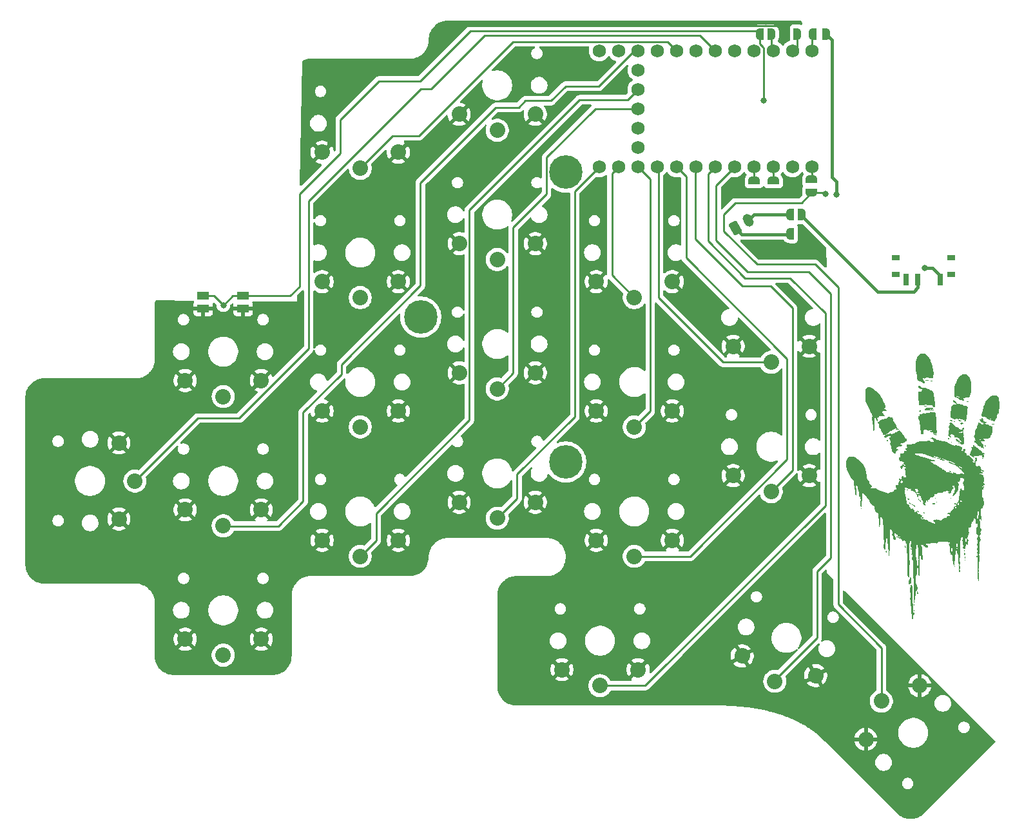
<source format=gbr>
%TF.GenerationSoftware,KiCad,Pcbnew,9.0.7*%
%TF.CreationDate,2026-01-19T16:19:19-08:00*%
%TF.ProjectId,talon_slim,74616c6f-6e5f-4736-9c69-6d2e6b696361,rev?*%
%TF.SameCoordinates,Original*%
%TF.FileFunction,Copper,L1,Top*%
%TF.FilePolarity,Positive*%
%FSLAX46Y46*%
G04 Gerber Fmt 4.6, Leading zero omitted, Abs format (unit mm)*
G04 Created by KiCad (PCBNEW 9.0.7) date 2026-01-19 16:19:19*
%MOMM*%
%LPD*%
G01*
G04 APERTURE LIST*
G04 Aperture macros list*
%AMRoundRect*
0 Rectangle with rounded corners*
0 $1 Rounding radius*
0 $2 $3 $4 $5 $6 $7 $8 $9 X,Y pos of 4 corners*
0 Add a 4 corners polygon primitive as box body*
4,1,4,$2,$3,$4,$5,$6,$7,$8,$9,$2,$3,0*
0 Add four circle primitives for the rounded corners*
1,1,$1+$1,$2,$3*
1,1,$1+$1,$4,$5*
1,1,$1+$1,$6,$7*
1,1,$1+$1,$8,$9*
0 Add four rect primitives between the rounded corners*
20,1,$1+$1,$2,$3,$4,$5,0*
20,1,$1+$1,$4,$5,$6,$7,0*
20,1,$1+$1,$6,$7,$8,$9,0*
20,1,$1+$1,$8,$9,$2,$3,0*%
%AMHorizOval*
0 Thick line with rounded ends*
0 $1 width*
0 $2 $3 position (X,Y) of the first rounded end (center of the circle)*
0 $4 $5 position (X,Y) of the second rounded end (center of the circle)*
0 Add line between two ends*
20,1,$1,$2,$3,$4,$5,0*
0 Add two circle primitives to create the rounded ends*
1,1,$1,$2,$3*
1,1,$1,$4,$5*%
%AMFreePoly0*
4,1,23,0.000000,0.745722,0.065263,0.745722,0.191342,0.711940,0.304381,0.646677,0.396677,0.554381,0.461940,0.441342,0.495722,0.315263,0.495722,0.250000,0.500000,0.250000,0.500000,-0.250000,0.495722,-0.250000,0.495722,-0.315263,0.461940,-0.441342,0.396677,-0.554381,0.304381,-0.646677,0.191342,-0.711940,0.065263,-0.745722,0.000000,-0.745722,0.000000,-0.750000,-0.500000,-0.750000,
-0.500000,0.750000,0.000000,0.750000,0.000000,0.745722,0.000000,0.745722,$1*%
%AMFreePoly1*
4,1,23,0.500000,-0.750000,0.000000,-0.750000,0.000000,-0.745722,-0.065263,-0.745722,-0.191342,-0.711940,-0.304381,-0.646677,-0.396677,-0.554381,-0.461940,-0.441342,-0.495722,-0.315263,-0.495722,-0.250000,-0.500000,-0.250000,-0.500000,0.250000,-0.495722,0.250000,-0.495722,0.315263,-0.461940,0.441342,-0.396677,0.554381,-0.304381,0.646677,-0.191342,0.711940,-0.065263,0.745722,0.000000,0.745722,
0.000000,0.750000,0.500000,0.750000,0.500000,-0.750000,0.500000,-0.750000,$1*%
G04 Aperture macros list end*
%TA.AperFunction,EtchedComponent*%
%ADD10C,0.000000*%
%TD*%
%TA.AperFunction,SMDPad,CuDef*%
%ADD11R,0.700000X1.500000*%
%TD*%
%TA.AperFunction,SMDPad,CuDef*%
%ADD12R,1.000000X0.800000*%
%TD*%
%TA.AperFunction,SMDPad,CuDef*%
%ADD13FreePoly0,90.000000*%
%TD*%
%TA.AperFunction,SMDPad,CuDef*%
%ADD14FreePoly1,90.000000*%
%TD*%
%TA.AperFunction,ComponentPad*%
%ADD15C,1.752600*%
%TD*%
%TA.AperFunction,ComponentPad*%
%ADD16C,2.032000*%
%TD*%
%TA.AperFunction,ComponentPad*%
%ADD17C,4.400000*%
%TD*%
%TA.AperFunction,SMDPad,CuDef*%
%ADD18FreePoly1,0.000000*%
%TD*%
%TA.AperFunction,SMDPad,CuDef*%
%ADD19FreePoly0,0.000000*%
%TD*%
%TA.AperFunction,SMDPad,CuDef*%
%ADD20R,1.550000X1.000000*%
%TD*%
%TA.AperFunction,SMDPad,CuDef*%
%ADD21FreePoly1,180.000000*%
%TD*%
%TA.AperFunction,SMDPad,CuDef*%
%ADD22FreePoly0,180.000000*%
%TD*%
%TA.AperFunction,ComponentPad*%
%ADD23RoundRect,0.250000X0.009391X-0.716266X0.615609X-0.366266X-0.009391X0.716266X-0.615609X0.366266X0*%
%TD*%
%TA.AperFunction,ComponentPad*%
%ADD24HorizOval,1.200000X-0.137500X0.238157X0.137500X-0.238157X0*%
%TD*%
%TA.AperFunction,ViaPad*%
%ADD25C,0.800000*%
%TD*%
%TA.AperFunction,Conductor*%
%ADD26C,0.250000*%
%TD*%
%TA.AperFunction,Conductor*%
%ADD27C,0.400000*%
%TD*%
G04 APERTURE END LIST*
D10*
%TA.AperFunction,EtchedComponent*%
%TO.C,G\u002A\u002A\u002A*%
G36*
X172947505Y-117034434D02*
G01*
X172932840Y-117049099D01*
X172918175Y-117034434D01*
X172932840Y-117019769D01*
X172947505Y-117034434D01*
G37*
%TD.AperFunction*%
%TA.AperFunction,EtchedComponent*%
G36*
X173504780Y-104422425D02*
G01*
X173490115Y-104437090D01*
X173475450Y-104422425D01*
X173490115Y-104407759D01*
X173504780Y-104422425D01*
G37*
%TD.AperFunction*%
%TA.AperFunction,EtchedComponent*%
G36*
X173827413Y-118031662D02*
G01*
X173812748Y-118046328D01*
X173798083Y-118031662D01*
X173812748Y-118016997D01*
X173827413Y-118031662D01*
G37*
%TD.AperFunction*%
%TA.AperFunction,EtchedComponent*%
G36*
X175469907Y-118559607D02*
G01*
X175455242Y-118574272D01*
X175440577Y-118559607D01*
X175455242Y-118544942D01*
X175469907Y-118559607D01*
G37*
%TD.AperFunction*%
%TA.AperFunction,EtchedComponent*%
G36*
X176320485Y-115479930D02*
G01*
X176305819Y-115494595D01*
X176291154Y-115479930D01*
X176305819Y-115465265D01*
X176320485Y-115479930D01*
G37*
%TD.AperFunction*%
%TA.AperFunction,EtchedComponent*%
G36*
X177347043Y-114394711D02*
G01*
X177332378Y-114409376D01*
X177317713Y-114394711D01*
X177332378Y-114380046D01*
X177347043Y-114394711D01*
G37*
%TD.AperFunction*%
%TA.AperFunction,EtchedComponent*%
G36*
X178373602Y-116154526D02*
G01*
X178358937Y-116169191D01*
X178344272Y-116154526D01*
X178358937Y-116139861D01*
X178373602Y-116154526D01*
G37*
%TD.AperFunction*%
%TA.AperFunction,EtchedComponent*%
G36*
X181482609Y-117914341D02*
G01*
X181467944Y-117929007D01*
X181453279Y-117914341D01*
X181467944Y-117899676D01*
X181482609Y-117914341D01*
G37*
%TD.AperFunction*%
%TA.AperFunction,EtchedComponent*%
G36*
X181805242Y-109907182D02*
G01*
X181790577Y-109921847D01*
X181775912Y-109907182D01*
X181790577Y-109892517D01*
X181805242Y-109907182D01*
G37*
%TD.AperFunction*%
%TA.AperFunction,EtchedComponent*%
G36*
X181863903Y-109936512D02*
G01*
X181849237Y-109951177D01*
X181834572Y-109936512D01*
X181849237Y-109921847D01*
X181863903Y-109936512D01*
G37*
%TD.AperFunction*%
%TA.AperFunction,EtchedComponent*%
G36*
X175983423Y-114709264D02*
G01*
X175988348Y-114744409D01*
X175956301Y-114761339D01*
X175915897Y-114737724D01*
X175909861Y-114714900D01*
X175926915Y-114680692D01*
X175944691Y-114680070D01*
X175983423Y-114709264D01*
G37*
%TD.AperFunction*%
%TA.AperFunction,EtchedComponent*%
G36*
X172363872Y-121821170D02*
G01*
X172384063Y-121872355D01*
X172383662Y-121921871D01*
X172372127Y-121991247D01*
X172332419Y-121910465D01*
X172310905Y-121845176D01*
X172316663Y-121806329D01*
X172345385Y-121806158D01*
X172363872Y-121821170D01*
G37*
%TD.AperFunction*%
%TA.AperFunction,EtchedComponent*%
G36*
X174559817Y-107421765D02*
G01*
X174560669Y-107428776D01*
X174538350Y-107457254D01*
X174531339Y-107458106D01*
X174502861Y-107435786D01*
X174502009Y-107428776D01*
X174524328Y-107400298D01*
X174531339Y-107399445D01*
X174559817Y-107421765D01*
G37*
%TD.AperFunction*%
%TA.AperFunction,EtchedComponent*%
G36*
X174701724Y-100434158D02*
G01*
X174707321Y-100448175D01*
X174686269Y-100476666D01*
X174679721Y-100477505D01*
X174639998Y-100456185D01*
X174633995Y-100448175D01*
X174640644Y-100423065D01*
X174661594Y-100418845D01*
X174701724Y-100434158D01*
G37*
%TD.AperFunction*%
%TA.AperFunction,EtchedComponent*%
G36*
X175611595Y-115275791D02*
G01*
X175616558Y-115289284D01*
X175592802Y-115315305D01*
X175572563Y-115318614D01*
X175533531Y-115302776D01*
X175528568Y-115289284D01*
X175552324Y-115263262D01*
X175572563Y-115259953D01*
X175611595Y-115275791D01*
G37*
%TD.AperFunction*%
%TA.AperFunction,EtchedComponent*%
G36*
X178106321Y-124229437D02*
G01*
X178109630Y-124249676D01*
X178093793Y-124288708D01*
X178080300Y-124293672D01*
X178054279Y-124269915D01*
X178050970Y-124249676D01*
X178066807Y-124210644D01*
X178080300Y-124205681D01*
X178106321Y-124229437D01*
G37*
%TD.AperFunction*%
%TA.AperFunction,EtchedComponent*%
G36*
X178431411Y-115546245D02*
G01*
X178432263Y-115553256D01*
X178409943Y-115581734D01*
X178402933Y-115582586D01*
X178374455Y-115560267D01*
X178373602Y-115553256D01*
X178395922Y-115524778D01*
X178402933Y-115523926D01*
X178431411Y-115546245D01*
G37*
%TD.AperFunction*%
%TA.AperFunction,EtchedComponent*%
G36*
X182488267Y-107637731D02*
G01*
X182490406Y-107676246D01*
X182459949Y-107710351D01*
X182440512Y-107717007D01*
X182399624Y-107710953D01*
X182396918Y-107673414D01*
X182425402Y-107628245D01*
X182450909Y-107619422D01*
X182488267Y-107637731D01*
G37*
%TD.AperFunction*%
%TA.AperFunction,EtchedComponent*%
G36*
X175805702Y-115707878D02*
G01*
X175800769Y-115742348D01*
X175792540Y-115758568D01*
X175748904Y-115810285D01*
X175706564Y-115807430D01*
X175689884Y-115787898D01*
X175685377Y-115739313D01*
X175726353Y-115706111D01*
X175765973Y-115699907D01*
X175805702Y-115707878D01*
G37*
%TD.AperFunction*%
%TA.AperFunction,EtchedComponent*%
G36*
X177658753Y-115265688D02*
G01*
X177669676Y-115273587D01*
X177647224Y-115296310D01*
X177611016Y-115318614D01*
X177565907Y-115334972D01*
X177552509Y-115311523D01*
X177552355Y-115304981D01*
X177576864Y-115268011D01*
X177611016Y-115259953D01*
X177658753Y-115265688D01*
G37*
%TD.AperFunction*%
%TA.AperFunction,EtchedComponent*%
G36*
X177709989Y-107875936D02*
G01*
X177758297Y-107895457D01*
X177779812Y-107920057D01*
X177769706Y-107949406D01*
X177719940Y-107950681D01*
X177677009Y-107937295D01*
X177643017Y-107905464D01*
X177640346Y-107893576D01*
X177662062Y-107873674D01*
X177709989Y-107875936D01*
G37*
%TD.AperFunction*%
%TA.AperFunction,EtchedComponent*%
G36*
X174101780Y-117130685D02*
G01*
X174140224Y-117183714D01*
X174163858Y-117243226D01*
X174159831Y-117285600D01*
X174158766Y-117286753D01*
X174122422Y-117288932D01*
X174081080Y-117242284D01*
X174039973Y-117163985D01*
X174038362Y-117117836D01*
X174061379Y-117107759D01*
X174101780Y-117130685D01*
G37*
%TD.AperFunction*%
%TA.AperFunction,EtchedComponent*%
G36*
X178073180Y-105152425D02*
G01*
X178125944Y-105179763D01*
X178138960Y-105202814D01*
X178116969Y-105226267D01*
X178067095Y-105225565D01*
X178013488Y-105203640D01*
X177992309Y-105185011D01*
X177971566Y-105150236D01*
X177997384Y-105141044D01*
X178000984Y-105141016D01*
X178073180Y-105152425D01*
G37*
%TD.AperFunction*%
%TA.AperFunction,EtchedComponent*%
G36*
X179809292Y-102511136D02*
G01*
X179825966Y-102514120D01*
X179899638Y-102539534D01*
X179917832Y-102571203D01*
X179881548Y-102599524D01*
X179815657Y-102613155D01*
X179737750Y-102607879D01*
X179704304Y-102575227D01*
X179697022Y-102525553D01*
X179729823Y-102505292D01*
X179809292Y-102511136D01*
G37*
%TD.AperFunction*%
%TA.AperFunction,EtchedComponent*%
G36*
X182132548Y-108327823D02*
G01*
X182173150Y-108370591D01*
X182198094Y-108415010D01*
X182196376Y-108435717D01*
X182154863Y-108453538D01*
X182104782Y-108420509D01*
X182104411Y-108420138D01*
X182075101Y-108371840D01*
X182071952Y-108326564D01*
X182093999Y-108308683D01*
X182132548Y-108327823D01*
G37*
%TD.AperFunction*%
%TA.AperFunction,EtchedComponent*%
G36*
X169323243Y-107620202D02*
G01*
X169375879Y-107657883D01*
X169390952Y-107704816D01*
X169384674Y-107720793D01*
X169339280Y-107746821D01*
X169270790Y-107747781D01*
X169208788Y-107724405D01*
X169199099Y-107716212D01*
X169164602Y-107658910D01*
X169184215Y-107618775D01*
X169248302Y-107604757D01*
X169323243Y-107620202D01*
G37*
%TD.AperFunction*%
%TA.AperFunction,EtchedComponent*%
G36*
X171618915Y-121531940D02*
G01*
X171663187Y-121589072D01*
X171681275Y-121653505D01*
X171680533Y-121662640D01*
X171654938Y-121721483D01*
X171613005Y-121730300D01*
X171570969Y-121686990D01*
X171546520Y-121618344D01*
X171541026Y-121552870D01*
X171554975Y-121511985D01*
X171566888Y-121507298D01*
X171618915Y-121531940D01*
G37*
%TD.AperFunction*%
%TA.AperFunction,EtchedComponent*%
G36*
X171986940Y-115304389D02*
G01*
X172094855Y-115329623D01*
X172145173Y-115361287D01*
X172138681Y-115400121D01*
X172113320Y-115423244D01*
X172025804Y-115462213D01*
X171947199Y-115443225D01*
X171910827Y-115411628D01*
X171864695Y-115346298D01*
X171870069Y-115308569D01*
X171927309Y-115297936D01*
X171986940Y-115304389D01*
G37*
%TD.AperFunction*%
%TA.AperFunction,EtchedComponent*%
G36*
X172799818Y-129186446D02*
G01*
X172810573Y-129204176D01*
X172816065Y-129254417D01*
X172807135Y-129314984D01*
X172789455Y-129364740D01*
X172768698Y-129382544D01*
X172763558Y-129379393D01*
X172746352Y-129333509D01*
X172743264Y-129264679D01*
X172753569Y-129202617D01*
X172768450Y-129179058D01*
X172799818Y-129186446D01*
G37*
%TD.AperFunction*%
%TA.AperFunction,EtchedComponent*%
G36*
X174354523Y-107009381D02*
G01*
X174355358Y-107015753D01*
X174365032Y-107064907D01*
X174373161Y-107089079D01*
X174371677Y-107128990D01*
X174338888Y-107132169D01*
X174316251Y-107115920D01*
X174298429Y-107072912D01*
X174300532Y-107020931D01*
X174320258Y-106989886D01*
X174326027Y-106988822D01*
X174354523Y-107009381D01*
G37*
%TD.AperFunction*%
%TA.AperFunction,EtchedComponent*%
G36*
X179359246Y-122060655D02*
G01*
X179383547Y-122121501D01*
X179394439Y-122194688D01*
X179387221Y-122257125D01*
X179375468Y-122276980D01*
X179343967Y-122290671D01*
X179330335Y-122267456D01*
X179303053Y-122156952D01*
X179298365Y-122076918D01*
X179316451Y-122037579D01*
X179326240Y-122035242D01*
X179359246Y-122060655D01*
G37*
%TD.AperFunction*%
%TA.AperFunction,EtchedComponent*%
G36*
X181878853Y-109991920D02*
G01*
X181887882Y-110031397D01*
X181887800Y-110031836D01*
X181854554Y-110073959D01*
X181792024Y-110092077D01*
X181725896Y-110082660D01*
X181691994Y-110058741D01*
X181680578Y-110017622D01*
X181722984Y-109990864D01*
X181815673Y-109980559D01*
X181824457Y-109980508D01*
X181878853Y-109991920D01*
G37*
%TD.AperFunction*%
%TA.AperFunction,EtchedComponent*%
G36*
X183255764Y-105463785D02*
G01*
X183296847Y-105493941D01*
X183286456Y-105545809D01*
X183270936Y-105567291D01*
X183205416Y-105604934D01*
X183120049Y-105601905D01*
X183050051Y-105568279D01*
X183014375Y-105524529D01*
X183034709Y-105489785D01*
X183108811Y-105466146D01*
X183166757Y-105459027D01*
X183255764Y-105463785D01*
G37*
%TD.AperFunction*%
%TA.AperFunction,EtchedComponent*%
G36*
X165828044Y-116502850D02*
G01*
X165843347Y-116565409D01*
X165844110Y-116572482D01*
X165843099Y-116640943D01*
X165818449Y-116666557D01*
X165805588Y-116667806D01*
X165772788Y-116652598D01*
X165765192Y-116598417D01*
X165767067Y-116572482D01*
X165781233Y-116507552D01*
X165803387Y-116477421D01*
X165805588Y-116477159D01*
X165828044Y-116502850D01*
G37*
%TD.AperFunction*%
%TA.AperFunction,EtchedComponent*%
G36*
X172791254Y-129950487D02*
G01*
X172809740Y-130011017D01*
X172819774Y-130083137D01*
X172817416Y-130143312D01*
X172808277Y-130164032D01*
X172771486Y-130175542D01*
X172762236Y-130169988D01*
X172747979Y-130129817D01*
X172742613Y-130062451D01*
X172745572Y-129990938D01*
X172756289Y-129938325D01*
X172768260Y-129925080D01*
X172791254Y-129950487D01*
G37*
%TD.AperFunction*%
%TA.AperFunction,EtchedComponent*%
G36*
X175157531Y-99803923D02*
G01*
X175176605Y-99860650D01*
X175162382Y-99905034D01*
X175109872Y-99918323D01*
X175095946Y-99918245D01*
X175008050Y-99904686D01*
X174949295Y-99884433D01*
X174893411Y-99847374D01*
X174895192Y-99817173D01*
X174954989Y-99792893D01*
X174985737Y-99786351D01*
X175094696Y-99778138D01*
X175157531Y-99803923D01*
G37*
%TD.AperFunction*%
%TA.AperFunction,EtchedComponent*%
G36*
X177542651Y-111694767D02*
G01*
X177597556Y-111729211D01*
X177601545Y-111781358D01*
X177585539Y-111812771D01*
X177559134Y-111822429D01*
X177505649Y-111811421D01*
X177442367Y-111791746D01*
X177378074Y-111760654D01*
X177347458Y-111725259D01*
X177347043Y-111721415D01*
X177373816Y-111691365D01*
X177442367Y-111682112D01*
X177542651Y-111694767D01*
G37*
%TD.AperFunction*%
%TA.AperFunction,EtchedComponent*%
G36*
X179506519Y-123293133D02*
G01*
X179516734Y-123358135D01*
X179517482Y-123384434D01*
X179510977Y-123457901D01*
X179494727Y-123498763D01*
X179488152Y-123501755D01*
X179469785Y-123475734D01*
X179459570Y-123410732D01*
X179458822Y-123384434D01*
X179465327Y-123310967D01*
X179481577Y-123270104D01*
X179488152Y-123267113D01*
X179506519Y-123293133D01*
G37*
%TD.AperFunction*%
%TA.AperFunction,EtchedComponent*%
G36*
X169126454Y-122147245D02*
G01*
X169154899Y-122201219D01*
X169173633Y-122273005D01*
X169175622Y-122342260D01*
X169172924Y-122355875D01*
X169138940Y-122408118D01*
X169087761Y-122408711D01*
X169052435Y-122379593D01*
X169037248Y-122327899D01*
X169041126Y-122252912D01*
X169059664Y-122180112D01*
X169088457Y-122134981D01*
X169095330Y-122131425D01*
X169126454Y-122147245D01*
G37*
%TD.AperFunction*%
%TA.AperFunction,EtchedComponent*%
G36*
X173255094Y-127507633D02*
G01*
X173279382Y-127583582D01*
X173289315Y-127676609D01*
X173284152Y-127747309D01*
X173260901Y-127820999D01*
X173229624Y-127838088D01*
X173194671Y-127797730D01*
X173181392Y-127767321D01*
X173168057Y-127699320D01*
X173168017Y-127617102D01*
X173178802Y-127539170D01*
X173197944Y-127484031D01*
X173221141Y-127469449D01*
X173255094Y-127507633D01*
G37*
%TD.AperFunction*%
%TA.AperFunction,EtchedComponent*%
G36*
X174386355Y-103136791D02*
G01*
X174405816Y-103160371D01*
X174377288Y-103188883D01*
X174349790Y-103200912D01*
X174222413Y-103238863D01*
X174129253Y-103247944D01*
X174077546Y-103227707D01*
X174071980Y-103218109D01*
X174064491Y-103176477D01*
X174088101Y-103150313D01*
X174152856Y-103133783D01*
X174233581Y-103124284D01*
X174326433Y-103123107D01*
X174386355Y-103136791D01*
G37*
%TD.AperFunction*%
%TA.AperFunction,EtchedComponent*%
G36*
X179295629Y-106045285D02*
G01*
X179329096Y-106070251D01*
X179336220Y-106092310D01*
X179323939Y-106154332D01*
X179295089Y-106187634D01*
X179223468Y-106218676D01*
X179144206Y-106224405D01*
X179080395Y-106205568D01*
X179057932Y-106179965D01*
X179061478Y-106120547D01*
X179113581Y-106073164D01*
X179204263Y-106046035D01*
X179223042Y-106044007D01*
X179295629Y-106045285D01*
G37*
%TD.AperFunction*%
%TA.AperFunction,EtchedComponent*%
G36*
X173273253Y-116890240D02*
G01*
X173352664Y-116927691D01*
X173416613Y-116977815D01*
X173445847Y-117031290D01*
X173446120Y-117036431D01*
X173423129Y-117070886D01*
X173358269Y-117071671D01*
X173257709Y-117038781D01*
X173252530Y-117036547D01*
X173179837Y-116991427D01*
X173139310Y-116939659D01*
X173141194Y-116895150D01*
X173145061Y-116890650D01*
X173197635Y-116874785D01*
X173273253Y-116890240D01*
G37*
%TD.AperFunction*%
%TA.AperFunction,EtchedComponent*%
G36*
X173899078Y-117787643D02*
G01*
X173966852Y-117804398D01*
X174003983Y-117827059D01*
X174028274Y-117863973D01*
X174018427Y-117887125D01*
X173965526Y-117903906D01*
X173896617Y-117916057D01*
X173815932Y-117923771D01*
X173774145Y-117910535D01*
X173758399Y-117885671D01*
X173741874Y-117828876D01*
X173739422Y-117809287D01*
X173764212Y-117788666D01*
X173824481Y-117781925D01*
X173899078Y-117787643D01*
G37*
%TD.AperFunction*%
%TA.AperFunction,EtchedComponent*%
G36*
X177638355Y-104966228D02*
G01*
X177720625Y-105003135D01*
X177793660Y-105049403D01*
X177839065Y-105096000D01*
X177845658Y-105116699D01*
X177822062Y-105159029D01*
X177751891Y-105166879D01*
X177636073Y-105140189D01*
X177611373Y-105132028D01*
X177532840Y-105087628D01*
X177496312Y-105029454D01*
X177508376Y-104970111D01*
X177519694Y-104956633D01*
X177565246Y-104947717D01*
X177638355Y-104966228D01*
G37*
%TD.AperFunction*%
%TA.AperFunction,EtchedComponent*%
G36*
X179116748Y-105330913D02*
G01*
X179161471Y-105349339D01*
X179227424Y-105397357D01*
X179236627Y-105439447D01*
X179188618Y-105481992D01*
X179150406Y-105501951D01*
X179017827Y-105546165D01*
X178910528Y-105539316D01*
X178859444Y-105512655D01*
X178823195Y-105463793D01*
X178833795Y-105414143D01*
X178879848Y-105369867D01*
X178949956Y-105337128D01*
X179032722Y-105322089D01*
X179116748Y-105330913D01*
G37*
%TD.AperFunction*%
%TA.AperFunction,EtchedComponent*%
G36*
X179413127Y-122370327D02*
G01*
X179443527Y-122404011D01*
X179481720Y-122498799D01*
X179479359Y-122614457D01*
X179454114Y-122693793D01*
X179415089Y-122755994D01*
X179381609Y-122762551D01*
X179362445Y-122731836D01*
X179358181Y-122686370D01*
X179359861Y-122606680D01*
X179365947Y-122513634D01*
X179374901Y-122428097D01*
X179385185Y-122370935D01*
X179389848Y-122360016D01*
X179413127Y-122370327D01*
G37*
%TD.AperFunction*%
%TA.AperFunction,EtchedComponent*%
G36*
X179438181Y-122883137D02*
G01*
X179471276Y-122952532D01*
X179487517Y-123048848D01*
X179488152Y-123072807D01*
X179479066Y-123150867D01*
X179456435Y-123194877D01*
X179427195Y-123194564D01*
X179415554Y-123180299D01*
X179396865Y-123127109D01*
X179383805Y-123048795D01*
X179377609Y-122964861D01*
X179379513Y-122894813D01*
X179390752Y-122858153D01*
X179395044Y-122856489D01*
X179438181Y-122883137D01*
G37*
%TD.AperFunction*%
%TA.AperFunction,EtchedComponent*%
G36*
X173652930Y-103742850D02*
G01*
X173681876Y-103769831D01*
X173666959Y-103811540D01*
X173601032Y-103860801D01*
X173594227Y-103864397D01*
X173533066Y-103894185D01*
X173499865Y-103906873D01*
X173498904Y-103906830D01*
X173467752Y-103895401D01*
X173453452Y-103889720D01*
X173418643Y-103854206D01*
X173429689Y-103807252D01*
X173481353Y-103766236D01*
X173492024Y-103761768D01*
X173587265Y-103737771D01*
X173652930Y-103742850D01*
G37*
%TD.AperFunction*%
%TA.AperFunction,EtchedComponent*%
G36*
X177378537Y-107288162D02*
G01*
X177403383Y-107331259D01*
X177418528Y-107385279D01*
X177425176Y-107485989D01*
X177399431Y-107538458D01*
X177342794Y-107541554D01*
X177265579Y-107500438D01*
X177216357Y-107445047D01*
X177200392Y-107394363D01*
X177211635Y-107351200D01*
X177256163Y-107345049D01*
X177273718Y-107347963D01*
X177333171Y-107346710D01*
X177347043Y-107322052D01*
X177356530Y-107282239D01*
X177378537Y-107288162D01*
G37*
%TD.AperFunction*%
%TA.AperFunction,EtchedComponent*%
G36*
X178714129Y-105002181D02*
G01*
X178807339Y-105021867D01*
X178896243Y-105047772D01*
X178960350Y-105074251D01*
X178978682Y-105088518D01*
X178982462Y-105131985D01*
X178942847Y-105162620D01*
X178874222Y-105177716D01*
X178790971Y-105174571D01*
X178707478Y-105150479D01*
X178691334Y-105142545D01*
X178619935Y-105092362D01*
X178585222Y-105043748D01*
X178591147Y-105007504D01*
X178637101Y-104994365D01*
X178714129Y-105002181D01*
G37*
%TD.AperFunction*%
%TA.AperFunction,EtchedComponent*%
G36*
X172599106Y-116011466D02*
G01*
X172669144Y-116064785D01*
X172759742Y-116156321D01*
X172857941Y-116270509D01*
X172909253Y-116349600D01*
X172913726Y-116393684D01*
X172885665Y-116403833D01*
X172849495Y-116383956D01*
X172788849Y-116332403D01*
X172731681Y-116275642D01*
X172657739Y-116203475D01*
X172592379Y-116149664D01*
X172558879Y-116129911D01*
X172515136Y-116092224D01*
X172513730Y-116040890D01*
X172554430Y-116002710D01*
X172599106Y-116011466D01*
G37*
%TD.AperFunction*%
%TA.AperFunction,EtchedComponent*%
G36*
X175245647Y-115926905D02*
G01*
X175259951Y-115932625D01*
X175362798Y-115953331D01*
X175451538Y-115947974D01*
X175523732Y-115939570D01*
X175554073Y-115953088D01*
X175557898Y-115972142D01*
X175538368Y-116016176D01*
X175475551Y-116041916D01*
X175363108Y-116051643D01*
X175336554Y-116051870D01*
X175246544Y-116044733D01*
X175195277Y-116018593D01*
X175175260Y-115990698D01*
X175154753Y-115931578D01*
X175177863Y-115910555D01*
X175245647Y-115926905D01*
G37*
%TD.AperFunction*%
%TA.AperFunction,EtchedComponent*%
G36*
X172141717Y-115796690D02*
G01*
X172176198Y-115841194D01*
X172184706Y-115860663D01*
X172218968Y-115911648D01*
X172251823Y-115918290D01*
X172300365Y-115926390D01*
X172349156Y-115969227D01*
X172379957Y-116025868D01*
X172380043Y-116065443D01*
X172346634Y-116106776D01*
X172305125Y-116093962D01*
X172267760Y-116037616D01*
X172216671Y-115964549D01*
X172165733Y-115919619D01*
X172114961Y-115872192D01*
X172096928Y-115831217D01*
X172110515Y-115791761D01*
X172141717Y-115796690D01*
G37*
%TD.AperFunction*%
%TA.AperFunction,EtchedComponent*%
G36*
X173367053Y-115338738D02*
G01*
X173441551Y-115390811D01*
X173521857Y-115462382D01*
X173595555Y-115541002D01*
X173650228Y-115614221D01*
X173673461Y-115669589D01*
X173672348Y-115681154D01*
X173639972Y-115718559D01*
X173591674Y-115705357D01*
X173544010Y-115653828D01*
X173489761Y-115582461D01*
X173418901Y-115498503D01*
X173394792Y-115471758D01*
X173329032Y-115392842D01*
X173299128Y-115339595D01*
X173308742Y-115318694D01*
X173310781Y-115318614D01*
X173367053Y-115338738D01*
G37*
%TD.AperFunction*%
%TA.AperFunction,EtchedComponent*%
G36*
X174452348Y-99705744D02*
G01*
X174502009Y-99729584D01*
X174587510Y-99762162D01*
X174655993Y-99772540D01*
X174714549Y-99782505D01*
X174736651Y-99802910D01*
X174710738Y-99821862D01*
X174646485Y-99832088D01*
X174626662Y-99832640D01*
X174536684Y-99836990D01*
X174463554Y-99847073D01*
X174458013Y-99848417D01*
X174390996Y-99843872D01*
X174333360Y-99817023D01*
X174279714Y-99763134D01*
X174274625Y-99719962D01*
X174308257Y-99692608D01*
X174370776Y-99686169D01*
X174452348Y-99705744D01*
G37*
%TD.AperFunction*%
%TA.AperFunction,EtchedComponent*%
G36*
X171955164Y-114131314D02*
G01*
X171983298Y-114166824D01*
X171966445Y-114207285D01*
X171954247Y-114216276D01*
X171905790Y-114231420D01*
X171825254Y-114244168D01*
X171733402Y-114252767D01*
X171651000Y-114255462D01*
X171598813Y-114250499D01*
X171591778Y-114246899D01*
X171578606Y-114211093D01*
X171612362Y-114189786D01*
X171682015Y-114188436D01*
X171703257Y-114191763D01*
X171772258Y-114199292D01*
X171800337Y-114183733D01*
X171803625Y-114163333D01*
X171825495Y-114126879D01*
X171891616Y-114116074D01*
X171955164Y-114131314D01*
G37*
%TD.AperFunction*%
%TA.AperFunction,EtchedComponent*%
G36*
X178421373Y-107496790D02*
G01*
X178456581Y-107534323D01*
X178525928Y-107596734D01*
X178622176Y-107661807D01*
X178678864Y-107692748D01*
X178760422Y-107739576D01*
X178814671Y-107783729D01*
X178828221Y-107807625D01*
X178822860Y-107836401D01*
X178798920Y-107851317D01*
X178744617Y-107854153D01*
X178648166Y-107846690D01*
X178601418Y-107841883D01*
X178481032Y-107817946D01*
X178389474Y-107778154D01*
X178335373Y-107728721D01*
X178327356Y-107675862D01*
X178340142Y-107653729D01*
X178355850Y-107620168D01*
X178324103Y-107599354D01*
X178301065Y-107592911D01*
X178240770Y-107560642D01*
X178232369Y-107517546D01*
X178275332Y-107479117D01*
X178305303Y-107468889D01*
X178367611Y-107464860D01*
X178421373Y-107496790D01*
G37*
%TD.AperFunction*%
%TA.AperFunction,EtchedComponent*%
G36*
X175925225Y-109955897D02*
G01*
X175990932Y-109971408D01*
X176083415Y-109999744D01*
X176208672Y-110042935D01*
X176372699Y-110103013D01*
X176581495Y-110182008D01*
X176728674Y-110238529D01*
X176807996Y-110275394D01*
X176860501Y-110311554D01*
X176870437Y-110325138D01*
X176867416Y-110356342D01*
X176858206Y-110358372D01*
X176817590Y-110352224D01*
X176738955Y-110340035D01*
X176672448Y-110329634D01*
X176564585Y-110304249D01*
X176431757Y-110261128D01*
X176301239Y-110209209D01*
X176291154Y-110204689D01*
X176167640Y-110151102D01*
X176045855Y-110102156D01*
X175949978Y-110067522D01*
X175941333Y-110064778D01*
X175850873Y-110028773D01*
X175804422Y-109993909D01*
X175805255Y-109966278D01*
X175856642Y-109951968D01*
X175880297Y-109951177D01*
X175925225Y-109955897D01*
G37*
%TD.AperFunction*%
%TA.AperFunction,EtchedComponent*%
G36*
X172287914Y-125679542D02*
G01*
X172328921Y-125713792D01*
X172357807Y-125746324D01*
X172375871Y-125789254D01*
X172385486Y-125855837D01*
X172389022Y-125959328D01*
X172389191Y-126050700D01*
X172386244Y-126197346D01*
X172375491Y-126302473D01*
X172352144Y-126383143D01*
X172311417Y-126456419D01*
X172254023Y-126532546D01*
X172204607Y-126590277D01*
X172172792Y-126605635D01*
X172139899Y-126582340D01*
X172119054Y-126559434D01*
X172078025Y-126489195D01*
X172040814Y-126386245D01*
X172015475Y-126276380D01*
X172009101Y-126207217D01*
X172025742Y-126145362D01*
X172068227Y-126062778D01*
X172096928Y-126019502D01*
X172148323Y-125936549D01*
X172180018Y-125862268D01*
X172184919Y-125834715D01*
X172202166Y-125759756D01*
X172226265Y-125714852D01*
X172258827Y-125676924D01*
X172287914Y-125679542D01*
G37*
%TD.AperFunction*%
%TA.AperFunction,EtchedComponent*%
G36*
X175136733Y-103343319D02*
G01*
X175225854Y-103362364D01*
X175290576Y-103390732D01*
X175305417Y-103405396D01*
X175307174Y-103450513D01*
X175254412Y-103486669D01*
X175150850Y-103511935D01*
X175085394Y-103519524D01*
X174973951Y-103534531D01*
X174876397Y-103556916D01*
X174824642Y-103576679D01*
X174786859Y-103599810D01*
X174787937Y-103609309D01*
X174834941Y-103607285D01*
X174901978Y-103599785D01*
X175035482Y-103591382D01*
X175155240Y-103597182D01*
X175249443Y-103615167D01*
X175306280Y-103643320D01*
X175317139Y-103670721D01*
X175281421Y-103711343D01*
X175198824Y-103728729D01*
X175076631Y-103722172D01*
X174975551Y-103703879D01*
X174869948Y-103685536D01*
X174807707Y-103688710D01*
X174786371Y-103701042D01*
X174742820Y-103715717D01*
X174657847Y-103725289D01*
X174548481Y-103729557D01*
X174431756Y-103728322D01*
X174324701Y-103721384D01*
X174244351Y-103708546D01*
X174240211Y-103707433D01*
X174180179Y-103681230D01*
X174164488Y-103643332D01*
X174194230Y-103586200D01*
X174269847Y-103502943D01*
X174391589Y-103381201D01*
X174650731Y-103381201D01*
X174776791Y-103377671D01*
X174887403Y-103368268D01*
X174964183Y-103354767D01*
X174979643Y-103349411D01*
X175046799Y-103337650D01*
X175136733Y-103343319D01*
G37*
%TD.AperFunction*%
%TA.AperFunction,EtchedComponent*%
G36*
X179415747Y-98960870D02*
G01*
X179608306Y-99006600D01*
X179777270Y-99102677D01*
X179924852Y-99250936D01*
X180053262Y-99453210D01*
X180083753Y-99514816D01*
X180171333Y-99731067D01*
X180234633Y-99961229D01*
X180275061Y-100215051D01*
X180294022Y-100502287D01*
X180292923Y-100832686D01*
X180289040Y-100938267D01*
X180280843Y-101108295D01*
X180272274Y-101229616D01*
X180261754Y-101312172D01*
X180247701Y-101365906D01*
X180228535Y-101400759D01*
X180212801Y-101417798D01*
X180180527Y-101462039D01*
X180158390Y-101531902D01*
X180142959Y-101640666D01*
X180136848Y-101711609D01*
X180118752Y-101951518D01*
X179913441Y-102011905D01*
X179764428Y-102047194D01*
X179605459Y-102065492D01*
X179414826Y-102069585D01*
X179121524Y-102066880D01*
X179216847Y-102146904D01*
X179286261Y-102227476D01*
X179312717Y-102309006D01*
X179294333Y-102378542D01*
X179255438Y-102412270D01*
X179180124Y-102440785D01*
X179131221Y-102427499D01*
X179126412Y-102423079D01*
X179109959Y-102380240D01*
X179106859Y-102346334D01*
X179097420Y-102307410D01*
X179058044Y-102302487D01*
X179026200Y-102309320D01*
X178905906Y-102337450D01*
X178824088Y-102346021D01*
X178762539Y-102330567D01*
X178703051Y-102286626D01*
X178629668Y-102212113D01*
X178542902Y-102127302D01*
X178471100Y-102077819D01*
X178394569Y-102051661D01*
X178354662Y-102044500D01*
X178211553Y-101998976D01*
X178127705Y-101942457D01*
X178045487Y-101868953D01*
X178323400Y-101868953D01*
X178342698Y-101896199D01*
X178352910Y-101906565D01*
X178410491Y-101939192D01*
X178501168Y-101966238D01*
X178557174Y-101975761D01*
X178644565Y-101986928D01*
X178703602Y-101995531D01*
X178718233Y-101998549D01*
X178725565Y-101990406D01*
X178700169Y-101958930D01*
X178636425Y-101921744D01*
X178553003Y-101886931D01*
X178468571Y-101862574D01*
X178415183Y-101856027D01*
X178344526Y-101858027D01*
X178323400Y-101868953D01*
X178045487Y-101868953D01*
X178036304Y-101860743D01*
X178042908Y-101372873D01*
X178059500Y-101006904D01*
X178101485Y-100676968D01*
X178173020Y-100364416D01*
X178278266Y-100050600D01*
X178403677Y-99755086D01*
X178546527Y-99488443D01*
X178705261Y-99274579D01*
X178878499Y-99114579D01*
X179064862Y-99009524D01*
X179262967Y-98960499D01*
X179415747Y-98960870D01*
G37*
%TD.AperFunction*%
%TA.AperFunction,EtchedComponent*%
G36*
X174142325Y-96270287D02*
G01*
X174238037Y-96302782D01*
X174378092Y-96388864D01*
X174524234Y-96519418D01*
X174666797Y-96682412D01*
X174796115Y-96865812D01*
X174902524Y-97057585D01*
X174963733Y-97206217D01*
X175030617Y-97415592D01*
X175096746Y-97646361D01*
X175159144Y-97885876D01*
X175214832Y-98121487D01*
X175260834Y-98340544D01*
X175294174Y-98530399D01*
X175311874Y-98678403D01*
X175312544Y-98688360D01*
X175315724Y-98806273D01*
X175313087Y-98943377D01*
X175305692Y-99086186D01*
X175294598Y-99221213D01*
X175280865Y-99334971D01*
X175265551Y-99413976D01*
X175253308Y-99442680D01*
X175221449Y-99447677D01*
X175144029Y-99452755D01*
X175034145Y-99457187D01*
X174953120Y-99459343D01*
X174811453Y-99460582D01*
X174711680Y-99455432D01*
X174637171Y-99441499D01*
X174571298Y-99416391D01*
X174537719Y-99399593D01*
X174412114Y-99333574D01*
X174306537Y-99439151D01*
X174242607Y-99499388D01*
X174191599Y-99528343D01*
X174129270Y-99533798D01*
X174040227Y-99524646D01*
X173944344Y-99515922D01*
X173902293Y-99525498D01*
X173910317Y-99560503D01*
X173964663Y-99628064D01*
X173977910Y-99642933D01*
X174031894Y-99717218D01*
X174088498Y-99816535D01*
X174138116Y-99921157D01*
X174171141Y-100011355D01*
X174179253Y-100056411D01*
X174154558Y-100119584D01*
X174081767Y-100151295D01*
X174032603Y-100154873D01*
X173984837Y-100139042D01*
X173904060Y-100096822D01*
X173804849Y-100036118D01*
X173765982Y-100010279D01*
X173622150Y-99921053D01*
X173502880Y-99867919D01*
X173408689Y-99845791D01*
X173320010Y-99829791D01*
X173267857Y-99802346D01*
X173230301Y-99747141D01*
X173206216Y-99695189D01*
X173171228Y-99600212D01*
X173165915Y-99528720D01*
X173178285Y-99478748D01*
X173190118Y-99420804D01*
X173185893Y-99347609D01*
X173163784Y-99244422D01*
X173137498Y-99149235D01*
X173059637Y-98820132D01*
X173008214Y-98469469D01*
X172983157Y-98109475D01*
X172984397Y-97752380D01*
X173011862Y-97410414D01*
X173065483Y-97095808D01*
X173145189Y-96820791D01*
X173150992Y-96805310D01*
X173232485Y-96644242D01*
X173344356Y-96496006D01*
X173473295Y-96375345D01*
X173605986Y-96297001D01*
X173612220Y-96294558D01*
X173780721Y-96253278D01*
X173965709Y-96245296D01*
X174142325Y-96270287D01*
G37*
%TD.AperFunction*%
%TA.AperFunction,EtchedComponent*%
G36*
X172486090Y-126665559D02*
G01*
X172501531Y-126707139D01*
X172518160Y-126794571D01*
X172534645Y-126915100D01*
X172549653Y-127055973D01*
X172561851Y-127204434D01*
X172569907Y-127347730D01*
X172572488Y-127473107D01*
X172572303Y-127490669D01*
X172567571Y-127900914D01*
X172567241Y-128260143D01*
X172571288Y-128566531D01*
X172579685Y-128818254D01*
X172592407Y-129013488D01*
X172593981Y-129030508D01*
X172605001Y-129178110D01*
X172614284Y-129364054D01*
X172621056Y-129568031D01*
X172624545Y-129769731D01*
X172624848Y-129840756D01*
X172625948Y-130011209D01*
X172628973Y-130167413D01*
X172633533Y-130297158D01*
X172639241Y-130388234D01*
X172643297Y-130420493D01*
X172658289Y-130480156D01*
X172675396Y-130489234D01*
X172701025Y-130460822D01*
X172733888Y-130395589D01*
X172741261Y-130357702D01*
X172759574Y-130314472D01*
X172798158Y-130310962D01*
X172835954Y-130345262D01*
X172845521Y-130367151D01*
X172853524Y-130443420D01*
X172846146Y-130502298D01*
X172820427Y-130556458D01*
X172771139Y-130565550D01*
X172758254Y-130563434D01*
X172706727Y-130563956D01*
X172680310Y-130601805D01*
X172671616Y-130637265D01*
X172661693Y-130716751D01*
X172655387Y-130824674D01*
X172654203Y-130890779D01*
X172644019Y-131014777D01*
X172615174Y-131095967D01*
X172570229Y-131127455D01*
X172566212Y-131127621D01*
X172532794Y-131109560D01*
X172513418Y-131092425D01*
X172494045Y-131045260D01*
X172481262Y-130960858D01*
X172478221Y-130890027D01*
X172473078Y-130791806D01*
X172459158Y-130655629D01*
X172438722Y-130501155D01*
X172419326Y-130378324D01*
X172390532Y-130174408D01*
X172370986Y-129963102D01*
X172363302Y-129773951D01*
X172363364Y-129746095D01*
X172360948Y-129608077D01*
X172352014Y-129479707D01*
X172338208Y-129380698D01*
X172330267Y-129349192D01*
X172310053Y-129236782D01*
X172306314Y-129077005D01*
X172310359Y-128988610D01*
X172315567Y-128830205D01*
X172306733Y-128712726D01*
X172282643Y-128619884D01*
X172241922Y-128504185D01*
X172224279Y-128427717D01*
X172229361Y-128375934D01*
X172256819Y-128334289D01*
X172275317Y-128315968D01*
X172313405Y-128275027D01*
X172327747Y-128233323D01*
X172321514Y-128169942D01*
X172307364Y-128104745D01*
X172286412Y-127987876D01*
X172274193Y-127869241D01*
X172272910Y-127829733D01*
X172266993Y-127722908D01*
X172252056Y-127599319D01*
X172243684Y-127549881D01*
X172232984Y-127434567D01*
X172234021Y-127282661D01*
X172245195Y-127114696D01*
X172264910Y-126951205D01*
X172291564Y-126812720D01*
X172304705Y-126766147D01*
X172346684Y-126692356D01*
X172405369Y-126650901D01*
X172464573Y-126650755D01*
X172486090Y-126665559D01*
G37*
%TD.AperFunction*%
%TA.AperFunction,EtchedComponent*%
G36*
X180570722Y-108268351D02*
G01*
X180649857Y-108324298D01*
X180719123Y-108390129D01*
X180803642Y-108467043D01*
X180921019Y-108562049D01*
X181054462Y-108662001D01*
X181163642Y-108738128D01*
X181324595Y-108846272D01*
X181444025Y-108927685D01*
X181529166Y-108988253D01*
X181587252Y-109033862D01*
X181625516Y-109070397D01*
X181651193Y-109103745D01*
X181671517Y-109139790D01*
X181681239Y-109159261D01*
X181728980Y-109230246D01*
X181801052Y-109283915D01*
X181892485Y-109325666D01*
X182000798Y-109374047D01*
X182053071Y-109411925D01*
X182050577Y-109441292D01*
X181994591Y-109464143D01*
X181982777Y-109466887D01*
X181914654Y-109487758D01*
X181899166Y-109518021D01*
X181930553Y-109572643D01*
X181938161Y-109582823D01*
X181972540Y-109659438D01*
X181980270Y-109747164D01*
X181962062Y-109822977D01*
X181929583Y-109859429D01*
X181860537Y-109875270D01*
X181781141Y-109866975D01*
X181717312Y-109839500D01*
X181696895Y-109814938D01*
X181700287Y-109759886D01*
X181715394Y-109733438D01*
X181733856Y-109702959D01*
X181723269Y-109681634D01*
X181675158Y-109665609D01*
X181581050Y-109651029D01*
X181517640Y-109643478D01*
X181409388Y-109634242D01*
X181340977Y-109638556D01*
X181294696Y-109658623D01*
X181276225Y-109673511D01*
X181244029Y-109696220D01*
X181200703Y-109709396D01*
X181133930Y-109714056D01*
X181031395Y-109711214D01*
X180909069Y-109703804D01*
X180771846Y-109695104D01*
X180683830Y-109691872D01*
X180635727Y-109695269D01*
X180618242Y-109706453D01*
X180622081Y-109726584D01*
X180628271Y-109738839D01*
X180676162Y-109805021D01*
X180705145Y-109833680D01*
X180734925Y-109869406D01*
X180714925Y-109896271D01*
X180714078Y-109896811D01*
X180665672Y-109917670D01*
X180615083Y-109910269D01*
X180546123Y-109869955D01*
X180497938Y-109834672D01*
X180425882Y-109783742D01*
X180371763Y-109751925D01*
X180356470Y-109746682D01*
X180301918Y-109728183D01*
X180229010Y-109684052D01*
X180155212Y-109627645D01*
X180097991Y-109572321D01*
X180074811Y-109531439D01*
X180074810Y-109531264D01*
X180091824Y-109474851D01*
X180134148Y-109401088D01*
X180148083Y-109381845D01*
X180210259Y-109258179D01*
X180221408Y-109168370D01*
X180238964Y-109057972D01*
X180280069Y-108997944D01*
X180325680Y-108920543D01*
X180338092Y-108812393D01*
X180315539Y-108692271D01*
X180310222Y-108677475D01*
X180292352Y-108587663D01*
X180319838Y-108534133D01*
X180391759Y-108518375D01*
X180407939Y-108519519D01*
X180464604Y-108522225D01*
X180489371Y-108504930D01*
X180492962Y-108452503D01*
X180489850Y-108403948D01*
X180492449Y-108308072D01*
X180518829Y-108262908D01*
X180570722Y-108268351D01*
G37*
%TD.AperFunction*%
%TA.AperFunction,EtchedComponent*%
G36*
X169552464Y-104575774D02*
G01*
X169599241Y-104596019D01*
X169695165Y-104629404D01*
X169790918Y-104642401D01*
X169894513Y-104668632D01*
X169971616Y-104746246D01*
X170020880Y-104873629D01*
X170031406Y-104930436D01*
X170057945Y-105061006D01*
X170100079Y-105158746D01*
X170169250Y-105249338D01*
X170177488Y-105258337D01*
X170220332Y-105320708D01*
X170272225Y-105419331D01*
X170323225Y-105534953D01*
X170332364Y-105558216D01*
X170437559Y-105786448D01*
X170565542Y-105973513D01*
X170727948Y-106135837D01*
X170760701Y-106162865D01*
X170795194Y-106208471D01*
X170797666Y-106236191D01*
X170785917Y-106254542D01*
X170759114Y-106263200D01*
X170705596Y-106262320D01*
X170613700Y-106252057D01*
X170523604Y-106239834D01*
X170372798Y-106218817D01*
X170429656Y-106122451D01*
X170464331Y-106046906D01*
X170459575Y-106010418D01*
X170420190Y-106013514D01*
X170350976Y-106056723D01*
X170291497Y-106107276D01*
X170206730Y-106178560D01*
X170140524Y-106213719D01*
X170074232Y-106221978D01*
X170060933Y-106221325D01*
X169985069Y-106227804D01*
X169908119Y-106264030D01*
X169830278Y-106322040D01*
X169741316Y-106389154D01*
X169655708Y-106444484D01*
X169614858Y-106465745D01*
X169551409Y-106503801D01*
X169464697Y-106569370D01*
X169373023Y-106648570D01*
X169369214Y-106652102D01*
X169245521Y-106753246D01*
X169111851Y-106839440D01*
X168978865Y-106906198D01*
X168857224Y-106949036D01*
X168757591Y-106963472D01*
X168690626Y-106945020D01*
X168684842Y-106939938D01*
X168672738Y-106900807D01*
X168665874Y-106826211D01*
X168665288Y-106795263D01*
X168658909Y-106709999D01*
X168635443Y-106666075D01*
X168608440Y-106652099D01*
X168561850Y-106613165D01*
X168521535Y-106539907D01*
X168516445Y-106525469D01*
X168453679Y-106365918D01*
X168371844Y-106205728D01*
X168283762Y-106068837D01*
X168247560Y-106023555D01*
X168192022Y-105950170D01*
X168171666Y-105885274D01*
X168176047Y-105805469D01*
X168179739Y-105722413D01*
X168162933Y-105642874D01*
X168119999Y-105551416D01*
X168045310Y-105432599D01*
X168033992Y-105415838D01*
X167990347Y-105346382D01*
X167978764Y-105304090D01*
X167995905Y-105269346D01*
X168006914Y-105256617D01*
X168067472Y-105215776D01*
X168150335Y-105187287D01*
X168153926Y-105186587D01*
X168225192Y-105164233D01*
X168252707Y-105125800D01*
X168254775Y-105103024D01*
X168281662Y-105049387D01*
X168352205Y-104999349D01*
X168451496Y-104959890D01*
X168564629Y-104937989D01*
X168612173Y-104935704D01*
X168722619Y-104914260D01*
X168797934Y-104854098D01*
X168818704Y-104812754D01*
X168856459Y-104789788D01*
X168947243Y-104780421D01*
X168994114Y-104780572D01*
X169094684Y-104778897D01*
X169163357Y-104761747D01*
X169226576Y-104719744D01*
X169267605Y-104683565D01*
X169373496Y-104600770D01*
X169464128Y-104565981D01*
X169552464Y-104575774D01*
G37*
%TD.AperFunction*%
%TA.AperFunction,EtchedComponent*%
G36*
X183429542Y-101755047D02*
G01*
X183514591Y-101762731D01*
X183575820Y-101780408D01*
X183630632Y-101812067D01*
X183662837Y-101835729D01*
X183780982Y-101958714D01*
X183871727Y-102127633D01*
X183935600Y-102344252D01*
X183973131Y-102610340D01*
X183984867Y-102911916D01*
X183981527Y-103067436D01*
X183972185Y-103244063D01*
X183958044Y-103430529D01*
X183940306Y-103615564D01*
X183920174Y-103787900D01*
X183898852Y-103936266D01*
X183877543Y-104049395D01*
X183857448Y-104116015D01*
X183856049Y-104118775D01*
X183817567Y-104164173D01*
X183782580Y-104168610D01*
X183767987Y-104136455D01*
X183759840Y-104113633D01*
X183744336Y-104135587D01*
X183725232Y-104189494D01*
X183706287Y-104262532D01*
X183691260Y-104341880D01*
X183683907Y-104414714D01*
X183683701Y-104424015D01*
X183672152Y-104538855D01*
X183633278Y-104642866D01*
X183589923Y-104717317D01*
X183521971Y-104832984D01*
X183454997Y-104961015D01*
X183428977Y-105016362D01*
X183375621Y-105115196D01*
X183318924Y-105163600D01*
X183247058Y-105164616D01*
X183148197Y-105121286D01*
X183109077Y-105098641D01*
X183014406Y-105054917D01*
X182892047Y-105015280D01*
X182797869Y-104993965D01*
X182678004Y-104962178D01*
X182556295Y-104911758D01*
X182444370Y-104850002D01*
X182353858Y-104784207D01*
X182310479Y-104737003D01*
X182551441Y-104737003D01*
X182559757Y-104761971D01*
X182608640Y-104797660D01*
X182683011Y-104836229D01*
X182767792Y-104869837D01*
X182846466Y-104890407D01*
X182943044Y-104913866D01*
X183027303Y-104945968D01*
X183037113Y-104951130D01*
X183110891Y-104984030D01*
X183165145Y-104993058D01*
X183183764Y-104978203D01*
X183157708Y-104954423D01*
X183089671Y-104923110D01*
X182994846Y-104889844D01*
X182888427Y-104860206D01*
X182824905Y-104846405D01*
X182727186Y-104820647D01*
X182647298Y-104787113D01*
X182621016Y-104769434D01*
X182574876Y-104738326D01*
X182551441Y-104737003D01*
X182310479Y-104737003D01*
X182296387Y-104721668D01*
X182283209Y-104671028D01*
X182280981Y-104638025D01*
X182244681Y-104617189D01*
X182162292Y-104601856D01*
X182157335Y-104601192D01*
X182065633Y-104593418D01*
X181994319Y-104595065D01*
X181975355Y-104599089D01*
X181898710Y-104600289D01*
X181810696Y-104561583D01*
X181726476Y-104495380D01*
X181661214Y-104414092D01*
X181630072Y-104330128D01*
X181629261Y-104315825D01*
X181637738Y-104247104D01*
X181659797Y-104146360D01*
X181685938Y-104051553D01*
X181715346Y-103951254D01*
X181754751Y-103811868D01*
X181799231Y-103651041D01*
X181843861Y-103486415D01*
X181848472Y-103469191D01*
X181909757Y-103245874D01*
X181962925Y-103067523D01*
X182012381Y-102921799D01*
X182062532Y-102796360D01*
X182117784Y-102678865D01*
X182158347Y-102601226D01*
X182328331Y-102326120D01*
X182513807Y-102104627D01*
X182718422Y-101932907D01*
X182886908Y-101834338D01*
X182981451Y-101792370D01*
X183067765Y-101767780D01*
X183168170Y-101756227D01*
X183303271Y-101753371D01*
X183429542Y-101755047D01*
G37*
%TD.AperFunction*%
%TA.AperFunction,EtchedComponent*%
G36*
X173481671Y-100493057D02*
G01*
X173564350Y-100544786D01*
X173656953Y-100640304D01*
X173685724Y-100675377D01*
X173715884Y-100705533D01*
X173756022Y-100722813D01*
X173820389Y-100729706D01*
X173923234Y-100728701D01*
X173979026Y-100726618D01*
X174223371Y-100716625D01*
X174560574Y-100891178D01*
X174699352Y-100959689D01*
X174830688Y-101018602D01*
X174940117Y-101061800D01*
X175013173Y-101083164D01*
X175015193Y-101083487D01*
X175105395Y-101104538D01*
X175172358Y-101143075D01*
X175225266Y-101209750D01*
X175273301Y-101315219D01*
X175312289Y-101428155D01*
X175351496Y-101565107D01*
X175376835Y-101698011D01*
X175391619Y-101849010D01*
X175398211Y-102002679D01*
X175407160Y-102188894D01*
X175423069Y-102326888D01*
X175447303Y-102426831D01*
X175459131Y-102457298D01*
X175484682Y-102534760D01*
X175501897Y-102637605D01*
X175512217Y-102777615D01*
X175516513Y-102926582D01*
X175516945Y-103093837D01*
X175510891Y-103209633D01*
X175496999Y-103280946D01*
X175473916Y-103314751D01*
X175440577Y-103318097D01*
X175403282Y-103310363D01*
X175359196Y-103301746D01*
X175293646Y-103267907D01*
X175239780Y-103206131D01*
X175213051Y-103137884D01*
X175216283Y-103103237D01*
X175209649Y-103057023D01*
X175166802Y-103025474D01*
X175110150Y-103021144D01*
X175087034Y-103030835D01*
X175024371Y-103049088D01*
X174921699Y-103057758D01*
X174796781Y-103057440D01*
X174667377Y-103048726D01*
X174551250Y-103032211D01*
X174470336Y-103010213D01*
X174382015Y-102981841D01*
X174301733Y-102978024D01*
X174203532Y-102995548D01*
X174086255Y-103016303D01*
X173966220Y-103028164D01*
X173929562Y-103029237D01*
X173847150Y-103035720D01*
X173791857Y-103052010D01*
X173782548Y-103059975D01*
X173744769Y-103073812D01*
X173671719Y-103074735D01*
X173584782Y-103065043D01*
X173505340Y-103047034D01*
X173457117Y-103024988D01*
X173438212Y-102978751D01*
X173436093Y-102894909D01*
X173437969Y-102874704D01*
X173437831Y-102776809D01*
X173422905Y-102654961D01*
X173404974Y-102570385D01*
X173379193Y-102450534D01*
X173362178Y-102331816D01*
X173358129Y-102265799D01*
X173352518Y-102167595D01*
X173338030Y-102043790D01*
X173323605Y-101954060D01*
X173306294Y-101839916D01*
X173306001Y-101770173D01*
X173322333Y-101733440D01*
X173340149Y-101681418D01*
X173343622Y-101574552D01*
X173337844Y-101470140D01*
X173320104Y-101240092D01*
X173469193Y-101240092D01*
X173619837Y-101229176D01*
X173720564Y-101195099D01*
X173776169Y-101135870D01*
X173785954Y-101108444D01*
X173804801Y-101059656D01*
X173840541Y-101043614D01*
X173911426Y-101050707D01*
X174018060Y-101068034D01*
X173935766Y-100992746D01*
X173828647Y-100928944D01*
X173751283Y-100917459D01*
X173630847Y-100895931D01*
X173499205Y-100838669D01*
X173380628Y-100756654D01*
X173365461Y-100742889D01*
X173309182Y-100650769D01*
X173299468Y-100579019D01*
X173304245Y-100510689D01*
X173330226Y-100482864D01*
X173394891Y-100477508D01*
X173397841Y-100477505D01*
X173481671Y-100493057D01*
G37*
%TD.AperFunction*%
%TA.AperFunction,EtchedComponent*%
G36*
X178062100Y-102415381D02*
G01*
X178127950Y-102444402D01*
X178218108Y-102500022D01*
X178274964Y-102573012D01*
X178303133Y-102636677D01*
X178357998Y-102740109D01*
X178424348Y-102804543D01*
X178429537Y-102807360D01*
X178501359Y-102835592D01*
X178611562Y-102869677D01*
X178741783Y-102904950D01*
X178873660Y-102936748D01*
X178988829Y-102960408D01*
X179068930Y-102971265D01*
X179075780Y-102971492D01*
X179146573Y-102987317D01*
X179235350Y-103025990D01*
X179268175Y-103044668D01*
X179360568Y-103089420D01*
X179451343Y-103114871D01*
X179477125Y-103117078D01*
X179544574Y-103129358D01*
X179631387Y-103160453D01*
X179720386Y-103201999D01*
X179794392Y-103245631D01*
X179836227Y-103282986D01*
X179840115Y-103293808D01*
X179829963Y-103336664D01*
X179806627Y-103401289D01*
X179793608Y-103461787D01*
X179782454Y-103566982D01*
X179774255Y-103702911D01*
X179770104Y-103855616D01*
X179769964Y-103869951D01*
X179767825Y-104030159D01*
X179763355Y-104143452D01*
X179754843Y-104221575D01*
X179740584Y-104276270D01*
X179718867Y-104319281D01*
X179700796Y-104345380D01*
X179650537Y-104429118D01*
X179637945Y-104507363D01*
X179660224Y-104605036D01*
X179668888Y-104629839D01*
X179686710Y-104699434D01*
X179676685Y-104759787D01*
X179639557Y-104831577D01*
X179598632Y-104920883D01*
X179577108Y-105006756D01*
X179576143Y-105022972D01*
X179570056Y-105101885D01*
X179558340Y-105153282D01*
X179517414Y-105190093D01*
X179451626Y-105197554D01*
X179387827Y-105174012D01*
X179376697Y-105164480D01*
X179343272Y-105105047D01*
X179367341Y-105053238D01*
X179436824Y-105015232D01*
X179532147Y-104980491D01*
X179370831Y-104960998D01*
X179243416Y-104948683D01*
X179109277Y-104940251D01*
X179059664Y-104938605D01*
X178898240Y-104913731D01*
X178737031Y-104849095D01*
X178564249Y-104762485D01*
X178666905Y-104848306D01*
X178725147Y-104901642D01*
X178738063Y-104928464D01*
X178716776Y-104934915D01*
X178655103Y-104922384D01*
X178577455Y-104890919D01*
X178572801Y-104888548D01*
X178473276Y-104856858D01*
X178349852Y-104858899D01*
X178342630Y-104859828D01*
X178115338Y-104869232D01*
X177920531Y-104831883D01*
X177754124Y-104746895D01*
X177726585Y-104726244D01*
X177645170Y-104656713D01*
X177580980Y-104592571D01*
X177553551Y-104556646D01*
X177532379Y-104481370D01*
X177521635Y-104366932D01*
X177520953Y-104231827D01*
X177529969Y-104094552D01*
X177548319Y-103973604D01*
X177566305Y-103909145D01*
X177592537Y-103816070D01*
X177617656Y-103688892D01*
X177636988Y-103552060D01*
X177639856Y-103524574D01*
X177672399Y-103314449D01*
X177724698Y-103157489D01*
X177797852Y-103051244D01*
X177875215Y-102999813D01*
X177950939Y-102980776D01*
X178063508Y-102973397D01*
X178222295Y-102977189D01*
X178265387Y-102979534D01*
X178564249Y-102997076D01*
X178388267Y-102932498D01*
X178261710Y-102875116D01*
X178191944Y-102816956D01*
X178183218Y-102801661D01*
X178140897Y-102743431D01*
X178103245Y-102719243D01*
X178047906Y-102683260D01*
X177982510Y-102616649D01*
X177922327Y-102538360D01*
X177882626Y-102467345D01*
X177874988Y-102435950D01*
X177897475Y-102393783D01*
X177961543Y-102386984D01*
X178062100Y-102415381D01*
G37*
%TD.AperFunction*%
%TA.AperFunction,EtchedComponent*%
G36*
X166949918Y-100676536D02*
G01*
X167142340Y-100748114D01*
X167358003Y-100873248D01*
X167360092Y-100874645D01*
X167730553Y-101152067D01*
X168052041Y-101457322D01*
X168330213Y-101796869D01*
X168570725Y-102177171D01*
X168674350Y-102375873D01*
X168790086Y-102618102D01*
X168877284Y-102816242D01*
X168937523Y-102976541D01*
X168972381Y-103105250D01*
X168983437Y-103208616D01*
X168972271Y-103292890D01*
X168940461Y-103364321D01*
X168928596Y-103382134D01*
X168869270Y-103465449D01*
X168935928Y-103512391D01*
X169005318Y-103559714D01*
X169090305Y-103615764D01*
X169105242Y-103625419D01*
X169174479Y-103683759D01*
X169207069Y-103740498D01*
X169207898Y-103748997D01*
X169202564Y-103776125D01*
X169179392Y-103794444D01*
X169127627Y-103806817D01*
X169036515Y-103816106D01*
X168929261Y-103823169D01*
X168746020Y-103840542D01*
X168615305Y-103867285D01*
X168539092Y-103902839D01*
X168518637Y-103939238D01*
X168541056Y-103971447D01*
X168597075Y-104017872D01*
X168619897Y-104033529D01*
X168688664Y-104091076D01*
X168732610Y-104150963D01*
X168737289Y-104163837D01*
X168771465Y-104223703D01*
X168833445Y-104284658D01*
X168841340Y-104290488D01*
X168911763Y-104356642D01*
X168926300Y-104412474D01*
X168887169Y-104455742D01*
X168796584Y-104484208D01*
X168656763Y-104495630D01*
X168638307Y-104495750D01*
X168514158Y-104489493D01*
X168389967Y-104473478D01*
X168329354Y-104460589D01*
X168247334Y-104443541D01*
X168190482Y-104440715D01*
X168178334Y-104444983D01*
X168175172Y-104482523D01*
X168193495Y-104548100D01*
X168196737Y-104556179D01*
X168218972Y-104622571D01*
X168211929Y-104658377D01*
X168193352Y-104673771D01*
X168132820Y-104687144D01*
X168093348Y-104681332D01*
X168002178Y-104667892D01*
X167948600Y-104697269D01*
X167932188Y-104770449D01*
X167952516Y-104888417D01*
X167973901Y-104957444D01*
X168005665Y-105055324D01*
X168016360Y-105110383D01*
X168005199Y-105134843D01*
X167971389Y-105140928D01*
X167962038Y-105141016D01*
X167897882Y-105113418D01*
X167842336Y-105037532D01*
X167802765Y-104923715D01*
X167800673Y-104914064D01*
X167762651Y-104826772D01*
X167704544Y-104759054D01*
X167649053Y-104720798D01*
X167613569Y-104719495D01*
X167582142Y-104745079D01*
X167568466Y-104765554D01*
X167557668Y-104800815D01*
X167549391Y-104857318D01*
X167543280Y-104941517D01*
X167538979Y-105059865D01*
X167536133Y-105218819D01*
X167534386Y-105424831D01*
X167533543Y-105627077D01*
X167531982Y-105892041D01*
X167528791Y-106103043D01*
X167523541Y-106264770D01*
X167515801Y-106381908D01*
X167505141Y-106459143D01*
X167491132Y-106501162D01*
X167473345Y-106512651D01*
X167453460Y-106500473D01*
X167443123Y-106462842D01*
X167435685Y-106384052D01*
X167432845Y-106287340D01*
X167426239Y-106111526D01*
X167408919Y-105899806D01*
X167383288Y-105671461D01*
X167351748Y-105445768D01*
X167316701Y-105242007D01*
X167283981Y-105092660D01*
X167253207Y-104964625D01*
X167238013Y-104873235D01*
X167237111Y-104798954D01*
X167249215Y-104722245D01*
X167257273Y-104687076D01*
X167279883Y-104497774D01*
X167255992Y-104324591D01*
X167187304Y-104179017D01*
X167180654Y-104169879D01*
X167044583Y-103947734D01*
X166964313Y-103717976D01*
X166963350Y-103713684D01*
X166937411Y-103635255D01*
X166888533Y-103520265D01*
X166823211Y-103382895D01*
X166747939Y-103237327D01*
X166730475Y-103205219D01*
X166647560Y-103046433D01*
X166567594Y-102879472D01*
X166499300Y-102723406D01*
X166451400Y-102597308D01*
X166448774Y-102589284D01*
X166421150Y-102499731D01*
X166400327Y-102418820D01*
X166385086Y-102335471D01*
X166374209Y-102238606D01*
X166366476Y-102117147D01*
X166360667Y-101960015D01*
X166355565Y-101756133D01*
X166355178Y-101738706D01*
X166351250Y-101495232D01*
X166352299Y-101302274D01*
X166359599Y-101151804D01*
X166374419Y-101035797D01*
X166398031Y-100946225D01*
X166431705Y-100875060D01*
X166476713Y-100814277D01*
X166506578Y-100782544D01*
X166632589Y-100693810D01*
X166780185Y-100658454D01*
X166949918Y-100676536D01*
G37*
%TD.AperFunction*%
%TA.AperFunction,EtchedComponent*%
G36*
X175165353Y-103947621D02*
G01*
X175287453Y-103972485D01*
X175398223Y-103992500D01*
X175476442Y-104003873D01*
X175484572Y-104004642D01*
X175535359Y-104012670D01*
X175563905Y-104036172D01*
X175579606Y-104090151D01*
X175590079Y-104173117D01*
X175604780Y-104278788D01*
X175623050Y-104371136D01*
X175633346Y-104407759D01*
X175644571Y-104468149D01*
X175653616Y-104570284D01*
X175659233Y-104697255D01*
X175660423Y-104774388D01*
X175663020Y-104999890D01*
X175668536Y-105236060D01*
X175676513Y-105474357D01*
X175686492Y-105706244D01*
X175698014Y-105923183D01*
X175710620Y-106116634D01*
X175723851Y-106278060D01*
X175737248Y-106398922D01*
X175750352Y-106470681D01*
X175751868Y-106475542D01*
X175780864Y-106565954D01*
X175789097Y-106614340D01*
X175776279Y-106633645D01*
X175748278Y-106636859D01*
X175722936Y-106648939D01*
X175711264Y-106693092D01*
X175710665Y-106781184D01*
X175711615Y-106804448D01*
X175712585Y-106904336D01*
X175702201Y-106958806D01*
X175677770Y-106980457D01*
X175673789Y-106981443D01*
X175621060Y-106977812D01*
X175606687Y-106969173D01*
X175563689Y-106949736D01*
X175505461Y-106937867D01*
X175417393Y-106900726D01*
X175343918Y-106823674D01*
X175328523Y-106789149D01*
X175416275Y-106789149D01*
X175453355Y-106829362D01*
X175453515Y-106829480D01*
X175525325Y-106867775D01*
X175570734Y-106861511D01*
X175582690Y-106811987D01*
X175581936Y-106805807D01*
X175550359Y-106748779D01*
X175492610Y-106727446D01*
X175433325Y-106750311D01*
X175430129Y-106753404D01*
X175416275Y-106789149D01*
X175328523Y-106789149D01*
X175300123Y-106725457D01*
X175294071Y-106675253D01*
X175284214Y-106601256D01*
X175260239Y-106561204D01*
X175230133Y-106565743D01*
X175220896Y-106577720D01*
X175174604Y-106603332D01*
X175097135Y-106605651D01*
X175010089Y-106586989D01*
X174935069Y-106549655D01*
X174931253Y-106546739D01*
X174868486Y-106486078D01*
X174860632Y-106444702D01*
X174908323Y-106421115D01*
X174987344Y-106414037D01*
X175095850Y-106405439D01*
X175147288Y-106388383D01*
X175141840Y-106367197D01*
X175079685Y-106346210D01*
X174983904Y-106331914D01*
X174869179Y-106323486D01*
X174796376Y-106328131D01*
X174749888Y-106347443D01*
X174737972Y-106357025D01*
X174703247Y-106385198D01*
X174669465Y-106396527D01*
X174623637Y-106388545D01*
X174552772Y-106358787D01*
X174443879Y-106304784D01*
X174432485Y-106299012D01*
X174299874Y-106235713D01*
X174209507Y-106203765D01*
X174154280Y-106202802D01*
X174127091Y-106232460D01*
X174120716Y-106282947D01*
X174111240Y-106346453D01*
X174071390Y-106373062D01*
X174040057Y-106378271D01*
X174000059Y-106384928D01*
X173976111Y-106401833D01*
X173964096Y-106441434D01*
X173959897Y-106516180D01*
X173959399Y-106622194D01*
X173959399Y-106856836D01*
X173812748Y-106856836D01*
X173666097Y-106856836D01*
X173675544Y-106646824D01*
X173675200Y-106498714D01*
X173657392Y-106393482D01*
X173638881Y-106347645D01*
X173605821Y-106256993D01*
X173592771Y-106170762D01*
X173582916Y-106101790D01*
X173560410Y-106063046D01*
X173542544Y-106018734D01*
X173542319Y-105919363D01*
X173547407Y-105862283D01*
X173553377Y-105748851D01*
X173547781Y-105650717D01*
X173537549Y-105604679D01*
X173519794Y-105539537D01*
X173499048Y-105436091D01*
X173479214Y-105314291D01*
X173475312Y-105286659D01*
X173451943Y-105150584D01*
X173421051Y-105016168D01*
X173388898Y-104910290D01*
X173385544Y-104901516D01*
X173352126Y-104791253D01*
X173333513Y-104677015D01*
X173330617Y-104575245D01*
X173344349Y-104502384D01*
X173362117Y-104478620D01*
X173417745Y-104459891D01*
X173457441Y-104454544D01*
X173495738Y-104445302D01*
X173511479Y-104412755D01*
X173511006Y-104340956D01*
X173509721Y-104323065D01*
X173499996Y-104195070D01*
X173636219Y-104215498D01*
X173728972Y-104223828D01*
X173795444Y-104209262D01*
X173865866Y-104164634D01*
X173872715Y-104159444D01*
X173942226Y-104113317D01*
X174005955Y-104095303D01*
X174091877Y-104098943D01*
X174119662Y-104102420D01*
X174228524Y-104109280D01*
X174305018Y-104092745D01*
X174339146Y-104074172D01*
X174421804Y-104042501D01*
X174550743Y-104027845D01*
X174620929Y-104026466D01*
X174735095Y-104023963D01*
X174806883Y-104013796D01*
X174852460Y-103991981D01*
X174882014Y-103962113D01*
X174934124Y-103897759D01*
X175165353Y-103947621D01*
G37*
%TD.AperFunction*%
%TA.AperFunction,EtchedComponent*%
G36*
X177682955Y-105321170D02*
G01*
X177760359Y-105349752D01*
X177786997Y-105393796D01*
X177811574Y-105433180D01*
X177871793Y-105472573D01*
X177882321Y-105477249D01*
X177994162Y-105544351D01*
X178076406Y-105633266D01*
X178114391Y-105726375D01*
X178127325Y-105763939D01*
X178161487Y-105798257D01*
X178226981Y-105835960D01*
X178333909Y-105883679D01*
X178388267Y-105906129D01*
X178512400Y-105958697D01*
X178590481Y-105997895D01*
X178631791Y-106029830D01*
X178645613Y-106060606D01*
X178645390Y-106075250D01*
X178651113Y-106121599D01*
X178686309Y-106157631D01*
X178760193Y-106188715D01*
X178881979Y-106220224D01*
X178901547Y-106224574D01*
X179051567Y-106261440D01*
X179152139Y-106296701D01*
X179212199Y-106334427D01*
X179240685Y-106378685D01*
X179240783Y-106378993D01*
X179247631Y-106426366D01*
X179227601Y-106461584D01*
X179172250Y-106489465D01*
X179073138Y-106514824D01*
X178968170Y-106534535D01*
X178824149Y-106565016D01*
X178696357Y-106601864D01*
X178596024Y-106640908D01*
X178534379Y-106677976D01*
X178520254Y-106700952D01*
X178547243Y-106712136D01*
X178618879Y-106720519D01*
X178721163Y-106724651D01*
X178750863Y-106724849D01*
X178871054Y-106722914D01*
X178951543Y-106713857D01*
X179011246Y-106692803D01*
X179069080Y-106654874D01*
X179092194Y-106636859D01*
X179185482Y-106570155D01*
X179244412Y-106548700D01*
X179273322Y-106573658D01*
X179276554Y-106646194D01*
X179272134Y-106685148D01*
X179266592Y-106781446D01*
X179277710Y-106847482D01*
X179283973Y-106858200D01*
X179299064Y-106911094D01*
X179286342Y-107005566D01*
X179280470Y-107030078D01*
X179263141Y-107117360D01*
X179266054Y-107188010D01*
X179292239Y-107270239D01*
X179311135Y-107315548D01*
X179347185Y-107404748D01*
X179360244Y-107465727D01*
X179351791Y-107523577D01*
X179327484Y-107592475D01*
X179298727Y-107687898D01*
X179300460Y-107753312D01*
X179310325Y-107777291D01*
X179333657Y-107849617D01*
X179340463Y-107932547D01*
X179330565Y-108001783D01*
X179312170Y-108030046D01*
X179292335Y-108069048D01*
X179282954Y-108140124D01*
X179282840Y-108149098D01*
X179277547Y-108217378D01*
X179252240Y-108244828D01*
X179202182Y-108249131D01*
X179118139Y-108236513D01*
X179062863Y-108215875D01*
X179000844Y-108173492D01*
X178929875Y-108114514D01*
X178925296Y-108110301D01*
X178849442Y-108059244D01*
X178796166Y-108056363D01*
X178740062Y-108060671D01*
X178666008Y-108047556D01*
X178596487Y-108023584D01*
X178553984Y-107995323D01*
X178549584Y-107984335D01*
X178574590Y-107959255D01*
X178622910Y-107942614D01*
X178731108Y-107920481D01*
X178795476Y-107908539D01*
X178829529Y-107904621D01*
X178846781Y-107906561D01*
X178847140Y-107906674D01*
X178880780Y-107893271D01*
X178930155Y-107854179D01*
X178973547Y-107808856D01*
X178989538Y-107779090D01*
X178966626Y-107751915D01*
X178909335Y-107710469D01*
X178885395Y-107695757D01*
X178809723Y-107634570D01*
X178757123Y-107562580D01*
X178751697Y-107549529D01*
X178700705Y-107472919D01*
X178605152Y-107392862D01*
X178577095Y-107374580D01*
X178490710Y-107311814D01*
X178423227Y-107246550D01*
X178398117Y-107209944D01*
X178365824Y-107151720D01*
X178337108Y-107143957D01*
X178300739Y-107187954D01*
X178279643Y-107223649D01*
X178220323Y-107290155D01*
X178156773Y-107306782D01*
X178100777Y-107280084D01*
X178064117Y-107216615D01*
X178058576Y-107122929D01*
X178061952Y-107102560D01*
X178066958Y-107043040D01*
X178055343Y-107018152D01*
X178055265Y-107018152D01*
X178019635Y-107003102D01*
X177952463Y-106964279D01*
X177893513Y-106926623D01*
X177755329Y-106835094D01*
X177624512Y-106885053D01*
X177531765Y-106928716D01*
X177495863Y-106966774D01*
X177517391Y-106998433D01*
X177535043Y-107006530D01*
X177574019Y-107045078D01*
X177593579Y-107090875D01*
X177614943Y-107165737D01*
X177628694Y-107206074D01*
X177628230Y-107240591D01*
X177582973Y-107252467D01*
X177566299Y-107252794D01*
X177492591Y-107232222D01*
X177402943Y-107167183D01*
X177354338Y-107121155D01*
X177281352Y-107043285D01*
X177245970Y-106989059D01*
X177240660Y-106944654D01*
X177246435Y-106923176D01*
X177259227Y-106859289D01*
X177268527Y-106760172D01*
X177271946Y-106666189D01*
X177279827Y-106536071D01*
X177304098Y-106440695D01*
X177339603Y-106372886D01*
X177393992Y-106254621D01*
X177399112Y-106135405D01*
X177361709Y-106010782D01*
X177325203Y-105899599D01*
X177326626Y-105813968D01*
X177368230Y-105732876D01*
X177395145Y-105698759D01*
X177443099Y-105635648D01*
X177457281Y-105585248D01*
X177443172Y-105518277D01*
X177434155Y-105490316D01*
X177413454Y-105395155D01*
X177432878Y-105339327D01*
X177498296Y-105314545D01*
X177561074Y-105311131D01*
X177682955Y-105321170D01*
G37*
%TD.AperFunction*%
%TA.AperFunction,EtchedComponent*%
G36*
X170907343Y-106393180D02*
G01*
X170978732Y-106458117D01*
X171059094Y-106543536D01*
X171135927Y-106635770D01*
X171196731Y-106721150D01*
X171215782Y-106754180D01*
X171262271Y-106826347D01*
X171324795Y-106903604D01*
X171330593Y-106909892D01*
X171381261Y-106976930D01*
X171443283Y-107077183D01*
X171504158Y-107190276D01*
X171510525Y-107203194D01*
X171567032Y-107312702D01*
X171610956Y-107378648D01*
X171651334Y-107412006D01*
X171691693Y-107423184D01*
X171774090Y-107449424D01*
X171818101Y-107509659D01*
X171828865Y-107612074D01*
X171827415Y-107639252D01*
X171818321Y-107716850D01*
X171794929Y-107760977D01*
X171741355Y-107790603D01*
X171683779Y-107810749D01*
X171578018Y-107856696D01*
X171478264Y-107916831D01*
X171454219Y-107935403D01*
X171370659Y-107990716D01*
X171278012Y-108013138D01*
X171219581Y-108015381D01*
X171131205Y-108020398D01*
X171069094Y-108043455D01*
X171007947Y-108096553D01*
X170976430Y-108130741D01*
X170916150Y-108211290D01*
X170896954Y-108266502D01*
X170916246Y-108289710D01*
X170971432Y-108274243D01*
X171020422Y-108243818D01*
X171079533Y-108204594D01*
X171112487Y-108199023D01*
X171140390Y-108226013D01*
X171148663Y-108237192D01*
X171180224Y-108306898D01*
X171159635Y-108365926D01*
X171083923Y-108421539D01*
X171070369Y-108428647D01*
X170969419Y-108464038D01*
X170862272Y-108460886D01*
X170848979Y-108458506D01*
X170785787Y-108449331D01*
X170736578Y-108455179D01*
X170685311Y-108483247D01*
X170615943Y-108540732D01*
X170566986Y-108585009D01*
X170481740Y-108669893D01*
X170417189Y-108747582D01*
X170377887Y-108810143D01*
X170368386Y-108849643D01*
X170393240Y-108858151D01*
X170414386Y-108850853D01*
X170484348Y-108832210D01*
X170557090Y-108824418D01*
X170629344Y-108840466D01*
X170658670Y-108884708D01*
X170643253Y-108943495D01*
X170581277Y-109003178D01*
X170580898Y-109003423D01*
X170462121Y-109088836D01*
X170392805Y-109161756D01*
X170366948Y-109228797D01*
X170366443Y-109239804D01*
X170352127Y-109330421D01*
X170316314Y-109392736D01*
X170269712Y-109419632D01*
X170223024Y-109403993D01*
X170192547Y-109355392D01*
X170138635Y-109292541D01*
X170052304Y-109253261D01*
X169958819Y-109209353D01*
X169898081Y-109134315D01*
X169887806Y-109114019D01*
X169865643Y-109050405D01*
X170228429Y-109050405D01*
X170230196Y-109056078D01*
X170261377Y-109094827D01*
X170294852Y-109094014D01*
X170307782Y-109060271D01*
X170313297Y-109003936D01*
X170326114Y-108928285D01*
X170331156Y-108862654D01*
X170315463Y-108836637D01*
X170315007Y-108836628D01*
X170282544Y-108861763D01*
X170251227Y-108921469D01*
X170230155Y-108992199D01*
X170228429Y-109050405D01*
X169865643Y-109050405D01*
X169852527Y-109012759D01*
X169820846Y-108873080D01*
X169796272Y-108715223D01*
X169785219Y-108591887D01*
X169956083Y-108591887D01*
X169962917Y-108647382D01*
X169975373Y-108670423D01*
X170000973Y-108687621D01*
X170012217Y-108663865D01*
X170014480Y-108601986D01*
X170005984Y-108540205D01*
X169985515Y-108514002D01*
X169985150Y-108513995D01*
X169964075Y-108538120D01*
X169956083Y-108591887D01*
X169785219Y-108591887D01*
X169782310Y-108559431D01*
X169780419Y-108494248D01*
X169757752Y-108365912D01*
X169711504Y-108288936D01*
X169645537Y-108196437D01*
X169622376Y-108119735D01*
X169638863Y-108038173D01*
X169664595Y-107981977D01*
X169702071Y-107873240D01*
X169705691Y-107772408D01*
X169676337Y-107695902D01*
X169647879Y-107670925D01*
X169617457Y-107632470D01*
X169580524Y-107558577D01*
X169545770Y-107470466D01*
X169521886Y-107389356D01*
X169516292Y-107349629D01*
X169534513Y-107306383D01*
X169579841Y-107245737D01*
X169589191Y-107235357D01*
X169645720Y-107163208D01*
X169655371Y-107117155D01*
X169616184Y-107096039D01*
X169526204Y-107098702D01*
X169396407Y-107121254D01*
X169245522Y-107167742D01*
X169149507Y-107233120D01*
X169107466Y-107318081D01*
X169105242Y-107346478D01*
X169095740Y-107389141D01*
X169082125Y-107394557D01*
X169049886Y-107368337D01*
X168995131Y-107313370D01*
X168930925Y-107244095D01*
X168870332Y-107174954D01*
X168826416Y-107120389D01*
X168811940Y-107095898D01*
X168835680Y-107068745D01*
X168896006Y-107026195D01*
X168976572Y-106978140D01*
X169061033Y-106934471D01*
X169119907Y-106909526D01*
X169189926Y-106888482D01*
X169297112Y-106860960D01*
X169421139Y-106832110D01*
X169452519Y-106825267D01*
X169583137Y-106799778D01*
X169670089Y-106790114D01*
X169725972Y-106795506D01*
X169751953Y-106806936D01*
X169787862Y-106819479D01*
X169840202Y-106816159D01*
X169920368Y-106794550D01*
X170039755Y-106752229D01*
X170079272Y-106737287D01*
X170205190Y-106685227D01*
X170317397Y-106631562D01*
X170399417Y-106584500D01*
X170425103Y-106564959D01*
X170507325Y-106501878D01*
X170609513Y-106442121D01*
X170714322Y-106393818D01*
X170804405Y-106365095D01*
X170857429Y-106362393D01*
X170907343Y-106393180D01*
G37*
%TD.AperFunction*%
%TA.AperFunction,EtchedComponent*%
G36*
X181687988Y-104702360D02*
G01*
X181761236Y-104768511D01*
X181824557Y-104843364D01*
X181846207Y-104905852D01*
X181843577Y-104940818D01*
X181849232Y-105011784D01*
X181897964Y-105078154D01*
X181994593Y-105144176D01*
X182143940Y-105214095D01*
X182162295Y-105221600D01*
X182258973Y-105263113D01*
X182329958Y-105298147D01*
X182361633Y-105319898D01*
X182362155Y-105321450D01*
X182335797Y-105334569D01*
X182266861Y-105349508D01*
X182185440Y-105361120D01*
X182088505Y-105374821D01*
X182040930Y-105389564D01*
X182033481Y-105409220D01*
X182041437Y-105421524D01*
X182095951Y-105462882D01*
X182137856Y-105481339D01*
X182214384Y-105508833D01*
X182323967Y-105552543D01*
X182455300Y-105607481D01*
X182597078Y-105668656D01*
X182737993Y-105731078D01*
X182866741Y-105789758D01*
X182972017Y-105839705D01*
X183042514Y-105875929D01*
X183065420Y-105890741D01*
X183091106Y-105926725D01*
X183084465Y-105969048D01*
X183058282Y-106017811D01*
X183029093Y-106075746D01*
X183023918Y-106126789D01*
X183042230Y-106196911D01*
X183053970Y-106230431D01*
X183079603Y-106321847D01*
X183085231Y-106410238D01*
X183068414Y-106508284D01*
X183026707Y-106628667D01*
X182957669Y-106784068D01*
X182940268Y-106820672D01*
X182883400Y-106941412D01*
X182835065Y-107047723D01*
X182801797Y-107125042D01*
X182791516Y-107152307D01*
X182730324Y-107254968D01*
X182622875Y-107340205D01*
X182480136Y-107403499D01*
X182313075Y-107440334D01*
X182132657Y-107446191D01*
X182087406Y-107442358D01*
X181987679Y-107429527D01*
X181910913Y-107416070D01*
X181878568Y-107406810D01*
X181880459Y-107416723D01*
X181915407Y-107458786D01*
X181961729Y-107508924D01*
X182042056Y-107612578D01*
X182068985Y-107695768D01*
X182044838Y-107756364D01*
X181971940Y-107792234D01*
X181852614Y-107801245D01*
X181689185Y-107781265D01*
X181669171Y-107777319D01*
X181447925Y-107732256D01*
X181554250Y-107822490D01*
X181654877Y-107923473D01*
X181741797Y-108039066D01*
X181804855Y-108153261D01*
X181833899Y-108250050D01*
X181834733Y-108264688D01*
X181847403Y-108340392D01*
X181879534Y-108441036D01*
X181908155Y-108509511D01*
X181953747Y-108624424D01*
X181962373Y-108693865D01*
X181934029Y-108717802D01*
X181928165Y-108717617D01*
X181892436Y-108705432D01*
X181820792Y-108675621D01*
X181750758Y-108644559D01*
X181643100Y-108588188D01*
X181541196Y-108522813D01*
X181496490Y-108487911D01*
X181404173Y-108427009D01*
X181301406Y-108386801D01*
X181283488Y-108383055D01*
X181214966Y-108366270D01*
X181167107Y-108334679D01*
X181123910Y-108273759D01*
X181087502Y-108205143D01*
X181029735Y-108105221D01*
X180968798Y-108040801D01*
X180884237Y-107991327D01*
X180866554Y-107983157D01*
X180758021Y-107920007D01*
X180689414Y-107851754D01*
X180662445Y-107786747D01*
X180678821Y-107733333D01*
X180740253Y-107699861D01*
X180807093Y-107692748D01*
X180891770Y-107685329D01*
X180922105Y-107664772D01*
X180896565Y-107633622D01*
X180855777Y-107611811D01*
X180796261Y-107559278D01*
X180766737Y-107497114D01*
X180744543Y-107421606D01*
X180731491Y-107384102D01*
X181167522Y-107384102D01*
X181195620Y-107419891D01*
X181250074Y-107468447D01*
X181319191Y-107520610D01*
X181391276Y-107567218D01*
X181454636Y-107599110D01*
X181479240Y-107606646D01*
X181553218Y-107621094D01*
X181598926Y-107630037D01*
X181602374Y-107630714D01*
X181636289Y-107617255D01*
X181637220Y-107616351D01*
X181620462Y-107597568D01*
X181564503Y-107561022D01*
X181483141Y-107514101D01*
X181390173Y-107464188D01*
X181299395Y-107418670D01*
X181224604Y-107384933D01*
X181179596Y-107370361D01*
X181177475Y-107370242D01*
X181167522Y-107384102D01*
X180731491Y-107384102D01*
X180709494Y-107320892D01*
X180687480Y-107263188D01*
X180627704Y-107112266D01*
X180693200Y-106984551D01*
X180735527Y-106877362D01*
X180756663Y-106752616D01*
X180761356Y-106647290D01*
X180768295Y-106515034D01*
X180786589Y-106429052D01*
X180813053Y-106383317D01*
X180849891Y-106316430D01*
X180871383Y-106229724D01*
X180871713Y-106226439D01*
X180893061Y-106143616D01*
X180947220Y-106093163D01*
X180963450Y-106084824D01*
X181013405Y-106055995D01*
X181033648Y-106019963D01*
X181031719Y-105956075D01*
X181025821Y-105914024D01*
X181017751Y-105825319D01*
X181031996Y-105765996D01*
X181075633Y-105708790D01*
X181080428Y-105703676D01*
X181134250Y-105622256D01*
X181174247Y-105518702D01*
X181180190Y-105492979D01*
X181202149Y-105408118D01*
X181232343Y-105365855D01*
X181276825Y-105350828D01*
X181365122Y-105351618D01*
X181455538Y-105372567D01*
X181529513Y-105406844D01*
X181568486Y-105447619D01*
X181570600Y-105458960D01*
X181595824Y-105532601D01*
X181664353Y-105574399D01*
X181715785Y-105580569D01*
X181836577Y-105568008D01*
X181904718Y-105531536D01*
X181922114Y-105482225D01*
X181912944Y-105416927D01*
X181878791Y-105369751D01*
X181808009Y-105330148D01*
X181717654Y-105296985D01*
X181603727Y-105248956D01*
X181523721Y-105185987D01*
X181476531Y-105126351D01*
X181416050Y-105019546D01*
X181404663Y-104943856D01*
X181442511Y-104898076D01*
X181504607Y-104882518D01*
X181569249Y-104870268D01*
X181595303Y-104837619D01*
X181599930Y-104772529D01*
X181608168Y-104700422D01*
X181635974Y-104677071D01*
X181687988Y-104702360D01*
G37*
%TD.AperFunction*%
%TA.AperFunction,EtchedComponent*%
G36*
X175251137Y-107295394D02*
G01*
X175353044Y-107340588D01*
X175523847Y-107436305D01*
X175670655Y-107512406D01*
X175806223Y-107573346D01*
X175943309Y-107623576D01*
X176094671Y-107667549D01*
X176273065Y-107709716D01*
X176491248Y-107754529D01*
X176599122Y-107775461D01*
X176788506Y-107823458D01*
X177013705Y-107902081D01*
X177278407Y-108012761D01*
X177586301Y-108156931D01*
X177603899Y-108165536D01*
X178022071Y-108370405D01*
X178109393Y-108318823D01*
X178181163Y-108285890D01*
X178246858Y-108287651D01*
X178294573Y-108302627D01*
X178392979Y-108327883D01*
X178487229Y-108338013D01*
X178573917Y-108355221D01*
X178669288Y-108398302D01*
X178689935Y-108411339D01*
X178810868Y-108469216D01*
X178906260Y-108484665D01*
X179010543Y-108503604D01*
X179081251Y-108554889D01*
X179106859Y-108629034D01*
X179091528Y-108725175D01*
X179053146Y-108828844D01*
X179003126Y-108911625D01*
X178986235Y-108929320D01*
X178944185Y-108971657D01*
X178930877Y-108993232D01*
X178956022Y-109007352D01*
X179018887Y-109030930D01*
X179100622Y-109057914D01*
X179182374Y-109082253D01*
X179245291Y-109097895D01*
X179265357Y-109100600D01*
X179283388Y-109078822D01*
X179276697Y-109027969D01*
X179249900Y-108969759D01*
X179232745Y-108947209D01*
X179202097Y-108883555D01*
X179226871Y-108827050D01*
X179303879Y-108782400D01*
X179354501Y-108767481D01*
X179437147Y-108755370D01*
X179490276Y-108771100D01*
X179512555Y-108789800D01*
X179538167Y-108822093D01*
X179540717Y-108857945D01*
X179517597Y-108914639D01*
X179484361Y-108976672D01*
X179436360Y-109072292D01*
X179399671Y-109160752D01*
X179388800Y-109195923D01*
X179380797Y-109250061D01*
X179401820Y-109272225D01*
X179466287Y-109276578D01*
X179470931Y-109276582D01*
X179568957Y-109303618D01*
X179646122Y-109378549D01*
X179694745Y-109492108D01*
X179705908Y-109559995D01*
X179730419Y-109653878D01*
X179793411Y-109739176D01*
X179821482Y-109766263D01*
X179895555Y-109825604D01*
X179954944Y-109858960D01*
X179991120Y-109865343D01*
X179995555Y-109843767D01*
X179959720Y-109793247D01*
X179948258Y-109780924D01*
X179900219Y-109717562D01*
X179871709Y-109655288D01*
X179868489Y-109610822D01*
X179885665Y-109599214D01*
X179911032Y-109618708D01*
X179970659Y-109672574D01*
X180057147Y-109753889D01*
X180163093Y-109855731D01*
X180237628Y-109928423D01*
X180378282Y-110069366D01*
X180478044Y-110176794D01*
X180540696Y-110255205D01*
X180570021Y-110309100D01*
X180573371Y-110327801D01*
X180563893Y-110378395D01*
X180523735Y-110387721D01*
X180501321Y-110384196D01*
X180451606Y-110379977D01*
X180447459Y-110402366D01*
X180457140Y-110422498D01*
X180510005Y-110489206D01*
X180585278Y-110550592D01*
X180660479Y-110590071D01*
X180692917Y-110596443D01*
X180752818Y-110577733D01*
X180768303Y-110532049D01*
X180748553Y-110492824D01*
X180726518Y-110429829D01*
X180732279Y-110348542D01*
X180760269Y-110273904D01*
X180804918Y-110230858D01*
X180807217Y-110230068D01*
X180841059Y-110215677D01*
X180845836Y-110191757D01*
X180820971Y-110141310D01*
X180803155Y-110110846D01*
X180762753Y-110016674D01*
X180769822Y-109953658D01*
X180823790Y-109923966D01*
X180853016Y-109921847D01*
X180950223Y-109940338D01*
X181017591Y-109987877D01*
X181046976Y-110052564D01*
X181030238Y-110122500D01*
X181008702Y-110149380D01*
X180990399Y-110190323D01*
X181010954Y-110226957D01*
X181038282Y-110293068D01*
X181029362Y-110361700D01*
X180989455Y-110408955D01*
X180969330Y-110415985D01*
X180894488Y-110441925D01*
X180856304Y-110479751D01*
X180865414Y-110518924D01*
X180865431Y-110518941D01*
X180892887Y-110582150D01*
X180888821Y-110665053D01*
X180855188Y-110739176D01*
X180849876Y-110745450D01*
X180822084Y-110784843D01*
X180823010Y-110826381D01*
X180853210Y-110894219D01*
X180853307Y-110894411D01*
X180919760Y-111003507D01*
X180990604Y-111083238D01*
X181055147Y-111122286D01*
X181070567Y-111124388D01*
X181118909Y-111103709D01*
X181179949Y-111052418D01*
X181194794Y-111036397D01*
X181257680Y-110972437D01*
X181306283Y-110953208D01*
X181360406Y-110975703D01*
X181400242Y-111005195D01*
X181463731Y-111088708D01*
X181508959Y-111225182D01*
X181536062Y-111322565D01*
X181566923Y-111399424D01*
X181585923Y-111428823D01*
X181624093Y-111487998D01*
X181645727Y-111546410D01*
X181675844Y-111619984D01*
X181712936Y-111644724D01*
X181749765Y-111616130D01*
X181751901Y-111612455D01*
X181792742Y-111571606D01*
X181816819Y-111564341D01*
X181870813Y-111588254D01*
X181922341Y-111644086D01*
X181950782Y-111707974D01*
X181951893Y-111720635D01*
X181928484Y-111756651D01*
X181873650Y-111770048D01*
X181810479Y-111759871D01*
X181764480Y-111728401D01*
X181720609Y-111696867D01*
X181656020Y-111672700D01*
X181591650Y-111660710D01*
X181548437Y-111665709D01*
X181541270Y-111677101D01*
X181549909Y-111699474D01*
X181581072Y-111732826D01*
X181642628Y-111784157D01*
X181742443Y-111860466D01*
X181773246Y-111883483D01*
X181827046Y-111935350D01*
X181826787Y-111971068D01*
X181771751Y-111990972D01*
X181661220Y-111995393D01*
X181545409Y-111989060D01*
X181291963Y-111969091D01*
X181376001Y-112052686D01*
X181438170Y-112103926D01*
X181470976Y-112104898D01*
X181473769Y-112099619D01*
X181511012Y-112068799D01*
X181576385Y-112073293D01*
X181657454Y-112106036D01*
X181741784Y-112159966D01*
X181816941Y-112228023D01*
X181870489Y-112303142D01*
X181882481Y-112331749D01*
X181903975Y-112421654D01*
X181920656Y-112538553D01*
X181932222Y-112670304D01*
X181938370Y-112804764D01*
X181938798Y-112929789D01*
X181933202Y-113033237D01*
X181921281Y-113102964D01*
X181902731Y-113126827D01*
X181902292Y-113126753D01*
X181883738Y-113141955D01*
X181891080Y-113189371D01*
X181917970Y-113252210D01*
X181958062Y-113313683D01*
X181983100Y-113340520D01*
X182021686Y-113397353D01*
X182038967Y-113465971D01*
X182033760Y-113526159D01*
X182004880Y-113557705D01*
X181995889Y-113558799D01*
X181956857Y-113542961D01*
X181951893Y-113529468D01*
X181930936Y-113500977D01*
X181924421Y-113500138D01*
X181903233Y-113525826D01*
X181888517Y-113588378D01*
X181887759Y-113595461D01*
X181868438Y-113668261D01*
X181831414Y-113685820D01*
X181779055Y-113648019D01*
X181744036Y-113602794D01*
X181683770Y-113514803D01*
X181702607Y-113617459D01*
X181725974Y-113721403D01*
X181754591Y-113822771D01*
X181787738Y-113925427D01*
X181804011Y-113837436D01*
X181831316Y-113775747D01*
X181875436Y-113739515D01*
X181919986Y-113734032D01*
X181948582Y-113764589D01*
X181951893Y-113789670D01*
X181940444Y-113845584D01*
X181925947Y-113864675D01*
X181906197Y-113901167D01*
X181886871Y-113974297D01*
X181880544Y-114010459D01*
X181855970Y-114100323D01*
X181820648Y-114154019D01*
X181784229Y-114167460D01*
X181756366Y-114136559D01*
X181746582Y-114067190D01*
X181737405Y-114014431D01*
X181721430Y-113998752D01*
X181699214Y-114025442D01*
X181684147Y-114095701D01*
X181676735Y-114194817D01*
X181677481Y-114308077D01*
X181686889Y-114420769D01*
X181703844Y-114512130D01*
X181729074Y-114638001D01*
X181728567Y-114736107D01*
X181717892Y-114786601D01*
X181692813Y-114911742D01*
X181691061Y-115013162D01*
X181712082Y-115078692D01*
X181731916Y-115094578D01*
X181768812Y-115134528D01*
X181775912Y-115167904D01*
X181794880Y-115222486D01*
X181817496Y-115240304D01*
X181844615Y-115276132D01*
X181875149Y-115356327D01*
X181903928Y-115467227D01*
X181904682Y-115470752D01*
X181945951Y-115702399D01*
X181960491Y-115889318D01*
X181948040Y-116039133D01*
X181908334Y-116159468D01*
X181879183Y-116209489D01*
X181832221Y-116292826D01*
X181818132Y-116371190D01*
X181824509Y-116448224D01*
X181829524Y-116540071D01*
X181811872Y-116577969D01*
X181771395Y-116562140D01*
X181754419Y-116546590D01*
X181700627Y-116525785D01*
X181641469Y-116558742D01*
X181583843Y-116641225D01*
X181562414Y-116697349D01*
X181547525Y-116775722D01*
X181538075Y-116886780D01*
X181532958Y-117040959D01*
X181531711Y-117134016D01*
X181530925Y-117296490D01*
X181532993Y-117411732D01*
X181539346Y-117491153D01*
X181551417Y-117546166D01*
X181570638Y-117588180D01*
X181592812Y-117621039D01*
X181623931Y-117668881D01*
X181641515Y-117718066D01*
X181647678Y-117784407D01*
X181644531Y-117883713D01*
X181638986Y-117966639D01*
X181623208Y-118103563D01*
X181601760Y-118184277D01*
X181577647Y-118210586D01*
X181553872Y-118184296D01*
X181533438Y-118107212D01*
X181519348Y-117981140D01*
X181515410Y-117892344D01*
X181507623Y-117797759D01*
X181491873Y-117759669D01*
X181470359Y-117776794D01*
X181445283Y-117847857D01*
X181423570Y-117945680D01*
X181404652Y-118078129D01*
X181403667Y-118200722D01*
X181420575Y-118344871D01*
X181423047Y-118360433D01*
X181440429Y-118507636D01*
X181450900Y-118675695D01*
X181452269Y-118820376D01*
X181448800Y-118962175D01*
X181449333Y-119058645D01*
X181456208Y-119123093D01*
X181471762Y-119168829D01*
X181498332Y-119209159D01*
X181526605Y-119243519D01*
X181589115Y-119353240D01*
X181593074Y-119464569D01*
X181538461Y-119577981D01*
X181510945Y-119612148D01*
X181421960Y-119713496D01*
X181498101Y-119789638D01*
X181549212Y-119862028D01*
X181552476Y-119937566D01*
X181507075Y-120028093D01*
X181479016Y-120066177D01*
X181405615Y-120200442D01*
X181382043Y-120342906D01*
X181408876Y-120480041D01*
X181457752Y-120565352D01*
X181495135Y-120624074D01*
X181507481Y-120682418D01*
X181493244Y-120754914D01*
X181450884Y-120856093D01*
X181420211Y-120918907D01*
X181372364Y-121018903D01*
X181348943Y-121086496D01*
X181346373Y-121140827D01*
X181361077Y-121201035D01*
X181365148Y-121213569D01*
X181387032Y-121340604D01*
X181381921Y-121437979D01*
X181368095Y-121544464D01*
X181355397Y-121693488D01*
X181344197Y-121873246D01*
X181334862Y-122071935D01*
X181327759Y-122277752D01*
X181323258Y-122478893D01*
X181321725Y-122663555D01*
X181323528Y-122819933D01*
X181329036Y-122936225D01*
X181333879Y-122979460D01*
X181358497Y-123186586D01*
X181363762Y-123370843D01*
X181349941Y-123521238D01*
X181318074Y-123625300D01*
X181296860Y-123678021D01*
X181284897Y-123743815D01*
X181281266Y-123835823D01*
X181285045Y-123967183D01*
X181288871Y-124041800D01*
X181295796Y-124189996D01*
X181296369Y-124293590D01*
X181289376Y-124366414D01*
X181273605Y-124422301D01*
X181251473Y-124468510D01*
X181217612Y-124538482D01*
X181213691Y-124585043D01*
X181238207Y-124634299D01*
X181241615Y-124639541D01*
X181267918Y-124693163D01*
X181271192Y-124753341D01*
X181252664Y-124844066D01*
X181252172Y-124845996D01*
X181232066Y-124984722D01*
X181245871Y-125133619D01*
X181247237Y-125140920D01*
X181258551Y-125227957D01*
X181267171Y-125348247D01*
X181273048Y-125489925D01*
X181276134Y-125641127D01*
X181276379Y-125789988D01*
X181273735Y-125924644D01*
X181268153Y-126033228D01*
X181259584Y-126103877D01*
X181251291Y-126124759D01*
X181216127Y-126122867D01*
X181186132Y-126069598D01*
X181161120Y-125963666D01*
X181140906Y-125803783D01*
X181125303Y-125588662D01*
X181114127Y-125317018D01*
X181109824Y-125144249D01*
X181106430Y-124978097D01*
X181103259Y-124824928D01*
X181100586Y-124697944D01*
X181098688Y-124610351D01*
X181098153Y-124586974D01*
X181098561Y-124524987D01*
X181101200Y-124415959D01*
X181105711Y-124271453D01*
X181111737Y-124103029D01*
X181118112Y-123941709D01*
X181128207Y-123699131D01*
X181135791Y-123508216D01*
X181140355Y-123362003D01*
X181141389Y-123253527D01*
X181138385Y-123175826D01*
X181130834Y-123121938D01*
X181118226Y-123084898D01*
X181100052Y-123057746D01*
X181075804Y-123033517D01*
X181049988Y-123009975D01*
X180982022Y-122939653D01*
X180959753Y-122890679D01*
X180981412Y-122849931D01*
X181024076Y-122817756D01*
X181085246Y-122760977D01*
X181108234Y-122688043D01*
X181095410Y-122585734D01*
X181077124Y-122521980D01*
X181051871Y-122427198D01*
X181050945Y-122367374D01*
X181066922Y-122332814D01*
X181111332Y-122258687D01*
X181119419Y-122194557D01*
X181091556Y-122116695D01*
X181070940Y-122077323D01*
X181030849Y-122000236D01*
X181017529Y-121950125D01*
X181029596Y-121902504D01*
X181057937Y-121847260D01*
X181090300Y-121778504D01*
X181098732Y-121720720D01*
X181084863Y-121646663D01*
X181072544Y-121603349D01*
X181037034Y-121420807D01*
X181044816Y-121242493D01*
X181070230Y-121126004D01*
X181090801Y-120979774D01*
X181082520Y-120823146D01*
X181047943Y-120681628D01*
X181019633Y-120621140D01*
X180990491Y-120564737D01*
X180993435Y-120526129D01*
X181033630Y-120480480D01*
X181052564Y-120462776D01*
X181133648Y-120362821D01*
X181175094Y-120257676D01*
X181175960Y-120159610D01*
X181135306Y-120080891D01*
X181084621Y-120045197D01*
X181019523Y-119991589D01*
X180975160Y-119912384D01*
X180963792Y-119832441D01*
X180969072Y-119810905D01*
X180973111Y-119764419D01*
X180970451Y-119674507D01*
X180961775Y-119555938D01*
X180953390Y-119471928D01*
X180939291Y-119337709D01*
X180933178Y-119249301D01*
X180936088Y-119194271D01*
X180949059Y-119160181D01*
X180973131Y-119134596D01*
X180982174Y-119127124D01*
X181041147Y-119085257D01*
X181078458Y-119065841D01*
X181096661Y-119033100D01*
X181109355Y-118947387D01*
X181116816Y-118806418D01*
X181118404Y-118733562D01*
X181123076Y-118543256D01*
X181130867Y-118352423D01*
X181141047Y-118171310D01*
X181152885Y-118010166D01*
X181165650Y-117879237D01*
X181178611Y-117788773D01*
X181188321Y-117753025D01*
X181228693Y-117630491D01*
X181255208Y-117455245D01*
X181267501Y-117231662D01*
X181265201Y-116964121D01*
X181261797Y-116879890D01*
X181253781Y-116726363D01*
X181245458Y-116597085D01*
X181237576Y-116501698D01*
X181230884Y-116449846D01*
X181227919Y-116443435D01*
X181214982Y-116481489D01*
X181199464Y-116564466D01*
X181183102Y-116678788D01*
X181167633Y-116810876D01*
X181154795Y-116947153D01*
X181146326Y-117074040D01*
X181145818Y-117084974D01*
X181134900Y-117222865D01*
X181114233Y-117318871D01*
X181080059Y-117389462D01*
X181074544Y-117397470D01*
X181023038Y-117518507D01*
X181013325Y-117613857D01*
X181020177Y-117712454D01*
X181037817Y-117805426D01*
X181061872Y-117877783D01*
X181087970Y-117914535D01*
X181101038Y-117914513D01*
X181111418Y-117927089D01*
X181106082Y-117977150D01*
X181089005Y-118046921D01*
X181064161Y-118118631D01*
X181047242Y-118155078D01*
X181029069Y-118217692D01*
X181016583Y-118315336D01*
X181012876Y-118403695D01*
X181007178Y-118535679D01*
X180988871Y-118616939D01*
X180954973Y-118654615D01*
X180907155Y-118656863D01*
X180880138Y-118645663D01*
X180864580Y-118617561D01*
X180858281Y-118560452D01*
X180859044Y-118462235D01*
X180861048Y-118402948D01*
X180858769Y-118207263D01*
X180834477Y-118060406D01*
X180786805Y-117956294D01*
X180751581Y-117916358D01*
X180711944Y-117887062D01*
X180680612Y-117894657D01*
X180636614Y-117944510D01*
X180635364Y-117946097D01*
X180585275Y-118049259D01*
X180573371Y-118133161D01*
X180549901Y-118240838D01*
X180476456Y-118330758D01*
X180375392Y-118395657D01*
X180334507Y-118426976D01*
X180314799Y-118477932D01*
X180309416Y-118567176D01*
X180309399Y-118575304D01*
X180304088Y-118658621D01*
X180290518Y-118711319D01*
X180280069Y-118720923D01*
X180259137Y-118746324D01*
X180250739Y-118805248D01*
X180238629Y-118953564D01*
X180200515Y-119055049D01*
X180133721Y-119116697D01*
X180130953Y-119118156D01*
X180037480Y-119155304D01*
X179977064Y-119149573D01*
X179941710Y-119099990D01*
X179939978Y-119094884D01*
X179924022Y-119053711D01*
X179911492Y-119060792D01*
X179894264Y-119116882D01*
X179887054Y-119203389D01*
X179904495Y-119329084D01*
X179928363Y-119431405D01*
X179966636Y-119597604D01*
X179982904Y-119722485D01*
X179977229Y-119819084D01*
X179949669Y-119900434D01*
X179930681Y-119934667D01*
X179892277Y-120020512D01*
X179861410Y-120129344D01*
X179853546Y-120172771D01*
X179832763Y-120276960D01*
X179804734Y-120369698D01*
X179792311Y-120398624D01*
X179755755Y-120503808D01*
X179768639Y-120580242D01*
X179808147Y-120618936D01*
X179863984Y-120684998D01*
X179885087Y-120793224D01*
X179871771Y-120946018D01*
X179859158Y-121009920D01*
X179837764Y-121123456D01*
X179824246Y-121226906D01*
X179821503Y-121287321D01*
X179812503Y-121356501D01*
X179782777Y-121375311D01*
X179740681Y-121346946D01*
X179712246Y-121262647D01*
X179697819Y-121123612D01*
X179696387Y-121077727D01*
X179689338Y-120984353D01*
X179672683Y-120853733D01*
X179649211Y-120705961D01*
X179631356Y-120608886D01*
X179603458Y-120456739D01*
X179588654Y-120345929D01*
X179585951Y-120260850D01*
X179594352Y-120185896D01*
X179602026Y-120148978D01*
X179625639Y-120038320D01*
X179632004Y-119983013D01*
X179620418Y-119982128D01*
X179590179Y-120034738D01*
X179561191Y-120095025D01*
X179526260Y-120178416D01*
X179504455Y-120258228D01*
X179492877Y-120352550D01*
X179488628Y-120479469D01*
X179488333Y-120549644D01*
X179490550Y-120699015D01*
X179499737Y-120807501D01*
X179520012Y-120892812D01*
X179555497Y-120972653D01*
X179606950Y-121059409D01*
X179631412Y-121112178D01*
X179623189Y-121162305D01*
X179597487Y-121210586D01*
X179565699Y-121292905D01*
X179549714Y-121411531D01*
X179546813Y-121518160D01*
X179538926Y-121653595D01*
X179517678Y-121776426D01*
X179486691Y-121874146D01*
X179449585Y-121934250D01*
X179422603Y-121947251D01*
X179363104Y-121929889D01*
X179290851Y-121888799D01*
X179231773Y-121840478D01*
X179213069Y-121813951D01*
X179196044Y-121711633D01*
X179212304Y-121607377D01*
X179239778Y-121553020D01*
X179278721Y-121483937D01*
X179277171Y-121440351D01*
X179236576Y-121431069D01*
X179220423Y-121435164D01*
X179187062Y-121442716D01*
X179170320Y-121430414D01*
X179167185Y-121386454D01*
X179174643Y-121299032D01*
X179177863Y-121268492D01*
X179185949Y-121152317D01*
X179178888Y-121076726D01*
X179155050Y-121025221D01*
X179153664Y-121023348D01*
X179133136Y-120983183D01*
X179122240Y-120922887D01*
X179120053Y-120830285D01*
X179125651Y-120693202D01*
X179126931Y-120670991D01*
X179133767Y-120534072D01*
X179134100Y-120443424D01*
X179126705Y-120386895D01*
X179110357Y-120352331D01*
X179093052Y-120334800D01*
X179049507Y-120308741D01*
X179015842Y-120329013D01*
X179001029Y-120348133D01*
X178968114Y-120411467D01*
X178959833Y-120449682D01*
X178951102Y-120497661D01*
X178928221Y-120584878D01*
X178895597Y-120694923D01*
X178884723Y-120729451D01*
X178863483Y-120797332D01*
X178846760Y-120858032D01*
X178834074Y-120919406D01*
X178824945Y-120989309D01*
X178818893Y-121075594D01*
X178815439Y-121186116D01*
X178814102Y-121328731D01*
X178814402Y-121511292D01*
X178815860Y-121741654D01*
X178816623Y-121844000D01*
X178817564Y-122182225D01*
X178814796Y-122465172D01*
X178808229Y-122696115D01*
X178797772Y-122878325D01*
X178784410Y-123007396D01*
X178765811Y-123167192D01*
X178760664Y-123290206D01*
X178768752Y-123396703D01*
X178779559Y-123459574D01*
X178808590Y-123668425D01*
X178807749Y-123849413D01*
X178777171Y-123991652D01*
X178772801Y-124002572D01*
X178748818Y-124073484D01*
X178755956Y-124124661D01*
X178791186Y-124179492D01*
X178830787Y-124252697D01*
X178835248Y-124333608D01*
X178829317Y-124371901D01*
X178807905Y-124454831D01*
X178782056Y-124515144D01*
X178777289Y-124521850D01*
X178762001Y-124575714D01*
X178779914Y-124633218D01*
X178804115Y-124720846D01*
X178812153Y-124825024D01*
X178803478Y-124919046D01*
X178786737Y-124965209D01*
X178741873Y-124992279D01*
X178717003Y-124989333D01*
X178698194Y-124971820D01*
X178685445Y-124930268D01*
X178677722Y-124855623D01*
X178673993Y-124738827D01*
X178673190Y-124605452D01*
X178670520Y-124449133D01*
X178663264Y-124299990D01*
X178652553Y-124175580D01*
X178640462Y-124097378D01*
X178629221Y-124024724D01*
X178617100Y-123904972D01*
X178604983Y-123749657D01*
X178593757Y-123570317D01*
X178584307Y-123378488D01*
X178583173Y-123351204D01*
X178574183Y-123143259D01*
X178565652Y-122985242D01*
X178556528Y-122868441D01*
X178545758Y-122784144D01*
X178532290Y-122723637D01*
X178515071Y-122678210D01*
X178498140Y-122647278D01*
X178464107Y-122569364D01*
X178430886Y-122456261D01*
X178405172Y-122331143D01*
X178403304Y-122319080D01*
X178387056Y-122196155D01*
X178383292Y-122112523D01*
X178392710Y-122050016D01*
X178415873Y-121990738D01*
X178448900Y-121865966D01*
X178443508Y-121771155D01*
X178440065Y-121653931D01*
X178460720Y-121582255D01*
X178480846Y-121520879D01*
X178478783Y-121440023D01*
X178464746Y-121362572D01*
X178445499Y-121254113D01*
X178433851Y-121152372D01*
X178432263Y-121115501D01*
X178419517Y-121029571D01*
X178390459Y-120962961D01*
X178359691Y-120927116D01*
X178339671Y-120935999D01*
X178317133Y-120988595D01*
X178306186Y-121047262D01*
X178297148Y-121155835D01*
X178290444Y-121305578D01*
X178286502Y-121487754D01*
X178285612Y-121635031D01*
X178283034Y-121899386D01*
X178275211Y-122107744D01*
X178262006Y-122262546D01*
X178245168Y-122359045D01*
X178226789Y-122451487D01*
X178206695Y-122584596D01*
X178187323Y-122740526D01*
X178171195Y-122900485D01*
X178155720Y-123066265D01*
X178138730Y-123231742D01*
X178122336Y-123377184D01*
X178109265Y-123478661D01*
X178097180Y-123614674D01*
X178094146Y-123771683D01*
X178099550Y-123896617D01*
X178105477Y-124004659D01*
X178103470Y-124082460D01*
X178093977Y-124116994D01*
X178091936Y-124117638D01*
X178061585Y-124093690D01*
X178015553Y-124032159D01*
X177963439Y-123948395D01*
X177914840Y-123857750D01*
X177881087Y-123780392D01*
X177868767Y-123719693D01*
X177857120Y-123613690D01*
X177847246Y-123475740D01*
X177840246Y-123319198D01*
X177838787Y-123267113D01*
X177831283Y-123062607D01*
X177818921Y-122911179D01*
X177800311Y-122807349D01*
X177774066Y-122745639D01*
X177738795Y-122720568D01*
X177701085Y-122723843D01*
X177653328Y-122720795D01*
X177608478Y-122676469D01*
X177563619Y-122585878D01*
X177515835Y-122444034D01*
X177495202Y-122371654D01*
X177460032Y-122218983D01*
X177439097Y-122060814D01*
X177433499Y-121934510D01*
X177615979Y-121934510D01*
X177620979Y-122019559D01*
X177624104Y-122044226D01*
X177638117Y-122134056D01*
X177652080Y-122198960D01*
X177658501Y-122216871D01*
X177700988Y-122239612D01*
X177756086Y-122224768D01*
X177779402Y-122203891D01*
X177808874Y-122135929D01*
X177827010Y-122036476D01*
X177831010Y-121932081D01*
X177818075Y-121849289D01*
X177817083Y-121846581D01*
X177782358Y-121785912D01*
X177738651Y-121778297D01*
X177676898Y-121822937D01*
X177666340Y-121833266D01*
X177629628Y-121879761D01*
X177615979Y-121934510D01*
X177433499Y-121934510D01*
X177431112Y-121880668D01*
X177434791Y-121662063D01*
X177436506Y-121619367D01*
X177424236Y-121482617D01*
X177378997Y-121379557D01*
X177315604Y-121276985D01*
X177394145Y-121204158D01*
X177452500Y-121133833D01*
X177455455Y-121082625D01*
X177403125Y-121050694D01*
X177295625Y-121038202D01*
X177276369Y-121038013D01*
X177183708Y-121032378D01*
X177116474Y-121017886D01*
X177095340Y-121004806D01*
X177055789Y-120987691D01*
X176963725Y-120982051D01*
X176823735Y-120987264D01*
X176681369Y-120990911D01*
X176536610Y-120986121D01*
X176417769Y-120973948D01*
X176404378Y-120971634D01*
X176253998Y-120959368D01*
X176102689Y-120973853D01*
X175965392Y-121011154D01*
X175857049Y-121067335D01*
X175796044Y-121131855D01*
X175754512Y-121189955D01*
X175705909Y-121205401D01*
X175660554Y-121199149D01*
X175447512Y-121158641D01*
X175281769Y-121134947D01*
X175154433Y-121128049D01*
X175056609Y-121137931D01*
X174979404Y-121164573D01*
X174926835Y-121197694D01*
X174867377Y-121239321D01*
X174819275Y-121254323D01*
X174757798Y-121245788D01*
X174692096Y-121227024D01*
X174570397Y-121195283D01*
X174486305Y-121188909D01*
X174423796Y-121209498D01*
X174366849Y-121258645D01*
X174366053Y-121259502D01*
X174310269Y-121330380D01*
X174303248Y-121372413D01*
X174344927Y-121389266D01*
X174363798Y-121389977D01*
X174428130Y-121408488D01*
X174505161Y-121454537D01*
X174525366Y-121470635D01*
X174585170Y-121528620D01*
X174607329Y-121580406D01*
X174602435Y-121653175D01*
X174600656Y-121663886D01*
X174589090Y-121720163D01*
X174570795Y-121752770D01*
X174535496Y-121762157D01*
X174472920Y-121748775D01*
X174372791Y-121713073D01*
X174282032Y-121677849D01*
X174146616Y-121622902D01*
X174057441Y-121579886D01*
X174005177Y-121541936D01*
X173980497Y-121502185D01*
X173974074Y-121453771D01*
X173974064Y-121451196D01*
X173961032Y-121382859D01*
X173930036Y-121331502D01*
X173893229Y-121313167D01*
X173876042Y-121321794D01*
X173859468Y-121364676D01*
X173856743Y-121394865D01*
X173835713Y-121438436D01*
X173791202Y-121447014D01*
X173754087Y-121419307D01*
X173712963Y-121395180D01*
X173675439Y-121389977D01*
X173634256Y-121396621D01*
X173644175Y-121424920D01*
X173651431Y-121433972D01*
X173699643Y-121471156D01*
X173725084Y-121477967D01*
X173752522Y-121495823D01*
X173774129Y-121552294D01*
X173790482Y-121651736D01*
X173802158Y-121798505D01*
X173809733Y-121996959D01*
X173812481Y-122137898D01*
X173817105Y-122331508D01*
X173825177Y-122476080D01*
X173837644Y-122581182D01*
X173855454Y-122656384D01*
X173866763Y-122685998D01*
X173908016Y-122809224D01*
X173931908Y-122944402D01*
X173939129Y-123079640D01*
X173930369Y-123203048D01*
X173906319Y-123302734D01*
X173867669Y-123366807D01*
X173826212Y-123384434D01*
X173783960Y-123356577D01*
X173741600Y-123278697D01*
X173702490Y-123159327D01*
X173669987Y-123007001D01*
X173664647Y-122973810D01*
X173641896Y-122870565D01*
X173610179Y-122776710D01*
X173601006Y-122756895D01*
X173570212Y-122708818D01*
X173544225Y-122696750D01*
X173522635Y-122723645D01*
X173505035Y-122792460D01*
X173491016Y-122906150D01*
X173480171Y-123067671D01*
X173472090Y-123279979D01*
X173466366Y-123546030D01*
X173463696Y-123751062D01*
X173462245Y-124018482D01*
X173464298Y-124234721D01*
X173470129Y-124407169D01*
X173480014Y-124543216D01*
X173494228Y-124650253D01*
X173497932Y-124670479D01*
X173518422Y-124813163D01*
X173529316Y-124969314D01*
X173531022Y-125125713D01*
X173523947Y-125269142D01*
X173508498Y-125386383D01*
X173485083Y-125464218D01*
X173472930Y-125482019D01*
X173430376Y-125507914D01*
X173395086Y-125489262D01*
X173364910Y-125422128D01*
X173337694Y-125302577D01*
X173322255Y-125206553D01*
X173304482Y-125046875D01*
X173304376Y-124911096D01*
X173322036Y-124767145D01*
X173323648Y-124757633D01*
X173341040Y-124626757D01*
X173344750Y-124500546D01*
X173334813Y-124354460D01*
X173324378Y-124263401D01*
X173307445Y-124095435D01*
X173304224Y-123951068D01*
X173314939Y-123799517D01*
X173328542Y-123689457D01*
X173349839Y-123525304D01*
X173362054Y-123400705D01*
X173365341Y-123297285D01*
X173359856Y-123196669D01*
X173345756Y-123080484D01*
X173334362Y-123003140D01*
X173324317Y-122910357D01*
X173314389Y-122770430D01*
X173305142Y-122594878D01*
X173297137Y-122395215D01*
X173290938Y-122182959D01*
X173288495Y-122064572D01*
X173282486Y-121796391D01*
X173274432Y-121583008D01*
X173263798Y-121420581D01*
X173250051Y-121305269D01*
X173232656Y-121233228D01*
X173211080Y-121200617D01*
X173184788Y-121203593D01*
X173170600Y-121216248D01*
X173147684Y-121262437D01*
X173118902Y-121350713D01*
X173089056Y-121465478D01*
X173076482Y-121521963D01*
X173052527Y-121670540D01*
X173033888Y-121856337D01*
X173020639Y-122067797D01*
X173012858Y-122293362D01*
X173010618Y-122521476D01*
X173013996Y-122740582D01*
X173023067Y-122939123D01*
X173037906Y-123105541D01*
X173058588Y-123228280D01*
X173065190Y-123252448D01*
X173098830Y-123384709D01*
X173126404Y-123533839D01*
X173137105Y-123619076D01*
X173152853Y-123760458D01*
X173174076Y-123915173D01*
X173187451Y-123998627D01*
X173199796Y-124096909D01*
X173205036Y-124215609D01*
X173203128Y-124365130D01*
X173194027Y-124555877D01*
X173184536Y-124702554D01*
X173170758Y-124892331D01*
X173158194Y-125034807D01*
X173144846Y-125141256D01*
X173128717Y-125222948D01*
X173107806Y-125291156D01*
X173080117Y-125357151D01*
X173061622Y-125395880D01*
X172974400Y-125574185D01*
X172993657Y-126011815D01*
X173001905Y-126184130D01*
X173010800Y-126311735D01*
X173022877Y-126408548D01*
X173040673Y-126488489D01*
X173066724Y-126565477D01*
X173103566Y-126653433D01*
X173115471Y-126680369D01*
X173165365Y-126801781D01*
X173206010Y-126917363D01*
X173230209Y-127006183D01*
X173232822Y-127021580D01*
X173225893Y-127183938D01*
X173164556Y-127342382D01*
X173068727Y-127470089D01*
X173016144Y-127527709D01*
X172984378Y-127576781D01*
X172967998Y-127634868D01*
X172961574Y-127719535D01*
X172959918Y-127822052D01*
X172949121Y-128003453D01*
X172921431Y-128141350D01*
X172908590Y-128176180D01*
X172875793Y-128295716D01*
X172860635Y-128464148D01*
X172859351Y-128542808D01*
X172854428Y-128693302D01*
X172841144Y-128826672D01*
X172821428Y-128931972D01*
X172797206Y-128998258D01*
X172776037Y-129015843D01*
X172752383Y-128991215D01*
X172723423Y-128930889D01*
X172719547Y-128920519D01*
X172711097Y-128879034D01*
X172704417Y-128804005D01*
X172699460Y-128691912D01*
X172696179Y-128539233D01*
X172694527Y-128342449D01*
X172694458Y-128098040D01*
X172695924Y-127802484D01*
X172698880Y-127452263D01*
X172699369Y-127402679D01*
X172702717Y-126976852D01*
X172703655Y-126608238D01*
X172702187Y-126297106D01*
X172698316Y-126043720D01*
X172692044Y-125848348D01*
X172683375Y-125711257D01*
X172680916Y-125686859D01*
X172672621Y-125583503D01*
X172664817Y-125431503D01*
X172657801Y-125240878D01*
X172651870Y-125021643D01*
X172647324Y-124783815D01*
X172644459Y-124537411D01*
X172643858Y-124440323D01*
X172639507Y-123487090D01*
X172566197Y-123384434D01*
X172513732Y-123276673D01*
X172491650Y-123155472D01*
X172500986Y-123041193D01*
X172542777Y-122954196D01*
X172544214Y-122952582D01*
X172577690Y-122888478D01*
X172593643Y-122804113D01*
X172590753Y-122722855D01*
X172567702Y-122668070D01*
X172560610Y-122662381D01*
X172523134Y-122662084D01*
X172514171Y-122675315D01*
X172478882Y-122706487D01*
X172459096Y-122709838D01*
X172438022Y-122701107D01*
X172427414Y-122667717D01*
X172426170Y-122598870D01*
X172433190Y-122483769D01*
X172434415Y-122467863D01*
X172444352Y-122351780D01*
X172454073Y-122257051D01*
X172461864Y-122199902D01*
X172463518Y-122192674D01*
X172463180Y-122145114D01*
X172449843Y-122067078D01*
X172443558Y-122040576D01*
X172428207Y-121944991D01*
X172442778Y-121867059D01*
X172460467Y-121827310D01*
X172494980Y-121755972D01*
X172502785Y-121722781D01*
X172482866Y-121713148D01*
X172452482Y-121712609D01*
X172402766Y-121706190D01*
X172367951Y-121682242D01*
X172347166Y-121633732D01*
X172339537Y-121553628D01*
X172344189Y-121434894D01*
X172360250Y-121270499D01*
X172378632Y-121117970D01*
X172383203Y-121012335D01*
X172367685Y-120944698D01*
X172363039Y-120937934D01*
X172343930Y-120876754D01*
X172348931Y-120778466D01*
X172349113Y-120777319D01*
X172355606Y-120692516D01*
X172339616Y-120661744D01*
X172301545Y-120685220D01*
X172264124Y-120731079D01*
X172233638Y-120802639D01*
X172205171Y-120927782D01*
X172179131Y-121101454D01*
X172155925Y-121318598D01*
X172135963Y-121574161D01*
X172119653Y-121863087D01*
X172107402Y-122180321D01*
X172099619Y-122520807D01*
X172096904Y-122801636D01*
X172096255Y-122979970D01*
X172095798Y-123139213D01*
X172095550Y-123269660D01*
X172095529Y-123361605D01*
X172095753Y-123405342D01*
X172095781Y-123406431D01*
X172121244Y-123436453D01*
X172154259Y-123443094D01*
X172204272Y-123467150D01*
X172230876Y-123540210D01*
X172234154Y-123663616D01*
X172214191Y-123838710D01*
X172188125Y-123984246D01*
X172165109Y-124108405D01*
X172148600Y-124221666D01*
X172137794Y-124337194D01*
X172131884Y-124468150D01*
X172130066Y-124627697D01*
X172131536Y-124828996D01*
X172132431Y-124894942D01*
X172134539Y-125114330D01*
X172133461Y-125282711D01*
X172128840Y-125407668D01*
X172120318Y-125496786D01*
X172107537Y-125557649D01*
X172100244Y-125577976D01*
X172065411Y-125638720D01*
X172031940Y-125664297D01*
X172026919Y-125663759D01*
X171998694Y-125632809D01*
X171959295Y-125563671D01*
X171927124Y-125494005D01*
X171896865Y-125416622D01*
X171878808Y-125348172D01*
X171871314Y-125271866D01*
X171872748Y-125170910D01*
X171881472Y-125028514D01*
X171881583Y-125026928D01*
X171890886Y-124840225D01*
X171896574Y-124606293D01*
X171898854Y-124336439D01*
X171897931Y-124041972D01*
X171894012Y-123734197D01*
X171887302Y-123424424D01*
X171878008Y-123123957D01*
X171866335Y-122844106D01*
X171852490Y-122596178D01*
X171836678Y-122391478D01*
X171832863Y-122352457D01*
X171810334Y-122108423D01*
X171798716Y-121921076D01*
X171797967Y-121789475D01*
X171805583Y-121721857D01*
X171823831Y-121599747D01*
X171825835Y-121475175D01*
X171813530Y-121361594D01*
X171788850Y-121272455D01*
X171753731Y-121221207D01*
X171732512Y-121213995D01*
X171682606Y-121193352D01*
X171656144Y-121169000D01*
X171633754Y-121123420D01*
X171649406Y-121067374D01*
X171656947Y-121052729D01*
X171675048Y-121008256D01*
X171670171Y-120966953D01*
X171636487Y-120912016D01*
X171586079Y-120848417D01*
X171507697Y-120760255D01*
X171456222Y-120721335D01*
X171428822Y-120730335D01*
X171422332Y-120771946D01*
X171402422Y-120837838D01*
X171374851Y-120875993D01*
X171334295Y-120907618D01*
X171298621Y-120896209D01*
X171274875Y-120875968D01*
X171226868Y-120814793D01*
X171185691Y-120735258D01*
X171115941Y-120620880D01*
X171018283Y-120555088D01*
X170932781Y-120540051D01*
X170863097Y-120532272D01*
X170823763Y-120514371D01*
X170823239Y-120513591D01*
X170788314Y-120491040D01*
X170747947Y-120474107D01*
X172258212Y-120474107D01*
X172262663Y-120496343D01*
X172285601Y-120536291D01*
X172299499Y-120519221D01*
X172302240Y-120479008D01*
X172291411Y-120438114D01*
X172274190Y-120435952D01*
X172258212Y-120474107D01*
X170747947Y-120474107D01*
X170715416Y-120460461D01*
X170652859Y-120438979D01*
X170505444Y-120390469D01*
X170408169Y-120353419D01*
X170354307Y-120324894D01*
X170337132Y-120301958D01*
X170337113Y-120301199D01*
X170361700Y-120281508D01*
X170420201Y-120276359D01*
X170489729Y-120285646D01*
X170535490Y-120302101D01*
X170679558Y-120368110D01*
X170795179Y-120398014D01*
X170878315Y-120398479D01*
X170949183Y-120382053D01*
X170980684Y-120359672D01*
X170967352Y-120340605D01*
X170916385Y-120333924D01*
X170843308Y-120325927D01*
X170752974Y-120306635D01*
X170743573Y-120304090D01*
X170668337Y-120274033D01*
X170631408Y-120226376D01*
X170618609Y-120177694D01*
X170587279Y-120098970D01*
X170517620Y-120025110D01*
X170468353Y-119987849D01*
X170393543Y-119931743D01*
X170360260Y-119893447D01*
X170360219Y-119884275D01*
X179329868Y-119884275D01*
X179334665Y-119961609D01*
X179345475Y-119989551D01*
X179378045Y-120024145D01*
X179407304Y-120000419D01*
X179433073Y-119918628D01*
X179446337Y-119844766D01*
X179449294Y-119730231D01*
X179423576Y-119663082D01*
X179399439Y-119634362D01*
X179382423Y-119638821D01*
X179366365Y-119684956D01*
X179348036Y-119767242D01*
X179329868Y-119884275D01*
X170360219Y-119884275D01*
X170360109Y-119859971D01*
X170371576Y-119838153D01*
X170391789Y-119782141D01*
X170368420Y-119735199D01*
X170326438Y-119696078D01*
X170293195Y-119696837D01*
X170264877Y-119742515D01*
X170237670Y-119838152D01*
X170217883Y-119934169D01*
X170205013Y-120040485D01*
X170217453Y-120127367D01*
X170245069Y-120199770D01*
X170300750Y-120342792D01*
X170339312Y-120476876D01*
X170357962Y-120588908D01*
X170353905Y-120665774D01*
X170347505Y-120680564D01*
X170286593Y-120733298D01*
X170208464Y-120734827D01*
X170122120Y-120686417D01*
X170077518Y-120642560D01*
X170025006Y-120575817D01*
X169997118Y-120513318D01*
X169986248Y-120431505D01*
X169984701Y-120355064D01*
X169980976Y-120235640D01*
X169967244Y-120160953D01*
X169938582Y-120117301D01*
X169890070Y-120090984D01*
X169889826Y-120090894D01*
X169845193Y-120050144D01*
X169848770Y-119983497D01*
X169894601Y-119905389D01*
X169930220Y-119846512D01*
X169934153Y-119784527D01*
X169920760Y-119724782D01*
X169875730Y-119592620D01*
X169821397Y-119502111D01*
X169773725Y-119455127D01*
X169726755Y-119390913D01*
X169709179Y-119333272D01*
X169685085Y-119247552D01*
X169656996Y-119194362D01*
X169644650Y-119181501D01*
X169634543Y-119185379D01*
X169626281Y-119211446D01*
X169619468Y-119265153D01*
X169613710Y-119351948D01*
X169608612Y-119477283D01*
X169603778Y-119646608D01*
X169598814Y-119865371D01*
X169595101Y-120048260D01*
X169590836Y-120306242D01*
X169587899Y-120573590D01*
X169586330Y-120836908D01*
X169586174Y-121082800D01*
X169587473Y-121297871D01*
X169590269Y-121468724D01*
X169590546Y-121479626D01*
X169594817Y-121677947D01*
X169595285Y-121830108D01*
X169591230Y-121948527D01*
X169581932Y-122045622D01*
X169566669Y-122133812D01*
X169547997Y-122212882D01*
X169521499Y-122332955D01*
X169511483Y-122418869D01*
X169518551Y-122459064D01*
X169534893Y-122505733D01*
X169543045Y-122588037D01*
X169543001Y-122683521D01*
X169534750Y-122769734D01*
X169518696Y-122823584D01*
X169483155Y-122857369D01*
X169456202Y-122835550D01*
X169438698Y-122760674D01*
X169431508Y-122635287D01*
X169431787Y-122567342D01*
X169430071Y-122428457D01*
X169421331Y-122291843D01*
X169407338Y-122182977D01*
X169403893Y-122166007D01*
X169342296Y-121817734D01*
X169305225Y-121430277D01*
X169292600Y-121082009D01*
X169287530Y-120905718D01*
X169277903Y-120736631D01*
X169264922Y-120590727D01*
X169249790Y-120483986D01*
X169246294Y-120467351D01*
X169206008Y-120292648D01*
X169142043Y-120459799D01*
X169103101Y-120581685D01*
X169089645Y-120692678D01*
X169095285Y-120811217D01*
X169102117Y-120919556D01*
X169096068Y-120985785D01*
X169075027Y-121025455D01*
X169064872Y-121035005D01*
X169034457Y-121083174D01*
X169019668Y-121170388D01*
X169017251Y-121250846D01*
X169011504Y-121369123D01*
X168996760Y-121482299D01*
X168984229Y-121537386D01*
X168966740Y-121635362D01*
X168971694Y-121752655D01*
X168983715Y-121832162D01*
X168998368Y-121929601D01*
X169004539Y-122001829D01*
X169001464Y-122031476D01*
X168973122Y-122024193D01*
X168927561Y-121978839D01*
X168874888Y-121909251D01*
X168825206Y-121829268D01*
X168788622Y-121752726D01*
X168780766Y-121729259D01*
X168763202Y-121619434D01*
X168763847Y-121505243D01*
X168765186Y-121494617D01*
X168794832Y-121200625D01*
X168803444Y-120896503D01*
X168790833Y-120607151D01*
X168773063Y-120451408D01*
X168755591Y-120311547D01*
X168744416Y-120165394D01*
X168739134Y-120000014D01*
X168739341Y-119802472D01*
X168744632Y-119559833D01*
X168744899Y-119550565D01*
X168750326Y-119343908D01*
X168752737Y-119186400D01*
X168751676Y-119068584D01*
X168746691Y-118981004D01*
X168737327Y-118914204D01*
X168723131Y-118858727D01*
X168709872Y-118821039D01*
X168675937Y-118697892D01*
X168671145Y-118566572D01*
X168675559Y-118513374D01*
X168681181Y-118411692D01*
X168674832Y-118343765D01*
X168664696Y-118324599D01*
X168647415Y-118287039D01*
X168636537Y-118212224D01*
X168634797Y-118169250D01*
X168624687Y-118082570D01*
X168599089Y-117973505D01*
X168563317Y-117857305D01*
X168522687Y-117749219D01*
X168482511Y-117664497D01*
X168448105Y-117618389D01*
X168441592Y-117614858D01*
X168404959Y-117628604D01*
X168386725Y-117656462D01*
X168365443Y-117733911D01*
X168345337Y-117852276D01*
X168328421Y-117993816D01*
X168316706Y-118140794D01*
X168312206Y-118275468D01*
X168312551Y-118310300D01*
X168311173Y-118415237D01*
X168303888Y-118542083D01*
X168292149Y-118678337D01*
X168277408Y-118811500D01*
X168261118Y-118929073D01*
X168244732Y-119018557D01*
X168229702Y-119067452D01*
X168223922Y-119072886D01*
X168204594Y-119045400D01*
X168185937Y-118970304D01*
X168169546Y-118858642D01*
X168157017Y-118721456D01*
X168149949Y-118569791D01*
X168149715Y-118559607D01*
X168146171Y-118448449D01*
X168139686Y-118294978D01*
X168131025Y-118115425D01*
X168120952Y-117926021D01*
X168114799Y-117818634D01*
X168099567Y-117597313D01*
X168082250Y-117429096D01*
X168061222Y-117308427D01*
X168034853Y-117229751D01*
X168001516Y-117187512D01*
X167959583Y-117176157D01*
X167928298Y-117182270D01*
X167855702Y-117177151D01*
X167787863Y-117120705D01*
X167732679Y-117020183D01*
X167723462Y-116994224D01*
X167682299Y-116896492D01*
X167627271Y-116797174D01*
X167619702Y-116785651D01*
X167576284Y-116704033D01*
X167555367Y-116610568D01*
X167550739Y-116504226D01*
X167545595Y-116390105D01*
X167527708Y-116318295D01*
X167497101Y-116276393D01*
X167445663Y-116238836D01*
X167416443Y-116227833D01*
X167381526Y-116210861D01*
X167315004Y-116166206D01*
X167230756Y-116103237D01*
X167223935Y-116097900D01*
X167160967Y-116047125D01*
X167111073Y-116000702D01*
X167067884Y-115948794D01*
X167025032Y-115881564D01*
X166976149Y-115789173D01*
X166914867Y-115661786D01*
X166846550Y-115514925D01*
X166798593Y-115434110D01*
X166720948Y-115327899D01*
X166625695Y-115212085D01*
X166554892Y-115133632D01*
X166448879Y-115015955D01*
X166346033Y-114892908D01*
X166260876Y-114782280D01*
X166222576Y-114726542D01*
X166159129Y-114635690D01*
X166098116Y-114563264D01*
X166056453Y-114527531D01*
X166027031Y-114514624D01*
X166009190Y-114521380D01*
X166000034Y-114557929D01*
X165996668Y-114634400D01*
X165996195Y-114738309D01*
X165990290Y-114892858D01*
X165974820Y-115067673D01*
X165953084Y-115225788D01*
X165952240Y-115230623D01*
X165933701Y-115368289D01*
X165919023Y-115538967D01*
X165910101Y-115717041D01*
X165908284Y-115825023D01*
X165903744Y-116002024D01*
X165891123Y-116157157D01*
X165871854Y-116281594D01*
X165847373Y-116366505D01*
X165819114Y-116403061D01*
X165814249Y-116403833D01*
X165792076Y-116377534D01*
X165765765Y-116309548D01*
X165739600Y-116216239D01*
X165717863Y-116113972D01*
X165704839Y-116019112D01*
X165702933Y-115978608D01*
X165708629Y-115876912D01*
X165723111Y-115754893D01*
X165732934Y-115695042D01*
X165748273Y-115516807D01*
X165737050Y-115301582D01*
X165735984Y-115291858D01*
X165717961Y-115152117D01*
X165700285Y-115066029D01*
X165681082Y-115028628D01*
X165658479Y-115034949D01*
X165645637Y-115052432D01*
X165606112Y-115082140D01*
X165564108Y-115061884D01*
X165528377Y-114999272D01*
X165512118Y-114936324D01*
X165504107Y-114838771D01*
X165505077Y-114715111D01*
X165511538Y-114626235D01*
X165520096Y-114514917D01*
X165514410Y-114438904D01*
X165491261Y-114375888D01*
X165470102Y-114338981D01*
X165434109Y-114261322D01*
X165410541Y-114158287D01*
X165396134Y-114014630D01*
X165394387Y-113985553D01*
X165378280Y-113813992D01*
X165349153Y-113687232D01*
X165302559Y-113592042D01*
X165237263Y-113518074D01*
X165190819Y-113483743D01*
X165167888Y-113492390D01*
X165163435Y-113503478D01*
X165134257Y-113673037D01*
X165141804Y-113881834D01*
X165165420Y-114035308D01*
X165189994Y-114183347D01*
X165198433Y-114293771D01*
X165191613Y-114385101D01*
X165183868Y-114424613D01*
X165168390Y-114585293D01*
X165178512Y-114691349D01*
X165188733Y-114812763D01*
X165171881Y-114884465D01*
X165137291Y-114923862D01*
X165107047Y-114905036D01*
X165081293Y-114828271D01*
X165060172Y-114693854D01*
X165055805Y-114653013D01*
X165030622Y-114437818D01*
X164996921Y-114203615D01*
X164958259Y-113972425D01*
X164918194Y-113766267D01*
X164897952Y-113676120D01*
X164873896Y-113553240D01*
X164851598Y-113401019D01*
X164835232Y-113248725D01*
X164833088Y-113221501D01*
X164813811Y-112957528D01*
X164623410Y-112752217D01*
X164562573Y-112684329D01*
X164507788Y-112616531D01*
X164455128Y-112541794D01*
X164400666Y-112453089D01*
X164340475Y-112343389D01*
X164270628Y-112205666D01*
X164187200Y-112032891D01*
X164086262Y-111818035D01*
X164011477Y-111656964D01*
X163907941Y-111383997D01*
X163848476Y-111101365D01*
X163830274Y-110793831D01*
X163832754Y-110686472D01*
X163856180Y-110419484D01*
X163904288Y-110203574D01*
X163979677Y-110035477D01*
X164084946Y-109911930D01*
X164222691Y-109829665D01*
X164395511Y-109785418D01*
X164557796Y-109775196D01*
X164725374Y-109786825D01*
X164885524Y-109824454D01*
X165045476Y-109892194D01*
X165212461Y-109994158D01*
X165393708Y-110134456D01*
X165596447Y-110317200D01*
X165716676Y-110434251D01*
X165896346Y-110618778D01*
X166036850Y-110778338D01*
X166145720Y-110923467D01*
X166230488Y-111064700D01*
X166298687Y-111212571D01*
X166327685Y-111288823D01*
X166364478Y-111408816D01*
X166405730Y-111571908D01*
X166448420Y-111763019D01*
X166489527Y-111967068D01*
X166526029Y-112168973D01*
X166554907Y-112353651D01*
X166573138Y-112506023D01*
X166574385Y-112520410D01*
X166585931Y-112618905D01*
X166607657Y-112692993D01*
X166649282Y-112763983D01*
X166720522Y-112853186D01*
X166732622Y-112867415D01*
X166810348Y-112964035D01*
X166854389Y-113036839D01*
X166873289Y-113102727D01*
X166876143Y-113151257D01*
X166897325Y-113259429D01*
X166952735Y-113377836D01*
X167030173Y-113488112D01*
X167117434Y-113571890D01*
X167177482Y-113604815D01*
X167255603Y-113642748D01*
X167275248Y-113683275D01*
X167236580Y-113727405D01*
X167200646Y-113748478D01*
X167140246Y-113786550D01*
X167111234Y-113818276D01*
X167110785Y-113821125D01*
X167101142Y-113870047D01*
X167094276Y-113890324D01*
X167096127Y-113908763D01*
X167123302Y-113922843D01*
X167183948Y-113934010D01*
X167286207Y-113943709D01*
X167438225Y-113953386D01*
X167454701Y-113954310D01*
X167831633Y-113975275D01*
X167999230Y-114113454D01*
X168196007Y-114242724D01*
X168432737Y-114342487D01*
X168624019Y-114393356D01*
X168690918Y-114411664D01*
X168795191Y-114445314D01*
X168919472Y-114488570D01*
X168987305Y-114513351D01*
X169111726Y-114557061D01*
X169222223Y-114591301D01*
X169302959Y-114611378D01*
X169329477Y-114614688D01*
X169393328Y-114595049D01*
X169469109Y-114545902D01*
X169493123Y-114524814D01*
X169559284Y-114468901D01*
X169618246Y-114446899D01*
X169699328Y-114449397D01*
X169720165Y-114451930D01*
X169808302Y-114457178D01*
X169880942Y-114441411D01*
X169965033Y-114397555D01*
X169992482Y-114380434D01*
X170079371Y-114317714D01*
X170093740Y-114299750D01*
X171511337Y-114299750D01*
X171519890Y-114412653D01*
X171549071Y-114523686D01*
X171554318Y-114536838D01*
X171583841Y-114626891D01*
X171598080Y-114708435D01*
X171598314Y-114716679D01*
X171605018Y-114773038D01*
X171623310Y-114872588D01*
X171650453Y-115001634D01*
X171683712Y-115146482D01*
X171686304Y-115157298D01*
X171720445Y-115309694D01*
X171748411Y-115454249D01*
X171767321Y-115574674D01*
X171774295Y-115654681D01*
X171774295Y-115654850D01*
X171790132Y-115776148D01*
X171830648Y-115901398D01*
X171838800Y-115919100D01*
X171884649Y-116001314D01*
X171927110Y-116041100D01*
X171980813Y-116051854D01*
X171983788Y-116051870D01*
X172065356Y-116078039D01*
X172128505Y-116143907D01*
X172155505Y-116230518D01*
X172155588Y-116235546D01*
X172178080Y-116327055D01*
X172240506Y-116440925D01*
X172335299Y-116565105D01*
X172417192Y-116652038D01*
X172566212Y-116797587D01*
X172566212Y-116703366D01*
X172575739Y-116630563D01*
X172603863Y-116612613D01*
X172649903Y-116648966D01*
X172713175Y-116739075D01*
X172792996Y-116882391D01*
X172795781Y-116887783D01*
X172844599Y-116985685D01*
X172882933Y-117068432D01*
X172901423Y-117115092D01*
X172935943Y-117158671D01*
X172962519Y-117166420D01*
X172993327Y-117151395D01*
X173002064Y-117097921D01*
X173000103Y-117059522D01*
X173004433Y-116974651D01*
X173030494Y-116942253D01*
X173071242Y-116964511D01*
X173110755Y-117025231D01*
X173156139Y-117107784D01*
X173216318Y-117208967D01*
X173248664Y-117260606D01*
X173301324Y-117338990D01*
X173341614Y-117378235D01*
X173388139Y-117389021D01*
X173459500Y-117382025D01*
X173460045Y-117381950D01*
X173586574Y-117385380D01*
X173700466Y-117425345D01*
X173782892Y-117494320D01*
X173797213Y-117516758D01*
X173822101Y-117575815D01*
X173817182Y-117624329D01*
X173777023Y-117682218D01*
X173741321Y-117721662D01*
X173688052Y-117785138D01*
X173670896Y-117834397D01*
X173682505Y-117894623D01*
X173686916Y-117908078D01*
X173717191Y-117984274D01*
X173746504Y-118037998D01*
X173747269Y-118038995D01*
X173794694Y-118072108D01*
X173838760Y-118066749D01*
X173856743Y-118028454D01*
X173865673Y-118003890D01*
X173897491Y-117993323D01*
X173959735Y-117997539D01*
X174059947Y-118017324D01*
X174205666Y-118053466D01*
X174276880Y-118072276D01*
X174405708Y-118107388D01*
X174488127Y-118133646D01*
X174534494Y-118156978D01*
X174555168Y-118183313D01*
X174560507Y-118218580D01*
X174560669Y-118234718D01*
X174569107Y-118278150D01*
X174604481Y-118302943D01*
X174681886Y-118318910D01*
X174692474Y-118320392D01*
X174785395Y-118341641D01*
X174889080Y-118378032D01*
X174988363Y-118422454D01*
X175068078Y-118467793D01*
X175113058Y-118506935D01*
X175117944Y-118519943D01*
X175143903Y-118539868D01*
X175216387Y-118536642D01*
X175313174Y-118537140D01*
X175385036Y-118559259D01*
X175454794Y-118592978D01*
X175488385Y-118589351D01*
X175498721Y-118543159D01*
X175499237Y-118513109D01*
X175482158Y-118433884D01*
X175423989Y-118357288D01*
X175396582Y-118331730D01*
X175335384Y-118270874D01*
X175298654Y-118221463D01*
X175293926Y-118207203D01*
X175319590Y-118164933D01*
X175382054Y-118129420D01*
X175459525Y-118110225D01*
X175511600Y-118111727D01*
X175583990Y-118108308D01*
X175619964Y-118086220D01*
X175673216Y-118055466D01*
X175745407Y-118047508D01*
X175810540Y-118061861D01*
X175840594Y-118090323D01*
X175877085Y-118120626D01*
X175960886Y-118133536D01*
X175999259Y-118134318D01*
X176086221Y-118140494D01*
X176146931Y-118156183D01*
X176160994Y-118166603D01*
X176206162Y-118190468D01*
X176277629Y-118177878D01*
X176360923Y-118134549D01*
X176441569Y-118066198D01*
X176456096Y-118050041D01*
X176545040Y-117965989D01*
X176638562Y-117924306D01*
X176667569Y-117918524D01*
X176751091Y-117895856D01*
X176811633Y-117863171D01*
X176818881Y-117855943D01*
X176866477Y-117820425D01*
X176913032Y-117813663D01*
X176936239Y-117838295D01*
X176936420Y-117842048D01*
X176955527Y-117856804D01*
X176995080Y-117841016D01*
X177042008Y-117794191D01*
X177053741Y-117755584D01*
X177080400Y-117684344D01*
X177160710Y-117635010D01*
X177295167Y-117607279D01*
X177299694Y-117606813D01*
X177388793Y-117594880D01*
X177435043Y-117576186D01*
X177454199Y-117541416D01*
X177458818Y-117512727D01*
X177453121Y-117449522D01*
X177408578Y-117404425D01*
X177379617Y-117388074D01*
X177295714Y-117355642D01*
X177220105Y-117342401D01*
X177149360Y-117327491D01*
X177107295Y-117291663D01*
X177105706Y-117248271D01*
X177120952Y-117230155D01*
X177226951Y-117171089D01*
X177331416Y-117169051D01*
X177384409Y-117191203D01*
X177468743Y-117217965D01*
X177532684Y-117196059D01*
X177565104Y-117130783D01*
X177567020Y-117104261D01*
X177591241Y-117038374D01*
X177663218Y-116941347D01*
X177751133Y-116845714D01*
X177836127Y-116752246D01*
X177904526Y-116665201D01*
X177945495Y-116598841D01*
X177951677Y-116581741D01*
X177982396Y-116460094D01*
X178013440Y-116383790D01*
X178050537Y-116339761D01*
X178060883Y-116332603D01*
X178110011Y-116318136D01*
X178140490Y-116345173D01*
X178157744Y-116391161D01*
X178153795Y-116457049D01*
X178127428Y-116558847D01*
X178123232Y-116572523D01*
X178112684Y-116615898D01*
X178128421Y-116622563D01*
X178182789Y-116596821D01*
X178186857Y-116594702D01*
X178256098Y-116563827D01*
X178305511Y-116550670D01*
X178305878Y-116550665D01*
X178352141Y-116530933D01*
X178355593Y-116475881D01*
X178317003Y-116392504D01*
X178271079Y-116309951D01*
X178261745Y-116259013D01*
X178290003Y-116224670D01*
X178329607Y-116203858D01*
X178390567Y-116165552D01*
X178395228Y-116134907D01*
X178345813Y-116115522D01*
X178271978Y-116110531D01*
X178163715Y-116094259D01*
X178101109Y-116043315D01*
X178080318Y-115954503D01*
X178080300Y-115951143D01*
X178102317Y-115913430D01*
X178157600Y-115905192D01*
X178230001Y-115924292D01*
X178303368Y-115968598D01*
X178319305Y-115982725D01*
X178400203Y-116060230D01*
X178394235Y-115931397D01*
X178394393Y-115849676D01*
X178409380Y-115809517D01*
X178445957Y-115794379D01*
X178450527Y-115793680D01*
X178510147Y-115804513D01*
X178532625Y-115852954D01*
X178516062Y-115929716D01*
X178488971Y-115981703D01*
X178427662Y-116080903D01*
X178508346Y-116111579D01*
X178579647Y-116129217D01*
X178627967Y-116127314D01*
X178658478Y-116086316D01*
X178664419Y-116004366D01*
X178646011Y-115893676D01*
X178622363Y-115815679D01*
X178595700Y-115717601D01*
X178596873Y-115673421D01*
X178814438Y-115673421D01*
X178823843Y-115749430D01*
X178850219Y-115802626D01*
X178881963Y-115825150D01*
X178916856Y-115806859D01*
X178945542Y-115775822D01*
X179011520Y-115713302D01*
X179070196Y-115673310D01*
X179120325Y-115637079D01*
X179136189Y-115609853D01*
X179116179Y-115595812D01*
X179082063Y-115609490D01*
X179018788Y-115620256D01*
X178963382Y-115593240D01*
X178900263Y-115564851D01*
X178856191Y-115564385D01*
X178825426Y-115603516D01*
X178814438Y-115673421D01*
X178596873Y-115673421D01*
X178597823Y-115637672D01*
X178611282Y-115588047D01*
X178628852Y-115507903D01*
X178643359Y-115393218D01*
X178651793Y-115268110D01*
X178652004Y-115261916D01*
X178659586Y-115167013D01*
X181552092Y-115167013D01*
X181568047Y-115212392D01*
X181575897Y-115222400D01*
X181607023Y-115253557D01*
X181620571Y-115236739D01*
X181624013Y-115220867D01*
X181627403Y-115152514D01*
X181623368Y-115106312D01*
X181613306Y-115039977D01*
X181575253Y-115107844D01*
X181552092Y-115167013D01*
X178659586Y-115167013D01*
X178663541Y-115117501D01*
X178686218Y-115000528D01*
X178706404Y-114946015D01*
X178745449Y-114838765D01*
X178755042Y-114714715D01*
X178739060Y-114568823D01*
X178737657Y-114481482D01*
X178754013Y-114371325D01*
X178783559Y-114252441D01*
X178821726Y-114138922D01*
X178863944Y-114044855D01*
X178905643Y-113984331D01*
X178933451Y-113969422D01*
X178981497Y-113997473D01*
X179018595Y-114071252D01*
X179056556Y-114147506D01*
X179119744Y-114189946D01*
X179160189Y-114203138D01*
X179234902Y-114216902D01*
X179285758Y-114204476D01*
X179316363Y-114158635D01*
X179330321Y-114072152D01*
X179331240Y-113937800D01*
X179328612Y-113865553D01*
X179318563Y-113715978D01*
X179300910Y-113604796D01*
X179271449Y-113511840D01*
X179241179Y-113446083D01*
X179186108Y-113320855D01*
X179168767Y-113232851D01*
X179188629Y-113174829D01*
X179219610Y-113150621D01*
X179254909Y-113105936D01*
X179286170Y-113023164D01*
X179309941Y-112921158D01*
X179322768Y-112818773D01*
X179321199Y-112734863D01*
X179303951Y-112690079D01*
X179258901Y-112664293D01*
X179176155Y-112629307D01*
X179080138Y-112594923D01*
X178953685Y-112559731D01*
X178873957Y-112555074D01*
X178836604Y-112582642D01*
X178837273Y-112644122D01*
X178849240Y-112684511D01*
X178866045Y-112751350D01*
X178852344Y-112787695D01*
X178833303Y-112800992D01*
X178798617Y-112848256D01*
X178772284Y-112938240D01*
X178766577Y-112973816D01*
X178750883Y-113060863D01*
X178732341Y-113120885D01*
X178722561Y-113135367D01*
X178682344Y-113133430D01*
X178616817Y-113108497D01*
X178608579Y-113104353D01*
X178547044Y-113075916D01*
X178517181Y-113077155D01*
X178501448Y-113104394D01*
X178506439Y-113154573D01*
X178539611Y-113234658D01*
X178575300Y-113298015D01*
X178631003Y-113390100D01*
X178657879Y-113450903D01*
X178658018Y-113498990D01*
X178633513Y-113552930D01*
X178608692Y-113594443D01*
X178576372Y-113659635D01*
X178562406Y-113729832D01*
X178563760Y-113826665D01*
X178568333Y-113882255D01*
X178575413Y-113996485D01*
X178567857Y-114079486D01*
X178541139Y-114157811D01*
X178510801Y-114219862D01*
X178449504Y-114330227D01*
X178381206Y-114441929D01*
X178353181Y-114484057D01*
X178299411Y-114551482D01*
X178221920Y-114636227D01*
X178131265Y-114728203D01*
X178038005Y-114817321D01*
X177952698Y-114893495D01*
X177885900Y-114946634D01*
X177848171Y-114966651D01*
X177848129Y-114966651D01*
X177808080Y-114948210D01*
X177809893Y-114906270D01*
X177836263Y-114874651D01*
X177879947Y-114818659D01*
X177932891Y-114720792D01*
X177990445Y-114593676D01*
X178047962Y-114449941D01*
X178100793Y-114302214D01*
X178144288Y-114163125D01*
X178173799Y-114045301D01*
X178184678Y-113961371D01*
X178181725Y-113936216D01*
X178141603Y-113890683D01*
X178106733Y-113881431D01*
X178054619Y-113867120D01*
X178033088Y-113821066D01*
X178042467Y-113738588D01*
X178083088Y-113615008D01*
X178134072Y-113492943D01*
X178130402Y-113469259D01*
X178094781Y-113473958D01*
X178043002Y-113501337D01*
X177992309Y-113544134D01*
X177936185Y-113594042D01*
X177891882Y-113617250D01*
X177889086Y-113617459D01*
X177842020Y-113637886D01*
X177796198Y-113684619D01*
X177769389Y-113735836D01*
X177771190Y-113762262D01*
X177813557Y-113788343D01*
X177848309Y-113793441D01*
X177903966Y-113813088D01*
X177923042Y-113837436D01*
X177962431Y-113876456D01*
X177985183Y-113881431D01*
X177989806Y-113896177D01*
X177953820Y-113934152D01*
X177908719Y-113969606D01*
X177839306Y-114024681D01*
X177795231Y-114068862D01*
X177786997Y-114084441D01*
X177767405Y-114119657D01*
X177718483Y-114175105D01*
X177699006Y-114194150D01*
X177637661Y-114266793D01*
X177613476Y-114346778D01*
X177611016Y-114401195D01*
X177605251Y-114484513D01*
X177579614Y-114533354D01*
X177521588Y-114571435D01*
X177521040Y-114571719D01*
X177441238Y-114601486D01*
X177372134Y-114609413D01*
X177370051Y-114609135D01*
X177318108Y-114586080D01*
X177276671Y-114544548D01*
X177258847Y-114502319D01*
X177273718Y-114478454D01*
X177346765Y-114441970D01*
X177364619Y-114405899D01*
X177330129Y-114362154D01*
X177318089Y-114352459D01*
X177234974Y-114305929D01*
X177147358Y-114277629D01*
X177067180Y-114260243D01*
X177008775Y-114243622D01*
X177007663Y-114243202D01*
X176971480Y-114249937D01*
X176965750Y-114272589D01*
X176938746Y-114332174D01*
X176866289Y-114378619D01*
X176761214Y-114405393D01*
X176696852Y-114409376D01*
X176608969Y-114413685D01*
X176558986Y-114432825D01*
X176526401Y-114476116D01*
X176519422Y-114490034D01*
X176480516Y-114570692D01*
X176165858Y-114559817D01*
X176008448Y-114557162D01*
X175904071Y-114561768D01*
X175854939Y-114573498D01*
X175851200Y-114579422D01*
X175825782Y-114619887D01*
X175761870Y-114664620D01*
X175677982Y-114704070D01*
X175592637Y-114728689D01*
X175554436Y-114732458D01*
X175457814Y-114742415D01*
X175400482Y-114768081D01*
X175390206Y-114804691D01*
X175404159Y-114824644D01*
X175435037Y-114870502D01*
X175427357Y-114916563D01*
X175376286Y-114971194D01*
X175278902Y-115041498D01*
X175165241Y-115108116D01*
X175084252Y-115134179D01*
X175051349Y-115132277D01*
X174970895Y-115130705D01*
X174918594Y-115178141D01*
X174899944Y-115223291D01*
X174873471Y-115274470D01*
X174851006Y-115289284D01*
X174819588Y-115312306D01*
X174775865Y-115369740D01*
X174762095Y-115391940D01*
X174719371Y-115456364D01*
X174686545Y-115492062D01*
X174680386Y-115494595D01*
X174655482Y-115470650D01*
X174622145Y-115411958D01*
X174617290Y-115401482D01*
X174569902Y-115323536D01*
X174515893Y-115273024D01*
X174468394Y-115260608D01*
X174453993Y-115268862D01*
X174460439Y-115299828D01*
X174500092Y-115356227D01*
X174539571Y-115400017D01*
X174601420Y-115466756D01*
X174628220Y-115513593D01*
X174626990Y-115561501D01*
X174610991Y-115613391D01*
X174575931Y-115690850D01*
X174544251Y-115720514D01*
X174522512Y-115699934D01*
X174516674Y-115648579D01*
X174502702Y-115579673D01*
X174474954Y-115541636D01*
X174428184Y-115541354D01*
X174379008Y-115581940D01*
X174340585Y-115647703D01*
X174326027Y-115719222D01*
X174304804Y-115788053D01*
X174252638Y-115858577D01*
X174247687Y-115863302D01*
X174169347Y-115935905D01*
X174233022Y-116022030D01*
X174281318Y-116106847D01*
X174295341Y-116176849D01*
X174274401Y-116219943D01*
X174244730Y-116227852D01*
X174189257Y-116206840D01*
X174114553Y-116153289D01*
X174035436Y-116081429D01*
X173966723Y-116005488D01*
X173923232Y-115939697D01*
X173915404Y-115911615D01*
X173927895Y-115853538D01*
X173944734Y-115831893D01*
X173975451Y-115782123D01*
X173973689Y-115704737D01*
X173943268Y-115618202D01*
X173888009Y-115540981D01*
X173883671Y-115536746D01*
X173813923Y-115458529D01*
X173758005Y-115376288D01*
X173750900Y-115362609D01*
X173706934Y-115275869D01*
X173667648Y-115204028D01*
X173642239Y-115143350D01*
X173655711Y-115090944D01*
X173670961Y-115065999D01*
X173698418Y-114996454D01*
X173679773Y-114953485D01*
X173620108Y-114946579D01*
X173608353Y-114949135D01*
X173531637Y-114940991D01*
X173489686Y-114907516D01*
X173422898Y-114862685D01*
X173365069Y-114849330D01*
X173314700Y-114856849D01*
X173305214Y-114891377D01*
X173312371Y-114926077D01*
X173340778Y-115046172D01*
X173352711Y-115120298D01*
X173348539Y-115158679D01*
X173328632Y-115171538D01*
X173321242Y-115171963D01*
X173286181Y-115147111D01*
X173240371Y-115083710D01*
X173192685Y-114998492D01*
X173151996Y-114908191D01*
X173127176Y-114829537D01*
X173123487Y-114799034D01*
X173102136Y-114729311D01*
X173045559Y-114640271D01*
X172964975Y-114548434D01*
X172933093Y-114518616D01*
X172858953Y-114466032D01*
X172751376Y-114404390D01*
X172632031Y-114344742D01*
X172522586Y-114298138D01*
X172463720Y-114279254D01*
X172385453Y-114251042D01*
X172327804Y-114214195D01*
X172299179Y-114178153D01*
X172307986Y-114152354D01*
X172344504Y-114145404D01*
X172397222Y-114124749D01*
X172407604Y-114076308D01*
X172389164Y-114041463D01*
X172342662Y-114005272D01*
X172317659Y-114002924D01*
X172872197Y-114002924D01*
X172872639Y-114026001D01*
X172900137Y-114071046D01*
X172935363Y-114155176D01*
X172947505Y-114234472D01*
X172964171Y-114316546D01*
X173007787Y-114424612D01*
X173068780Y-114538756D01*
X173137578Y-114639065D01*
X173148183Y-114651928D01*
X173220018Y-114692708D01*
X173288835Y-114697331D01*
X173361054Y-114698552D01*
X173404786Y-114710365D01*
X173405976Y-114711419D01*
X173446852Y-114729968D01*
X173489769Y-114727280D01*
X173504331Y-114710011D01*
X173475641Y-114646554D01*
X173398076Y-114601992D01*
X173342378Y-114588570D01*
X173261578Y-114563287D01*
X173205200Y-114524279D01*
X173200004Y-114517119D01*
X173186590Y-114476225D01*
X173207553Y-114434838D01*
X173262806Y-114382997D01*
X173332398Y-114315792D01*
X173352182Y-114264918D01*
X173322647Y-114216521D01*
X173270165Y-114174753D01*
X173213654Y-114127558D01*
X173200334Y-114088746D01*
X173213881Y-114052923D01*
X173233217Y-114001201D01*
X173231197Y-113979365D01*
X173212669Y-113991147D01*
X173197514Y-114025872D01*
X173157952Y-114076242D01*
X173092765Y-114079050D01*
X173022558Y-114041815D01*
X172954381Y-114007379D01*
X172909196Y-113998752D01*
X172872197Y-114002924D01*
X172317659Y-114002924D01*
X172302996Y-114001547D01*
X172288660Y-114029396D01*
X172292923Y-114046109D01*
X172296474Y-114072432D01*
X172272368Y-114082787D01*
X172208807Y-114079390D01*
X172152684Y-114072453D01*
X172042524Y-114052443D01*
X171975614Y-114028907D01*
X171963492Y-114013418D01*
X172214249Y-114013418D01*
X172228914Y-114028083D01*
X172243579Y-114013418D01*
X172228914Y-113998752D01*
X172214249Y-114013418D01*
X171963492Y-114013418D01*
X171956731Y-114004779D01*
X171988947Y-113984087D01*
X172155588Y-113984087D01*
X172170254Y-113998752D01*
X172184919Y-113984087D01*
X172170254Y-113969422D01*
X172155588Y-113984087D01*
X171988947Y-113984087D01*
X171990652Y-113982992D01*
X172001781Y-113979792D01*
X172050740Y-113958149D01*
X172050995Y-113937321D01*
X172019496Y-113926002D01*
X173071747Y-113926002D01*
X173101344Y-113959862D01*
X173128809Y-113969422D01*
X173140632Y-113952664D01*
X173122899Y-113924718D01*
X173087034Y-113893971D01*
X173072375Y-113893436D01*
X173071747Y-113926002D01*
X172019496Y-113926002D01*
X172012264Y-113923403D01*
X171944267Y-113922491D01*
X171916348Y-113926204D01*
X171831937Y-113932462D01*
X171759388Y-113912579D01*
X171680975Y-113866721D01*
X171561502Y-113787657D01*
X171581413Y-113947024D01*
X171589747Y-114047929D01*
X171581685Y-114108363D01*
X171555824Y-114144154D01*
X171523339Y-114203932D01*
X171511337Y-114299750D01*
X170093740Y-114299750D01*
X170122191Y-114264181D01*
X170131801Y-114217755D01*
X170151342Y-114148733D01*
X170207721Y-114123528D01*
X170297570Y-114143241D01*
X170324003Y-114154904D01*
X170389383Y-114182594D01*
X170426734Y-114179801D01*
X170448558Y-114137277D01*
X170466715Y-114049338D01*
X170472063Y-113955816D01*
X170441844Y-113877480D01*
X170422667Y-113848680D01*
X170378422Y-113760786D01*
X170347849Y-113653817D01*
X170343683Y-113626117D01*
X170328733Y-113493481D01*
X170473317Y-113513366D01*
X170584452Y-113516684D01*
X170659907Y-113485534D01*
X170707581Y-113412563D01*
X170735371Y-113290420D01*
X170738408Y-113266596D01*
X170763708Y-113146932D01*
X170810633Y-113064959D01*
X170830708Y-113044283D01*
X170904817Y-112975565D01*
X170850148Y-112854331D01*
X170818662Y-112776781D01*
X170813854Y-112733740D01*
X170834285Y-112708231D01*
X170837601Y-112706030D01*
X170907076Y-112684753D01*
X170956733Y-112716574D01*
X170977303Y-112781798D01*
X170992666Y-112853937D01*
X171013965Y-112897401D01*
X171041104Y-112962059D01*
X171032723Y-113042356D01*
X170993379Y-113111094D01*
X170975715Y-113125733D01*
X170910390Y-113169107D01*
X171003588Y-113217302D01*
X171120094Y-113260358D01*
X171206959Y-113253411D01*
X171240485Y-113230300D01*
X171272816Y-113167428D01*
X171257208Y-113086996D01*
X171192341Y-112983699D01*
X171173025Y-112959444D01*
X171101839Y-112857970D01*
X171074643Y-112769591D01*
X171087944Y-112672957D01*
X171114364Y-112601041D01*
X171143309Y-112519474D01*
X171157929Y-112454215D01*
X171158360Y-112446273D01*
X171178748Y-112368471D01*
X171229360Y-112317583D01*
X171294366Y-112308992D01*
X171298413Y-112310169D01*
X171355223Y-112350188D01*
X171384179Y-112411526D01*
X171375899Y-112470481D01*
X171366585Y-112482398D01*
X171334906Y-112525915D01*
X171352269Y-112541313D01*
X171415649Y-112527491D01*
X171452705Y-112513735D01*
X171529257Y-112486025D01*
X171575174Y-112482932D01*
X171613349Y-112505079D01*
X171628687Y-112518519D01*
X171670587Y-112552659D01*
X171684816Y-112542674D01*
X171686304Y-112503887D01*
X171682322Y-112447144D01*
X171671603Y-112348427D01*
X171655987Y-112223795D01*
X171644584Y-112140046D01*
X171638327Y-112091365D01*
X177405704Y-112091365D01*
X177421159Y-112130385D01*
X177470578Y-112128001D01*
X177533489Y-112098762D01*
X177536312Y-112076942D01*
X177503164Y-112050968D01*
X177453838Y-112034893D01*
X177442367Y-112034075D01*
X177412475Y-112058117D01*
X177405704Y-112091365D01*
X171638327Y-112091365D01*
X171623452Y-111975642D01*
X171603478Y-111796307D01*
X171588044Y-111633133D01*
X171584393Y-111586339D01*
X171576489Y-111463189D01*
X171576116Y-111435018D01*
X171840288Y-111435018D01*
X171843819Y-111435505D01*
X171878947Y-111402022D01*
X171898181Y-111382621D01*
X171948710Y-111315785D01*
X171962493Y-111261975D01*
X171961036Y-111256771D01*
X171927996Y-111212858D01*
X171892186Y-111218312D01*
X171866898Y-111266080D01*
X171862286Y-111309168D01*
X171856060Y-111384697D01*
X171841007Y-111434018D01*
X171840288Y-111435018D01*
X171576116Y-111435018D01*
X171575483Y-111387212D01*
X171582948Y-111347162D01*
X171600453Y-111331794D01*
X171620248Y-111329699D01*
X171685674Y-111347738D01*
X171709769Y-111364896D01*
X171737077Y-111380615D01*
X171744938Y-111344686D01*
X171744965Y-111340111D01*
X171718590Y-111271081D01*
X171649683Y-111202277D01*
X171553565Y-111143598D01*
X171445562Y-111104947D01*
X171365687Y-111095057D01*
X171298363Y-111105572D01*
X171267190Y-111146604D01*
X171261575Y-111168383D01*
X171242821Y-111258782D01*
X171231339Y-111314188D01*
X171199814Y-111377286D01*
X171146109Y-111424010D01*
X171090347Y-111439354D01*
X171071736Y-111433200D01*
X171049876Y-111395152D01*
X171026667Y-111319064D01*
X171006249Y-111225299D01*
X170992762Y-111134218D01*
X170990346Y-111066186D01*
X170993672Y-111049272D01*
X171034418Y-111018251D01*
X171113444Y-111007067D01*
X171182850Y-111002219D01*
X171211479Y-110977856D01*
X171217020Y-110920807D01*
X171226404Y-110852824D01*
X171247418Y-110815760D01*
X171283918Y-110822649D01*
X171354767Y-110857328D01*
X171446887Y-110913066D01*
X171481889Y-110936410D01*
X171576865Y-110997596D01*
X171653460Y-111040041D01*
X171699326Y-111057168D01*
X171705992Y-111055816D01*
X171702641Y-111022627D01*
X171661639Y-110969609D01*
X171595002Y-110908145D01*
X171514747Y-110849618D01*
X171449583Y-110812926D01*
X171369488Y-110762019D01*
X171343332Y-110715420D01*
X171371189Y-110679307D01*
X171447716Y-110660343D01*
X171545946Y-110650918D01*
X171479926Y-110580643D01*
X171412929Y-110530652D01*
X171316888Y-110482641D01*
X171264136Y-110463320D01*
X171166927Y-110431882D01*
X171085228Y-110403918D01*
X171055704Y-110392954D01*
X170983966Y-110367137D01*
X170909053Y-110342973D01*
X170851498Y-110318260D01*
X170825509Y-110277241D01*
X170817864Y-110198924D01*
X170817843Y-110198162D01*
X170806862Y-110103718D01*
X170783996Y-110023825D01*
X170779145Y-110013721D01*
X170762320Y-109940503D01*
X170797313Y-109889176D01*
X170879803Y-109864610D01*
X170912644Y-109863187D01*
X170980814Y-109856888D01*
X171007636Y-109830534D01*
X171010776Y-109797194D01*
X170992308Y-109720509D01*
X170966780Y-109674267D01*
X170927016Y-109579629D01*
X170943187Y-109484411D01*
X170972994Y-109444332D01*
X172839677Y-109444332D01*
X172847545Y-109469118D01*
X172905217Y-109504684D01*
X173014323Y-109553740D01*
X173176491Y-109618997D01*
X173240808Y-109644113D01*
X173332228Y-109676812D01*
X173466905Y-109721354D01*
X173631625Y-109773702D01*
X173813175Y-109829817D01*
X173998342Y-109885664D01*
X174173911Y-109937205D01*
X174326670Y-109980402D01*
X174437431Y-110009735D01*
X174574160Y-110046707D01*
X174711033Y-110088395D01*
X174821289Y-110126583D01*
X174833389Y-110131306D01*
X174935312Y-110166100D01*
X175069893Y-110204243D01*
X175212048Y-110238764D01*
X175247096Y-110246274D01*
X175391641Y-110278715D01*
X175485884Y-110307335D01*
X175537646Y-110336229D01*
X175554750Y-110369491D01*
X175548048Y-110403825D01*
X175509423Y-110431272D01*
X175430453Y-110447027D01*
X175328391Y-110450494D01*
X175220494Y-110441077D01*
X175124710Y-110418425D01*
X175029135Y-110398358D01*
X174945024Y-110396427D01*
X174911531Y-110402306D01*
X174900845Y-110414485D01*
X174918416Y-110438274D01*
X174969694Y-110478984D01*
X175060129Y-110541925D01*
X175169945Y-110615597D01*
X175314295Y-110707600D01*
X175466330Y-110797443D01*
X175606716Y-110874065D01*
X175704549Y-110921457D01*
X175835350Y-110987196D01*
X175952094Y-111061247D01*
X176027182Y-111123811D01*
X176110840Y-111196241D01*
X176200822Y-111253676D01*
X176232494Y-111267911D01*
X176347972Y-111311079D01*
X176418460Y-111341361D01*
X176454036Y-111366075D01*
X176464779Y-111392544D01*
X176460769Y-111428086D01*
X176459829Y-111433024D01*
X176464189Y-111509986D01*
X176509083Y-111547127D01*
X176587676Y-111539231D01*
X176595300Y-111536464D01*
X176685312Y-111519854D01*
X176755996Y-111552846D01*
X176803350Y-111610800D01*
X176872811Y-111670578D01*
X176933505Y-111681662D01*
X177002004Y-111694666D01*
X177053479Y-111725612D01*
X177071913Y-111762401D01*
X177063263Y-111779684D01*
X177020681Y-111795902D01*
X176986601Y-111798983D01*
X176947624Y-111805093D01*
X176957964Y-111833106D01*
X176968925Y-111846804D01*
X177000130Y-111871369D01*
X177050769Y-111883129D01*
X177134868Y-111883759D01*
X177229156Y-111877872D01*
X177351883Y-111871332D01*
X177439648Y-111876477D01*
X177515563Y-111896742D01*
X177596351Y-111932438D01*
X177698048Y-111973471D01*
X177795561Y-111999385D01*
X177838325Y-112004027D01*
X177904481Y-111997749D01*
X177930228Y-111969318D01*
X177933649Y-111930373D01*
X177933649Y-111856452D01*
X178049801Y-111915708D01*
X178129983Y-111952192D01*
X178192647Y-111973062D01*
X178206572Y-111974965D01*
X178254996Y-111995117D01*
X178302009Y-112035540D01*
X178336081Y-112066313D01*
X178378279Y-112082403D01*
X178444224Y-112086203D01*
X178549538Y-112080108D01*
X178577860Y-112077816D01*
X178709837Y-112063883D01*
X178840191Y-112045224D01*
X178937044Y-112026660D01*
X179030944Y-112009353D01*
X179099059Y-112014672D01*
X179170768Y-112045295D01*
X179176769Y-112048503D01*
X179248888Y-112081645D01*
X179294667Y-112083095D01*
X179324586Y-112064823D01*
X179367518Y-112001612D01*
X179353281Y-111933183D01*
X179282790Y-111862522D01*
X179257339Y-111845396D01*
X179173455Y-111780815D01*
X179081203Y-111692770D01*
X179030029Y-111635496D01*
X178955400Y-111547358D01*
X178885364Y-111472035D01*
X178807092Y-111397250D01*
X178707754Y-111310725D01*
X178578914Y-111203784D01*
X178414059Y-111072903D01*
X178391044Y-111056586D01*
X178684191Y-111056586D01*
X178692160Y-111104786D01*
X178724600Y-111163529D01*
X178757154Y-111199757D01*
X178811485Y-111233683D01*
X178902303Y-111276747D01*
X179009958Y-111321071D01*
X179114800Y-111358775D01*
X179197178Y-111381980D01*
X179220438Y-111385514D01*
X179245638Y-111380149D01*
X179227786Y-111348799D01*
X179222448Y-111342278D01*
X179180068Y-111306649D01*
X179102955Y-111254128D01*
X179005577Y-111193273D01*
X178902400Y-111132644D01*
X178807891Y-111080798D01*
X178736515Y-111046294D01*
X178706314Y-111036927D01*
X178684191Y-111056586D01*
X178391044Y-111056586D01*
X178276849Y-110975627D01*
X178153527Y-110904007D01*
X178030334Y-110850095D01*
X177893513Y-110805940D01*
X177887336Y-110804201D01*
X177748098Y-110760155D01*
X177607398Y-110707074D01*
X177476957Y-110650389D01*
X177368494Y-110595530D01*
X177293729Y-110547930D01*
X177264939Y-110515785D01*
X177263372Y-110495472D01*
X177277532Y-110485204D01*
X177313811Y-110486453D01*
X177378598Y-110500691D01*
X177478285Y-110529390D01*
X177619260Y-110574021D01*
X177807916Y-110636058D01*
X177854927Y-110651680D01*
X178017832Y-110705415D01*
X178159767Y-110751349D01*
X178272116Y-110786768D01*
X178346263Y-110808957D01*
X178373592Y-110815199D01*
X178373602Y-110815146D01*
X178349194Y-110799281D01*
X178285500Y-110766852D01*
X178204953Y-110728885D01*
X178084829Y-110669398D01*
X177960711Y-110601028D01*
X177897399Y-110562626D01*
X177744318Y-110488375D01*
X177569264Y-110450070D01*
X177418084Y-110418537D01*
X177250839Y-110357059D01*
X177116295Y-110293591D01*
X176794658Y-110160579D01*
X176572257Y-110099850D01*
X176373504Y-110047238D01*
X176212056Y-109984877D01*
X176147584Y-109950286D01*
X175982841Y-109862906D01*
X175815487Y-109806594D01*
X175623867Y-109775079D01*
X175513903Y-109766752D01*
X175279261Y-109753997D01*
X175447910Y-109826986D01*
X175553575Y-109878220D01*
X175606103Y-109916322D01*
X175604985Y-109939354D01*
X175549710Y-109945381D01*
X175477240Y-109938266D01*
X175379730Y-109921520D01*
X175272733Y-109896347D01*
X175147835Y-109860067D01*
X174996625Y-109809998D01*
X174810690Y-109743460D01*
X174581616Y-109657770D01*
X174502009Y-109627464D01*
X174337437Y-109569704D01*
X174156479Y-109514662D01*
X173971203Y-109465151D01*
X173793676Y-109423980D01*
X173635966Y-109393961D01*
X173510141Y-109377905D01*
X173431455Y-109378095D01*
X173341141Y-109388836D01*
X173219324Y-109399550D01*
X173098602Y-109407546D01*
X172966835Y-109416257D01*
X172879983Y-109427615D01*
X172839677Y-109444332D01*
X170972994Y-109444332D01*
X170989711Y-109421854D01*
X171045028Y-109382301D01*
X171110737Y-109370556D01*
X171185258Y-109376826D01*
X171304663Y-109374708D01*
X171383801Y-109332434D01*
X171420148Y-109251683D01*
X171422332Y-109219241D01*
X171439952Y-109134152D01*
X171496960Y-109086529D01*
X171599577Y-109071280D01*
X171603148Y-109071270D01*
X171692309Y-109059225D01*
X171741225Y-109019314D01*
X171743933Y-109014538D01*
X171772139Y-108933253D01*
X171751324Y-108878049D01*
X171708302Y-108850915D01*
X171656631Y-108806327D01*
X171642309Y-108763302D01*
X171658287Y-108718670D01*
X171715229Y-108697994D01*
X171734561Y-108695680D01*
X171817975Y-108671038D01*
X171879009Y-108629042D01*
X171907678Y-108592053D01*
X171908500Y-108560047D01*
X171876385Y-108515892D01*
X171831235Y-108468224D01*
X171772593Y-108404429D01*
X171749864Y-108362110D01*
X171757102Y-108321644D01*
X171775893Y-108285554D01*
X171812354Y-108235850D01*
X171862193Y-108211689D01*
X171946530Y-108203711D01*
X171961306Y-108203371D01*
X172063250Y-108210512D01*
X172132543Y-108233371D01*
X172142647Y-108241271D01*
X172180232Y-108265638D01*
X172225162Y-108253120D01*
X172254157Y-108235338D01*
X172326294Y-108201836D01*
X172425199Y-108171732D01*
X172467659Y-108162586D01*
X172649257Y-108126519D01*
X172783283Y-108092900D01*
X172880510Y-108058105D01*
X172951710Y-108018508D01*
X172991501Y-107986301D01*
X173059848Y-107927439D01*
X173126951Y-107883689D01*
X173203485Y-107852340D01*
X173300124Y-107830684D01*
X173427544Y-107816012D01*
X173596419Y-107805613D01*
X173724757Y-107800195D01*
X173901070Y-107791745D01*
X174071784Y-107780560D01*
X174221525Y-107767856D01*
X174334922Y-107754846D01*
X174370023Y-107749211D01*
X174572653Y-107725711D01*
X174751742Y-107733509D01*
X174896657Y-107771535D01*
X174963513Y-107808955D01*
X175030661Y-107844062D01*
X175120112Y-107872751D01*
X175215892Y-107892461D01*
X175302027Y-107900633D01*
X175362541Y-107894706D01*
X175381916Y-107876011D01*
X175368452Y-107818754D01*
X175334354Y-107735657D01*
X175289061Y-107645012D01*
X175242014Y-107565110D01*
X175202652Y-107514244D01*
X175190988Y-107506052D01*
X175125212Y-107491897D01*
X175060476Y-107487436D01*
X174986507Y-107472286D01*
X174941374Y-107442732D01*
X174917730Y-107410860D01*
X174920640Y-107388226D01*
X174959262Y-107361875D01*
X175021164Y-107329850D01*
X175140485Y-107287928D01*
X175251137Y-107295394D01*
G37*
%TD.AperFunction*%
%TD*%
D11*
%TO.P,SLIDE_SW1,1,A*%
%TO.N,BATIN*%
X176240000Y-86520000D03*
%TO.P,SLIDE_SW1,2,B*%
%TO.N,Net-(JP10-B)*%
X173240000Y-86520000D03*
%TO.P,SLIDE_SW1,3,C*%
%TO.N,unconnected-(SLIDE_SW1-C-Pad3)*%
X171740000Y-86520000D03*
D12*
%TO.P,SLIDE_SW1,SH1*%
%TO.N,N/C*%
X177640000Y-85870000D03*
%TO.P,SLIDE_SW1,SH2*%
X170340000Y-85870000D03*
%TO.P,SLIDE_SW1,SH3*%
X177640000Y-83670000D03*
%TO.P,SLIDE_SW1,SH4*%
X170340000Y-83670000D03*
%TD*%
D13*
%TO.P,JP9,2,B*%
%TO.N,Net-(JP8-B)*%
X159300000Y-73320000D03*
D14*
%TO.P,JP9,1,A*%
%TO.N,P1*%
X159300000Y-75120000D03*
%TD*%
D15*
%TO.P,U1,33,P1.07*%
%TO.N,P33*%
X136480000Y-64090000D03*
%TO.P,U1,32,P1.02*%
%TO.N,P32*%
X136480000Y-61550000D03*
X136480000Y-66630000D03*
%TO.P,U1,31,P1.01*%
%TO.N,P31*%
X136480000Y-59010000D03*
X136480000Y-69170000D03*
%TO.P,U1,24,BATIN/P0.04*%
%TO.N,Net-(JP8-B)*%
X159340000Y-71710000D03*
%TO.P,U1,23,GND*%
%TO.N,Net-(JP11-B)*%
X156800000Y-71710000D03*
%TO.P,U1,22,RST*%
%TO.N,Net-(JP12-B)*%
X154260000Y-71710000D03*
%TO.P,U1,21,VCC*%
%TO.N,Net-(JP14-B)*%
X151720000Y-71710000D03*
%TO.P,U1,20,AIN7/P0.31*%
%TO.N,P20*%
X149180000Y-71710000D03*
%TO.P,U1,19,AIN5/P0.29*%
%TO.N,P19*%
X146640000Y-71710000D03*
%TO.P,U1,18,AIN0/P0.02*%
%TO.N,P18*%
X144100000Y-71710000D03*
%TO.P,U1,17,P1.15*%
%TO.N,P17*%
X141560000Y-71710000D03*
%TO.P,U1,16,P1.13*%
%TO.N,P16*%
X139020000Y-71710000D03*
%TO.P,U1,15,P1.11*%
%TO.N,P15*%
X136480000Y-71710000D03*
%TO.P,U1,14,NFC2/P0.10*%
%TO.N,P14*%
X133940000Y-71710000D03*
%TO.P,U1,13,NFC1/P0.09*%
%TO.N,P13*%
X131400000Y-71710000D03*
%TO.P,U1,12,P1.06*%
%TO.N,P12*%
X131400000Y-56470000D03*
%TO.P,U1,11,P1.04*%
%TO.N,P11*%
X133940000Y-56470000D03*
%TO.P,U1,10,P0.11*%
%TO.N,P10*%
X136480000Y-56470000D03*
%TO.P,U1,9,P1.00*%
%TO.N,P9*%
X139020000Y-56470000D03*
%TO.P,U1,8,P0.24*%
%TO.N,P8*%
X141560000Y-56470000D03*
%TO.P,U1,7,P0.22*%
%TO.N,P7*%
X144100000Y-56470000D03*
%TO.P,U1,6,P0.20*%
%TO.N,P6*%
X146640000Y-56470000D03*
%TO.P,U1,5,P0.17*%
%TO.N,P5*%
X149180000Y-56470000D03*
%TO.P,U1,4,GND*%
%TO.N,Net-(JP7-B)*%
X151720000Y-56470000D03*
%TO.P,U1,3,GND*%
%TO.N,Net-(JP5-B)*%
X154260000Y-56470000D03*
%TO.P,U1,2,RX1/P0.08*%
%TO.N,Net-(JP4-B)*%
X156800000Y-56470000D03*
%TO.P,U1,1,TX0/P0.06*%
%TO.N,Net-(JP1-B)*%
X159340000Y-56470000D03*
%TD*%
D16*
%TO.P,SW3,1,1*%
%TO.N,P9*%
X82000000Y-101900000D03*
%TO.P,SW3,2,2*%
%TO.N,GND*%
X77000000Y-99800000D03*
X87000000Y-99800000D03*
%TD*%
%TO.P,SW1,1,1*%
%TO.N,P8*%
X100000000Y-71900000D03*
%TO.P,SW1,2,2*%
%TO.N,GND*%
X95000000Y-69800000D03*
X105000000Y-69800000D03*
%TD*%
%TO.P,SW10,1,1*%
%TO.N,P11*%
X100000000Y-105900000D03*
%TO.P,SW10,2,2*%
%TO.N,GND*%
X95000000Y-103800000D03*
X105000000Y-103800000D03*
%TD*%
D17*
%TO.P,REF\u002A\u002A,1*%
%TO.N,N/C*%
X107950000Y-91450000D03*
X127000000Y-72400000D03*
X127000000Y-110500000D03*
%TD*%
D16*
%TO.P,SW7,1,1*%
%TO.N,P16*%
X154000000Y-97400000D03*
%TO.P,SW7,2,2*%
%TO.N,GND*%
X149000000Y-95300000D03*
X159000000Y-95300000D03*
%TD*%
%TO.P,SW13,1,1*%
%TO.N,P18*%
X154000000Y-114400000D03*
%TO.P,SW13,2,2*%
%TO.N,GND*%
X149000000Y-112300000D03*
X159000000Y-112300000D03*
%TD*%
%TO.P,SW6,1,1*%
%TO.N,P14*%
X136000000Y-88900000D03*
%TO.P,SW6,2,2*%
%TO.N,GND*%
X131000000Y-86800000D03*
X141000000Y-86800000D03*
%TD*%
%TO.P,SW5,1,1*%
%TO.N,P31*%
X118000000Y-83900000D03*
%TO.P,SW5,2,2*%
%TO.N,GND*%
X113000000Y-81800000D03*
X123000000Y-81800000D03*
%TD*%
D18*
%TO.P,JP16,1,A*%
%TO.N,Net-(J1-Pin_1)*%
X156500000Y-80500000D03*
D19*
%TO.P,JP16,2,B*%
%TO.N,GND*%
X158000000Y-80500000D03*
%TD*%
D20*
%TO.P,RESET_SW1,1,1*%
%TO.N,RESET*%
X79375000Y-88650000D03*
X84625000Y-88650000D03*
%TO.P,RESET_SW1,2,2*%
%TO.N,GND*%
X79375000Y-90350000D03*
X84625000Y-90350000D03*
%TD*%
D16*
%TO.P,SW17,1,1*%
%TO.N,P17*%
X136000000Y-122900000D03*
%TO.P,SW17,2,2*%
%TO.N,GND*%
X131000000Y-120800000D03*
X141000000Y-120800000D03*
%TD*%
D18*
%TO.P,JP10,1,A*%
%TO.N,Net-(J1-Pin_2)*%
X156500000Y-78000000D03*
D19*
%TO.P,JP10,2,B*%
%TO.N,Net-(JP10-B)*%
X158000000Y-78000000D03*
%TD*%
D18*
%TO.P,JP5,1,A*%
%TO.N,RESET*%
X152530000Y-54250000D03*
D19*
%TO.P,JP5,2,B*%
%TO.N,Net-(JP5-B)*%
X154030000Y-54250000D03*
%TD*%
D16*
%TO.P,SW12,1,1*%
%TO.N,P15*%
X136000000Y-105900000D03*
%TO.P,SW12,2,2*%
%TO.N,GND*%
X131000000Y-103800000D03*
X141000000Y-103800000D03*
%TD*%
D18*
%TO.P,JP4,1,A*%
%TO.N,GND*%
X155940000Y-54250000D03*
D19*
%TO.P,JP4,2,B*%
%TO.N,Net-(JP4-B)*%
X157440000Y-54250000D03*
%TD*%
D16*
%TO.P,SW9,1,1*%
%TO.N,P10*%
X82000000Y-118900000D03*
%TO.P,SW9,2,2*%
%TO.N,GND*%
X77000000Y-116800000D03*
X87000000Y-116800000D03*
%TD*%
%TO.P,SW15,1,1*%
%TO.N,P32*%
X100000000Y-122900000D03*
%TO.P,SW15,2,2*%
%TO.N,GND*%
X95000000Y-120800000D03*
X105000000Y-120800000D03*
%TD*%
%TO.P,SW14,1,1*%
%TO.N,P7*%
X82000000Y-135900000D03*
%TO.P,SW14,2,2*%
%TO.N,GND*%
X77000000Y-133800000D03*
X87000000Y-133800000D03*
%TD*%
D14*
%TO.P,JP13,1,A*%
%TO.N,GND*%
X154270000Y-75010000D03*
D13*
%TO.P,JP13,2,B*%
%TO.N,Net-(JP12-B)*%
X154270000Y-73510000D03*
%TD*%
D16*
%TO.P,SW19,1,1*%
%TO.N,P20*%
X154472968Y-139322539D03*
%TO.P,SW19,2,2*%
%TO.N,GND*%
X150186858Y-136000000D03*
X159846117Y-138588190D03*
%TD*%
%TO.P,SW11,1,1*%
%TO.N,P33*%
X118000000Y-100900000D03*
%TO.P,SW11,2,2*%
%TO.N,GND*%
X113000000Y-98800000D03*
X123000000Y-98800000D03*
%TD*%
%TO.P,SW4,1,1*%
%TO.N,P12*%
X100000000Y-88900000D03*
%TO.P,SW4,2,2*%
%TO.N,GND*%
X95000000Y-86800000D03*
X105000000Y-86800000D03*
%TD*%
D21*
%TO.P,JP1,1,A*%
%TO.N,BATIN*%
X161230000Y-54260000D03*
D22*
%TO.P,JP1,2,B*%
%TO.N,Net-(JP1-B)*%
X159430000Y-54260000D03*
%TD*%
D16*
%TO.P,SW2,1,1*%
%TO.N,P5*%
X118000000Y-66900000D03*
%TO.P,SW2,2,2*%
%TO.N,GND*%
X113000000Y-64800000D03*
X123000000Y-64800000D03*
%TD*%
%TO.P,SW20,1,1*%
%TO.N,P1*%
X168480610Y-141929542D03*
%TO.P,SW20,2,2*%
%TO.N,GND*%
X173501068Y-139878932D03*
X166430000Y-146950000D03*
%TD*%
%TO.P,SW8,1,1*%
%TO.N,P6*%
X70400000Y-113000000D03*
%TO.P,SW8,2,2*%
%TO.N,GND*%
X68300000Y-118000000D03*
X68300000Y-108000000D03*
%TD*%
D23*
%TO.P,J1,1,Pin_1*%
%TO.N,Net-(J1-Pin_1)*%
X149267950Y-79750000D03*
D24*
%TO.P,J1,2,Pin_2*%
%TO.N,Net-(J1-Pin_2)*%
X151000000Y-78750001D03*
%TD*%
D16*
%TO.P,SW16,1,1*%
%TO.N,P13*%
X118000000Y-117900000D03*
%TO.P,SW16,2,2*%
%TO.N,GND*%
X113000000Y-115800000D03*
X123000000Y-115800000D03*
%TD*%
D14*
%TO.P,JP14,1,A*%
%TO.N,GND*%
X151760000Y-75000000D03*
D13*
%TO.P,JP14,2,B*%
%TO.N,Net-(JP14-B)*%
X151760000Y-73500000D03*
%TD*%
D16*
%TO.P,SW18,1,1*%
%TO.N,P19*%
X131500000Y-139900000D03*
%TO.P,SW18,2,2*%
%TO.N,GND*%
X126500000Y-137800000D03*
X136500000Y-137800000D03*
%TD*%
D25*
%TO.N,GND*%
X149340000Y-75020000D03*
%TO.N,BATIN*%
X174180000Y-84990000D03*
X162580000Y-75340000D03*
%TO.N,GND*%
X157330000Y-83260000D03*
%TO.N,P1*%
X161170000Y-75300000D03*
%TO.N,RESET*%
X153010000Y-63010000D03*
X82020000Y-89900000D03*
%TD*%
D26*
%TO.N,P18*%
X156780000Y-90280000D02*
X156780000Y-111620000D01*
X153920000Y-87420000D02*
X156780000Y-90280000D01*
X144020000Y-81240000D02*
X150200000Y-87420000D01*
X150200000Y-87420000D02*
X153920000Y-87420000D01*
X144020000Y-71730000D02*
X144020000Y-81240000D01*
X144040000Y-71710000D02*
X144020000Y-71730000D01*
X156780000Y-111620000D02*
X154000000Y-114400000D01*
X144100000Y-71710000D02*
X144040000Y-71710000D01*
%TO.N,P19*%
X150530000Y-86340000D02*
X156480000Y-86340000D01*
X161090000Y-116240000D02*
X137430000Y-139900000D01*
X145680000Y-81490000D02*
X150530000Y-86340000D01*
X145680000Y-72670000D02*
X145680000Y-81490000D01*
X156480000Y-86340000D02*
X161090000Y-90950000D01*
X161090000Y-90950000D02*
X161090000Y-116240000D01*
X137430000Y-139900000D02*
X131500000Y-139900000D01*
X146640000Y-71710000D02*
X145680000Y-72670000D01*
%TO.N,P10*%
X131361000Y-61099000D02*
X135990000Y-56470000D01*
X126971000Y-61099000D02*
X131361000Y-61099000D01*
X125050000Y-63020000D02*
X126971000Y-61099000D01*
X121700000Y-63020000D02*
X125050000Y-63020000D01*
X120810000Y-63910000D02*
X121700000Y-63020000D01*
X117790000Y-63910000D02*
X120810000Y-63910000D01*
X107900000Y-87318702D02*
X107900000Y-73800000D01*
X97539351Y-97679351D02*
X107900000Y-87318702D01*
X97539351Y-98950649D02*
X97539351Y-97679351D01*
X92500000Y-103990000D02*
X97539351Y-98950649D01*
X135990000Y-56470000D02*
X136480000Y-56470000D01*
X89240000Y-118940000D02*
X92500000Y-115680000D01*
X82070000Y-118900000D02*
X82110000Y-118940000D01*
X107900000Y-73800000D02*
X117790000Y-63910000D01*
X82110000Y-118940000D02*
X89240000Y-118940000D01*
X82000000Y-118900000D02*
X82070000Y-118900000D01*
X92500000Y-115680000D02*
X92500000Y-103990000D01*
%TO.N,P6*%
X78670000Y-104730000D02*
X70400000Y-113000000D01*
X84090000Y-104730000D02*
X78670000Y-104730000D01*
X93220000Y-95600000D02*
X84090000Y-104730000D01*
X93220000Y-76170000D02*
X93220000Y-95600000D01*
X109340000Y-61470000D02*
X107920000Y-61470000D01*
X113138700Y-57671300D02*
X109340000Y-61470000D01*
X113140904Y-57671300D02*
X113138700Y-57671300D01*
X113651300Y-57158700D02*
X113651300Y-57160904D01*
X116330000Y-54480000D02*
X113651300Y-57158700D01*
X144650000Y-54480000D02*
X116330000Y-54480000D01*
X113651300Y-57160904D02*
X113140904Y-57671300D01*
X107920000Y-61470000D02*
X93220000Y-76170000D01*
X146640000Y-56470000D02*
X144650000Y-54480000D01*
%TO.N,P1*%
X157960000Y-76460000D02*
X159300000Y-75120000D01*
X149280000Y-76460000D02*
X157960000Y-76460000D01*
X147740000Y-80160000D02*
X147740000Y-78000000D01*
X152120000Y-84540000D02*
X147740000Y-80160000D01*
X162790000Y-87540000D02*
X159790000Y-84540000D01*
X159790000Y-84540000D02*
X152120000Y-84540000D01*
X147740000Y-78000000D02*
X149280000Y-76460000D01*
X162790000Y-129240000D02*
X162790000Y-87540000D01*
X168480610Y-134930610D02*
X162790000Y-129240000D01*
X168480610Y-141929542D02*
X168480610Y-134930610D01*
%TO.N,P20*%
X160030000Y-133600000D02*
X154472968Y-139157032D01*
X161830000Y-88420000D02*
X161830000Y-123070000D01*
X150892190Y-85480000D02*
X158890000Y-85480000D01*
X146760000Y-81347810D02*
X150892190Y-85480000D01*
X160030000Y-124870000D02*
X160030000Y-133600000D01*
X146760000Y-74130000D02*
X146760000Y-81347810D01*
X149180000Y-71710000D02*
X146760000Y-74130000D01*
X158890000Y-85480000D02*
X161830000Y-88420000D01*
X154472968Y-139157032D02*
X154472968Y-139322539D01*
X161830000Y-123070000D02*
X160030000Y-124870000D01*
%TO.N,P16*%
X139190000Y-71880000D02*
X139020000Y-71710000D01*
X139190000Y-88910000D02*
X139190000Y-71880000D01*
X147680000Y-97400000D02*
X139190000Y-88910000D01*
X154000000Y-97400000D02*
X147680000Y-97400000D01*
%TO.N,P15*%
X138110000Y-103790000D02*
X136000000Y-105900000D01*
X138110000Y-73340000D02*
X138110000Y-103790000D01*
X136480000Y-71710000D02*
X138110000Y-73340000D01*
%TO.N,P32*%
X102090500Y-120809500D02*
X100000000Y-122900000D01*
X114342000Y-105005796D02*
X102090500Y-117257296D01*
X135130000Y-62900000D02*
X128820000Y-62900000D01*
X114342000Y-77378000D02*
X114342000Y-105005796D01*
X136480000Y-61550000D02*
X135130000Y-62900000D01*
X128820000Y-62900000D02*
X114342000Y-77378000D01*
X102090500Y-117257296D02*
X102090500Y-120809500D01*
%TO.N,P33*%
X120090500Y-98809500D02*
X118000000Y-100900000D01*
X124474000Y-75290901D02*
X120090500Y-79674401D01*
X120090500Y-79674401D02*
X120090500Y-98809500D01*
X130870000Y-64090000D02*
X124474000Y-70486000D01*
X124474000Y-70486000D02*
X124474000Y-75290901D01*
X136480000Y-64090000D02*
X130870000Y-64090000D01*
%TO.N,GND*%
X95726900Y-69073100D02*
X95000000Y-69800000D01*
X101908701Y-59310000D02*
X95726900Y-65491801D01*
X95726900Y-65491801D02*
X95726900Y-69073100D01*
X154899000Y-53169000D02*
X113061000Y-53169000D01*
X155950000Y-54220000D02*
X154899000Y-53169000D01*
X113061000Y-53169000D02*
X106920000Y-59310000D01*
X155940000Y-54230000D02*
X155950000Y-54220000D01*
X106920000Y-59310000D02*
X101908701Y-59310000D01*
X155940000Y-54250000D02*
X155940000Y-54230000D01*
%TO.N,RESET*%
X90790000Y-88650000D02*
X84625000Y-88650000D01*
X92010000Y-87430000D02*
X90790000Y-88650000D01*
X92010000Y-75270000D02*
X92010000Y-87430000D01*
X97370000Y-69910000D02*
X92010000Y-75270000D01*
X102430000Y-60440000D02*
X97370000Y-65500000D01*
X97370000Y-65500000D02*
X97370000Y-69910000D01*
X107860000Y-60440000D02*
X102430000Y-60440000D01*
X114490000Y-53810000D02*
X107860000Y-60440000D01*
X152090000Y-53810000D02*
X114490000Y-53810000D01*
X152530000Y-54250000D02*
X152090000Y-53810000D01*
%TO.N,P8*%
X104262000Y-67638000D02*
X100000000Y-71900000D01*
X107682000Y-67638000D02*
X104262000Y-67638000D01*
X120052300Y-55267700D02*
X107682000Y-67638000D01*
X140357700Y-55267700D02*
X120052300Y-55267700D01*
X141560000Y-56470000D02*
X140357700Y-55267700D01*
%TO.N,GND*%
X157390000Y-83200000D02*
X157330000Y-83260000D01*
%TO.N,Net-(JP8-B)*%
X159340000Y-73280000D02*
X159300000Y-73320000D01*
X159340000Y-71710000D02*
X159340000Y-73280000D01*
%TO.N,RESET*%
X83270000Y-88650000D02*
X82020000Y-89900000D01*
X84625000Y-88650000D02*
X83270000Y-88650000D01*
X80770000Y-88650000D02*
X82020000Y-89900000D01*
X79375000Y-88650000D02*
X80770000Y-88650000D01*
%TO.N,P14*%
X133063700Y-85963700D02*
X136000000Y-88900000D01*
X133063700Y-72586300D02*
X133063700Y-85963700D01*
X133940000Y-71710000D02*
X133063700Y-72586300D01*
%TO.N,P13*%
X120600000Y-112140000D02*
X120600000Y-115300000D01*
X128200000Y-104540000D02*
X120600000Y-112140000D01*
X128200000Y-74910000D02*
X128200000Y-104540000D01*
X120600000Y-115300000D02*
X118000000Y-117900000D01*
X131400000Y-71710000D02*
X128200000Y-74910000D01*
D27*
%TO.N,Net-(JP10-B)*%
X168000000Y-88130000D02*
X172700000Y-88130000D01*
X172700000Y-88130000D02*
X173250000Y-87580000D01*
X173250000Y-87580000D02*
X173250000Y-86750000D01*
X158000000Y-78130000D02*
X168000000Y-88130000D01*
D26*
X158000000Y-78000000D02*
X158000000Y-78130000D01*
X173250000Y-86950000D02*
X173290000Y-86990000D01*
D27*
%TO.N,BATIN*%
X175150000Y-84990000D02*
X176160000Y-86000000D01*
X174180000Y-84990000D02*
X175150000Y-84990000D01*
D26*
%TO.N,P1*%
X161170000Y-75503227D02*
X160786773Y-75120000D01*
X160786773Y-75120000D02*
X159300000Y-75120000D01*
X161170000Y-75300000D02*
X161170000Y-75503227D01*
D27*
%TO.N,BATIN*%
X162010000Y-73100000D02*
X162010000Y-55040000D01*
X162010000Y-55040000D02*
X161230000Y-54260000D01*
X162590000Y-75330000D02*
X162590000Y-73680000D01*
D26*
X162580000Y-75340000D02*
X162590000Y-75330000D01*
D27*
X162590000Y-73680000D02*
X162010000Y-73100000D01*
D26*
X162580000Y-75523280D02*
X162613313Y-75556593D01*
X162580000Y-75340000D02*
X162580000Y-75523280D01*
%TO.N,RESET*%
X153035000Y-56095000D02*
X153035000Y-62985000D01*
X152922300Y-55982300D02*
X153035000Y-56095000D01*
X152520000Y-55569691D02*
X152922300Y-55971991D01*
X152922300Y-55971991D02*
X152922300Y-55982300D01*
X153035000Y-62985000D02*
X153010000Y-63010000D01*
X152520000Y-54260000D02*
X152520000Y-55569691D01*
X152530000Y-54250000D02*
X152520000Y-54260000D01*
%TO.N,P17*%
X141500000Y-71710000D02*
X141440000Y-71770000D01*
X141560000Y-71710000D02*
X141500000Y-71710000D01*
%TO.N,Net-(JP12-B)*%
X154270000Y-71770000D02*
X154270000Y-73510000D01*
X154330000Y-71710000D02*
X154270000Y-71770000D01*
X154260000Y-71710000D02*
X154330000Y-71710000D01*
%TO.N,Net-(JP14-B)*%
X151760000Y-71830000D02*
X151760000Y-73500000D01*
X151720000Y-71790000D02*
X151760000Y-71830000D01*
X151720000Y-71710000D02*
X151720000Y-71790000D01*
%TO.N,Net-(J1-Pin_1)*%
X156400000Y-80600000D02*
X156500000Y-80500000D01*
D27*
X150117950Y-80600000D02*
X156400000Y-80600000D01*
X149267950Y-79750000D02*
X150117950Y-80600000D01*
D26*
%TO.N,Net-(J1-Pin_2)*%
X156490000Y-78010000D02*
X156500000Y-78000000D01*
D27*
X151740001Y-78010000D02*
X156490000Y-78010000D01*
X151000000Y-78750001D02*
X151740001Y-78010000D01*
D26*
%TO.N,GND*%
X79500000Y-90370000D02*
X79520000Y-90350000D01*
X79480000Y-90350000D02*
X79500000Y-90370000D01*
X79375000Y-90350000D02*
X79480000Y-90350000D01*
%TO.N,Net-(JP1-B)*%
X159340000Y-54350000D02*
X159430000Y-54260000D01*
X159340000Y-56470000D02*
X159340000Y-54350000D01*
%TO.N,Net-(JP4-B)*%
X157440000Y-55830000D02*
X156800000Y-56470000D01*
X157440000Y-54250000D02*
X157440000Y-55830000D01*
%TO.N,Net-(JP5-B)*%
X154030000Y-54250000D02*
X154030000Y-56240000D01*
X154030000Y-56240000D02*
X154260000Y-56470000D01*
%TO.N,P17*%
X143364901Y-122900000D02*
X136000000Y-122900000D01*
X156090500Y-96950500D02*
X156090500Y-110174401D01*
X156090500Y-110174401D02*
X143364901Y-122900000D01*
X142830000Y-83690000D02*
X156090500Y-96950500D01*
X142830000Y-72980000D02*
X142830000Y-83690000D01*
X141560000Y-71710000D02*
X142830000Y-72980000D01*
%TD*%
%TA.AperFunction,Conductor*%
%TO.N,GND*%
G36*
X122903986Y-55912885D02*
G01*
X122949741Y-55965689D01*
X122959685Y-56034847D01*
X122930660Y-56098403D01*
X122884400Y-56131761D01*
X122866734Y-56139078D01*
X122866724Y-56139083D01*
X122744580Y-56220698D01*
X122744576Y-56220701D01*
X122640701Y-56324576D01*
X122640698Y-56324580D01*
X122559083Y-56446724D01*
X122559078Y-56446733D01*
X122502861Y-56582455D01*
X122502858Y-56582465D01*
X122474200Y-56726540D01*
X122474200Y-56873459D01*
X122502858Y-57017534D01*
X122502861Y-57017544D01*
X122559078Y-57153266D01*
X122559083Y-57153275D01*
X122640698Y-57275419D01*
X122640701Y-57275423D01*
X122744576Y-57379298D01*
X122744580Y-57379301D01*
X122866724Y-57460916D01*
X122866733Y-57460921D01*
X122874256Y-57464037D01*
X123002458Y-57517140D01*
X123139260Y-57544351D01*
X123146540Y-57545799D01*
X123146544Y-57545800D01*
X123146545Y-57545800D01*
X123293456Y-57545800D01*
X123293457Y-57545799D01*
X123437542Y-57517140D01*
X123573269Y-57460920D01*
X123695420Y-57379301D01*
X123799301Y-57275420D01*
X123880920Y-57153269D01*
X123937140Y-57017542D01*
X123965800Y-56873455D01*
X123965800Y-56726545D01*
X123937140Y-56582458D01*
X123880920Y-56446731D01*
X123880919Y-56446730D01*
X123880916Y-56446724D01*
X123799301Y-56324580D01*
X123799298Y-56324576D01*
X123695423Y-56220701D01*
X123695419Y-56220698D01*
X123573275Y-56139083D01*
X123573265Y-56139078D01*
X123555600Y-56131761D01*
X123501197Y-56087920D01*
X123479132Y-56021626D01*
X123496411Y-55953926D01*
X123547549Y-55906316D01*
X123603053Y-55893200D01*
X129969089Y-55893200D01*
X130036128Y-55912885D01*
X130081883Y-55965689D01*
X130091827Y-56034847D01*
X130087020Y-56055518D01*
X130057102Y-56147594D01*
X130057102Y-56147597D01*
X130023200Y-56361644D01*
X130023200Y-56578355D01*
X130057102Y-56792402D01*
X130057102Y-56792405D01*
X130124068Y-56998505D01*
X130219797Y-57186384D01*
X130222455Y-57191600D01*
X130349836Y-57366925D01*
X130503075Y-57520164D01*
X130678400Y-57647545D01*
X130812019Y-57715627D01*
X130871494Y-57745931D01*
X131077595Y-57812897D01*
X131077596Y-57812897D01*
X131077599Y-57812898D01*
X131291644Y-57846800D01*
X131291645Y-57846800D01*
X131508355Y-57846800D01*
X131508356Y-57846800D01*
X131722401Y-57812898D01*
X131722404Y-57812897D01*
X131722405Y-57812897D01*
X131928505Y-57745931D01*
X131928505Y-57745930D01*
X131928508Y-57745930D01*
X132121600Y-57647545D01*
X132296925Y-57520164D01*
X132450164Y-57366925D01*
X132552426Y-57226173D01*
X132569682Y-57202423D01*
X132625012Y-57159757D01*
X132694625Y-57153778D01*
X132756420Y-57186384D01*
X132770318Y-57202423D01*
X132823353Y-57275419D01*
X132889836Y-57366925D01*
X133043075Y-57520164D01*
X133218400Y-57647545D01*
X133411492Y-57745930D01*
X133411494Y-57745930D01*
X133411497Y-57745932D01*
X133411495Y-57745932D01*
X133534525Y-57785906D01*
X133592201Y-57825343D01*
X133619400Y-57889701D01*
X133607486Y-57958548D01*
X133583889Y-57991518D01*
X131138229Y-60437181D01*
X131076906Y-60470666D01*
X131050548Y-60473500D01*
X126909389Y-60473500D01*
X126848971Y-60485518D01*
X126805743Y-60494116D01*
X126788546Y-60497537D01*
X126674716Y-60544687D01*
X126674707Y-60544692D01*
X126572268Y-60613140D01*
X126546112Y-60639297D01*
X126485142Y-60700267D01*
X126485139Y-60700270D01*
X124827229Y-62358181D01*
X124765906Y-62391666D01*
X124739548Y-62394500D01*
X121638389Y-62394500D01*
X121582432Y-62405630D01*
X121582422Y-62405632D01*
X121577971Y-62406518D01*
X121517548Y-62418537D01*
X121488211Y-62430689D01*
X121481153Y-62433612D01*
X121481151Y-62433613D01*
X121403712Y-62465688D01*
X121381495Y-62480535D01*
X121381493Y-62480536D01*
X121301268Y-62534140D01*
X121257705Y-62577703D01*
X121214142Y-62621267D01*
X121214139Y-62621270D01*
X120587229Y-63248181D01*
X120525906Y-63281666D01*
X120499548Y-63284500D01*
X117728389Y-63284500D01*
X117667971Y-63296518D01*
X117630259Y-63304019D01*
X117607550Y-63308536D01*
X117607548Y-63308537D01*
X117574207Y-63322347D01*
X117493718Y-63355685D01*
X117493717Y-63355686D01*
X117454909Y-63381616D01*
X117454902Y-63381621D01*
X117448564Y-63385857D01*
X117391267Y-63424142D01*
X117304142Y-63511267D01*
X117304139Y-63511270D01*
X117300918Y-63514490D01*
X117300911Y-63514497D01*
X112398909Y-68416500D01*
X107501270Y-73314139D01*
X107501267Y-73314142D01*
X107467220Y-73348189D01*
X107414142Y-73401266D01*
X107392154Y-73434174D01*
X107383764Y-73446731D01*
X107345688Y-73503714D01*
X107327948Y-73546543D01*
X107325245Y-73553067D01*
X107325242Y-73553074D01*
X107301248Y-73611003D01*
X107301246Y-73611009D01*
X107298538Y-73617545D01*
X107298535Y-73617554D01*
X107275917Y-73731268D01*
X107275917Y-73731269D01*
X107274500Y-73738392D01*
X107274500Y-87008249D01*
X107254815Y-87075288D01*
X107238181Y-87095930D01*
X97142872Y-97191238D01*
X97142862Y-97191248D01*
X97140620Y-97193491D01*
X97140618Y-97193493D01*
X97053493Y-97280618D01*
X97033437Y-97310634D01*
X97028444Y-97318104D01*
X97028444Y-97318106D01*
X96985037Y-97383068D01*
X96956671Y-97451552D01*
X96944980Y-97479775D01*
X96944978Y-97479783D01*
X96941009Y-97489366D01*
X96937888Y-97496900D01*
X96917745Y-97598170D01*
X96917395Y-97599925D01*
X96917392Y-97599942D01*
X96913851Y-97617745D01*
X96913851Y-98640196D01*
X96894166Y-98707235D01*
X96877532Y-98727877D01*
X95785884Y-99819524D01*
X95724561Y-99853009D01*
X95654869Y-99848025D01*
X95598936Y-99806153D01*
X95575730Y-99751242D01*
X95575457Y-99749524D01*
X95574280Y-99742088D01*
X95546909Y-99657849D01*
X95520709Y-99577211D01*
X95520708Y-99577208D01*
X95460639Y-99459317D01*
X95442002Y-99422740D01*
X95340101Y-99282486D01*
X95217514Y-99159899D01*
X95077260Y-99057998D01*
X95073694Y-99056181D01*
X94922791Y-98979291D01*
X94922788Y-98979290D01*
X94757913Y-98925720D01*
X94586687Y-98898600D01*
X94586682Y-98898600D01*
X94413318Y-98898600D01*
X94413313Y-98898600D01*
X94242086Y-98925720D01*
X94077211Y-98979290D01*
X94077208Y-98979291D01*
X93922739Y-99057998D01*
X93874970Y-99092705D01*
X93782486Y-99159899D01*
X93782484Y-99159901D01*
X93782483Y-99159901D01*
X93659901Y-99282483D01*
X93659901Y-99282484D01*
X93659899Y-99282486D01*
X93652089Y-99293236D01*
X93557998Y-99422739D01*
X93479291Y-99577208D01*
X93479290Y-99577211D01*
X93425720Y-99742086D01*
X93398600Y-99913312D01*
X93398600Y-100086687D01*
X93425720Y-100257913D01*
X93479290Y-100422788D01*
X93479291Y-100422791D01*
X93556461Y-100574243D01*
X93557998Y-100577260D01*
X93659899Y-100717514D01*
X93782486Y-100840101D01*
X93922740Y-100942002D01*
X93981104Y-100971740D01*
X94077208Y-101020708D01*
X94077211Y-101020709D01*
X94159648Y-101047494D01*
X94242088Y-101074280D01*
X94249524Y-101075457D01*
X94251242Y-101075730D01*
X94314377Y-101105659D01*
X94351308Y-101164971D01*
X94350310Y-101234833D01*
X94319525Y-101285884D01*
X93300016Y-102305393D01*
X92101269Y-103504140D01*
X92101267Y-103504142D01*
X92074500Y-103530909D01*
X92014142Y-103591266D01*
X91990348Y-103626877D01*
X91990347Y-103626876D01*
X91945689Y-103693712D01*
X91945685Y-103693719D01*
X91922796Y-103748979D01*
X91922789Y-103748997D01*
X91921444Y-103752246D01*
X91898537Y-103807548D01*
X91895149Y-103824580D01*
X91881145Y-103894987D01*
X91877265Y-103914496D01*
X91877263Y-103914502D01*
X91874500Y-103928389D01*
X91874500Y-115369548D01*
X91854815Y-115436587D01*
X91838181Y-115457229D01*
X89017229Y-118278181D01*
X88955906Y-118311666D01*
X88929548Y-118314500D01*
X87876276Y-118314500D01*
X87809237Y-118294815D01*
X87763482Y-118242011D01*
X87753538Y-118172853D01*
X87782563Y-118109297D01*
X87803390Y-118090182D01*
X87880560Y-118034113D01*
X87880561Y-118034113D01*
X87236008Y-117389560D01*
X87300785Y-117362729D01*
X87404789Y-117293236D01*
X87493236Y-117204789D01*
X87562729Y-117100785D01*
X87589560Y-117036008D01*
X88234113Y-117680561D01*
X88234113Y-117680560D01*
X88296599Y-117594557D01*
X88404933Y-117381942D01*
X88404934Y-117381939D01*
X88478670Y-117154999D01*
X88516000Y-116919311D01*
X88516000Y-116680688D01*
X88478670Y-116445000D01*
X88404934Y-116218060D01*
X88404933Y-116218057D01*
X88296597Y-116005439D01*
X88234114Y-115919438D01*
X88234113Y-115919437D01*
X87589560Y-116563991D01*
X87562729Y-116499215D01*
X87493236Y-116395211D01*
X87404789Y-116306764D01*
X87300785Y-116237271D01*
X87236007Y-116210438D01*
X87880560Y-115565886D01*
X87880560Y-115565884D01*
X87794560Y-115503402D01*
X87581942Y-115395066D01*
X87581939Y-115395065D01*
X87354999Y-115321329D01*
X87119311Y-115284000D01*
X86880689Y-115284000D01*
X86645000Y-115321329D01*
X86418060Y-115395065D01*
X86418057Y-115395066D01*
X86205446Y-115503398D01*
X86119438Y-115565885D01*
X86763992Y-116210438D01*
X86699215Y-116237271D01*
X86595211Y-116306764D01*
X86506764Y-116395211D01*
X86437271Y-116499215D01*
X86410439Y-116563992D01*
X85765885Y-115919438D01*
X85703398Y-116005446D01*
X85595066Y-116218057D01*
X85595065Y-116218060D01*
X85521329Y-116445000D01*
X85484000Y-116680688D01*
X85484000Y-116919311D01*
X85521329Y-117154999D01*
X85595065Y-117381939D01*
X85595066Y-117381942D01*
X85703402Y-117594560D01*
X85765884Y-117680560D01*
X85765886Y-117680560D01*
X86410439Y-117036007D01*
X86437271Y-117100785D01*
X86506764Y-117204789D01*
X86595211Y-117293236D01*
X86699215Y-117362729D01*
X86763991Y-117389560D01*
X86119437Y-118034113D01*
X86119438Y-118034115D01*
X86196608Y-118090182D01*
X86239274Y-118145512D01*
X86245253Y-118215125D01*
X86212648Y-118276920D01*
X86151809Y-118311277D01*
X86123723Y-118314500D01*
X83479668Y-118314500D01*
X83412629Y-118294815D01*
X83369183Y-118246795D01*
X83318100Y-118146540D01*
X83297027Y-118105181D01*
X83156721Y-117912067D01*
X82987933Y-117743279D01*
X82794819Y-117602973D01*
X82610943Y-117509284D01*
X82582136Y-117494606D01*
X82582135Y-117494605D01*
X82582134Y-117494605D01*
X82355115Y-117420842D01*
X82355113Y-117420841D01*
X82355111Y-117420841D01*
X82156620Y-117389403D01*
X82119351Y-117383500D01*
X81880649Y-117383500D01*
X81843380Y-117389403D01*
X81644888Y-117420841D01*
X81644887Y-117420841D01*
X81417863Y-117494606D01*
X81205180Y-117602973D01*
X81098392Y-117680560D01*
X81012067Y-117743279D01*
X81012065Y-117743281D01*
X81012064Y-117743281D01*
X80843281Y-117912064D01*
X80843281Y-117912065D01*
X80843279Y-117912067D01*
X80821531Y-117942001D01*
X80702973Y-118105180D01*
X80594606Y-118317863D01*
X80520841Y-118544887D01*
X80520841Y-118544888D01*
X80510434Y-118610597D01*
X80483500Y-118780649D01*
X80483500Y-119019351D01*
X80489419Y-119056721D01*
X80520841Y-119255111D01*
X80520841Y-119255112D01*
X80520842Y-119255115D01*
X80593479Y-119478670D01*
X80594606Y-119482136D01*
X80605442Y-119503402D01*
X80702973Y-119694819D01*
X80843279Y-119887933D01*
X81012067Y-120056721D01*
X81205181Y-120197027D01*
X81417866Y-120305395D01*
X81644885Y-120379158D01*
X81880649Y-120416500D01*
X81880650Y-120416500D01*
X82119350Y-120416500D01*
X82119351Y-120416500D01*
X82355115Y-120379158D01*
X82582134Y-120305395D01*
X82794819Y-120197027D01*
X82987933Y-120056721D01*
X83156721Y-119887933D01*
X83297027Y-119694819D01*
X83328421Y-119633205D01*
X83376396Y-119582409D01*
X83438906Y-119565500D01*
X89301607Y-119565500D01*
X89362029Y-119553481D01*
X89422452Y-119541463D01*
X89472559Y-119520708D01*
X89536286Y-119494312D01*
X89607684Y-119446604D01*
X89638733Y-119425858D01*
X89725858Y-119338733D01*
X89725859Y-119338731D01*
X89732925Y-119331665D01*
X89732928Y-119331661D01*
X92151277Y-116913312D01*
X93398600Y-116913312D01*
X93398600Y-117086687D01*
X93425720Y-117257913D01*
X93479290Y-117422788D01*
X93479291Y-117422791D01*
X93548734Y-117559078D01*
X93557998Y-117577260D01*
X93659899Y-117717514D01*
X93782486Y-117840101D01*
X93922740Y-117942002D01*
X93998502Y-117980604D01*
X94077208Y-118020708D01*
X94077211Y-118020709D01*
X94159648Y-118047494D01*
X94242088Y-118074280D01*
X94321391Y-118086840D01*
X94413313Y-118101400D01*
X94413318Y-118101400D01*
X94586687Y-118101400D01*
X94669695Y-118088252D01*
X94757912Y-118074280D01*
X94922791Y-118020708D01*
X95077260Y-117942002D01*
X95217514Y-117840101D01*
X95340101Y-117717514D01*
X95442002Y-117577260D01*
X95520708Y-117422791D01*
X95574280Y-117257912D01*
X95593165Y-117138679D01*
X95601400Y-117086687D01*
X95601400Y-116913312D01*
X95585622Y-116813702D01*
X95574280Y-116742088D01*
X95545909Y-116654771D01*
X95520709Y-116577211D01*
X95520708Y-116577208D01*
X95476989Y-116491405D01*
X95442002Y-116422740D01*
X95340101Y-116282486D01*
X95217514Y-116159899D01*
X95077260Y-116057998D01*
X94922791Y-115979291D01*
X94922788Y-115979290D01*
X94757913Y-115925720D01*
X94586687Y-115898600D01*
X94586682Y-115898600D01*
X94413318Y-115898600D01*
X94413313Y-115898600D01*
X94242086Y-115925720D01*
X94077211Y-115979290D01*
X94077208Y-115979291D01*
X93922739Y-116057998D01*
X93863849Y-116100785D01*
X93782486Y-116159899D01*
X93782484Y-116159901D01*
X93782483Y-116159901D01*
X93659901Y-116282483D01*
X93659901Y-116282484D01*
X93659899Y-116282486D01*
X93642260Y-116306764D01*
X93557998Y-116422739D01*
X93479291Y-116577208D01*
X93479290Y-116577211D01*
X93425720Y-116742086D01*
X93398600Y-116913312D01*
X92151277Y-116913312D01*
X92898729Y-116165860D01*
X92898733Y-116165858D01*
X92985858Y-116078733D01*
X93054311Y-115976286D01*
X93101463Y-115862452D01*
X93115112Y-115793833D01*
X93125500Y-115741607D01*
X93125500Y-115618393D01*
X93125500Y-112726540D01*
X94034200Y-112726540D01*
X94034200Y-112873459D01*
X94060232Y-113004332D01*
X94062860Y-113017542D01*
X94064172Y-113020709D01*
X94119078Y-113153266D01*
X94119083Y-113153275D01*
X94200698Y-113275419D01*
X94200701Y-113275423D01*
X94304576Y-113379298D01*
X94304580Y-113379301D01*
X94426724Y-113460916D01*
X94426730Y-113460919D01*
X94426731Y-113460920D01*
X94562458Y-113517140D01*
X94706540Y-113545799D01*
X94706544Y-113545800D01*
X94706545Y-113545800D01*
X94853456Y-113545800D01*
X94853457Y-113545799D01*
X94997542Y-113517140D01*
X95133269Y-113460920D01*
X95255420Y-113379301D01*
X95359301Y-113275420D01*
X95440920Y-113153269D01*
X95497140Y-113017542D01*
X95525800Y-112873455D01*
X95525800Y-112726545D01*
X95497140Y-112582458D01*
X95440920Y-112446731D01*
X95440919Y-112446730D01*
X95440916Y-112446724D01*
X95359301Y-112324580D01*
X95359298Y-112324576D01*
X95255423Y-112220701D01*
X95255419Y-112220698D01*
X95133275Y-112139083D01*
X95133266Y-112139078D01*
X95016897Y-112090877D01*
X94997542Y-112082860D01*
X94997538Y-112082859D01*
X94997534Y-112082858D01*
X94853459Y-112054200D01*
X94853455Y-112054200D01*
X94706545Y-112054200D01*
X94706540Y-112054200D01*
X94562465Y-112082858D01*
X94562455Y-112082861D01*
X94426733Y-112139078D01*
X94426724Y-112139083D01*
X94304580Y-112220698D01*
X94304576Y-112220701D01*
X94200701Y-112324576D01*
X94200698Y-112324580D01*
X94119083Y-112446724D01*
X94119078Y-112446733D01*
X94062861Y-112582455D01*
X94062858Y-112582465D01*
X94034200Y-112726540D01*
X93125500Y-112726540D01*
X93125500Y-105780649D01*
X98483500Y-105780649D01*
X98483500Y-106019350D01*
X98520841Y-106255111D01*
X98520841Y-106255112D01*
X98520842Y-106255115D01*
X98593681Y-106479291D01*
X98594606Y-106482136D01*
X98652999Y-106596740D01*
X98702973Y-106694819D01*
X98843279Y-106887933D01*
X99012067Y-107056721D01*
X99205181Y-107197027D01*
X99417866Y-107305395D01*
X99644885Y-107379158D01*
X99880649Y-107416500D01*
X99880650Y-107416500D01*
X100119350Y-107416500D01*
X100119351Y-107416500D01*
X100355115Y-107379158D01*
X100582134Y-107305395D01*
X100794819Y-107197027D01*
X100987933Y-107056721D01*
X101156721Y-106887933D01*
X101297027Y-106694819D01*
X101405395Y-106482134D01*
X101479158Y-106255115D01*
X101516500Y-106019351D01*
X101516500Y-105780649D01*
X101479158Y-105544885D01*
X101405395Y-105317866D01*
X101297027Y-105105181D01*
X101297026Y-105105179D01*
X101264012Y-105059740D01*
X101259184Y-105053095D01*
X101156721Y-104912067D01*
X100987933Y-104743279D01*
X100794819Y-104602973D01*
X100643146Y-104525692D01*
X100582136Y-104494606D01*
X100582135Y-104494605D01*
X100582134Y-104494605D01*
X100355115Y-104420842D01*
X100355113Y-104420841D01*
X100355111Y-104420841D01*
X100160301Y-104389986D01*
X100119351Y-104383500D01*
X99880649Y-104383500D01*
X99839699Y-104389986D01*
X99644888Y-104420841D01*
X99644887Y-104420841D01*
X99417863Y-104494606D01*
X99205180Y-104602973D01*
X99135946Y-104653275D01*
X99012067Y-104743279D01*
X99012065Y-104743281D01*
X99012064Y-104743281D01*
X98843281Y-104912064D01*
X98843281Y-104912065D01*
X98843279Y-104912067D01*
X98799956Y-104971696D01*
X98702973Y-105105180D01*
X98594606Y-105317863D01*
X98520841Y-105544887D01*
X98520841Y-105544888D01*
X98483500Y-105780649D01*
X93125500Y-105780649D01*
X93125500Y-104300452D01*
X93134144Y-104271011D01*
X93140668Y-104241025D01*
X93144422Y-104236009D01*
X93145185Y-104233413D01*
X93161813Y-104212776D01*
X93307992Y-104066597D01*
X93369311Y-104033115D01*
X93439003Y-104038099D01*
X93494937Y-104079970D01*
X93518143Y-104134883D01*
X93521329Y-104154999D01*
X93595065Y-104381939D01*
X93595066Y-104381942D01*
X93703402Y-104594560D01*
X93765884Y-104680560D01*
X93765886Y-104680560D01*
X94410438Y-104036007D01*
X94437271Y-104100785D01*
X94506764Y-104204789D01*
X94595211Y-104293236D01*
X94699215Y-104362729D01*
X94763991Y-104389560D01*
X94119437Y-105034113D01*
X94119438Y-105034114D01*
X94205439Y-105096597D01*
X94418057Y-105204933D01*
X94418060Y-105204934D01*
X94645000Y-105278670D01*
X94880689Y-105316000D01*
X95119311Y-105316000D01*
X95354999Y-105278670D01*
X95581939Y-105204934D01*
X95581942Y-105204933D01*
X95794557Y-105096599D01*
X95880560Y-105034113D01*
X95880561Y-105034113D01*
X95236008Y-104389560D01*
X95300785Y-104362729D01*
X95404789Y-104293236D01*
X95493236Y-104204789D01*
X95562729Y-104100785D01*
X95589560Y-104036008D01*
X96234113Y-104680561D01*
X96234113Y-104680560D01*
X96296599Y-104594557D01*
X96404933Y-104381942D01*
X96404934Y-104381939D01*
X96478670Y-104154999D01*
X96516000Y-103919311D01*
X96516000Y-103680688D01*
X103484000Y-103680688D01*
X103484000Y-103919311D01*
X103521329Y-104154999D01*
X103595065Y-104381939D01*
X103595066Y-104381942D01*
X103703402Y-104594560D01*
X103765884Y-104680560D01*
X103765886Y-104680560D01*
X104410439Y-104036007D01*
X104437271Y-104100785D01*
X104506764Y-104204789D01*
X104595211Y-104293236D01*
X104699215Y-104362729D01*
X104763991Y-104389560D01*
X104119437Y-105034113D01*
X104119438Y-105034114D01*
X104205439Y-105096597D01*
X104418057Y-105204933D01*
X104418060Y-105204934D01*
X104645000Y-105278670D01*
X104880689Y-105316000D01*
X105119311Y-105316000D01*
X105354999Y-105278670D01*
X105581939Y-105204934D01*
X105581942Y-105204933D01*
X105794557Y-105096599D01*
X105880560Y-105034113D01*
X105880561Y-105034113D01*
X105236008Y-104389560D01*
X105300785Y-104362729D01*
X105404789Y-104293236D01*
X105493236Y-104204789D01*
X105562729Y-104100785D01*
X105589560Y-104036008D01*
X106234113Y-104680561D01*
X106234113Y-104680560D01*
X106296599Y-104594557D01*
X106404933Y-104381942D01*
X106404934Y-104381939D01*
X106478670Y-104154999D01*
X106516000Y-103919311D01*
X106516000Y-103680688D01*
X106478670Y-103445000D01*
X106404934Y-103218060D01*
X106404933Y-103218057D01*
X106296597Y-103005439D01*
X106234114Y-102919438D01*
X106234113Y-102919437D01*
X105589560Y-103563991D01*
X105562729Y-103499215D01*
X105493236Y-103395211D01*
X105404789Y-103306764D01*
X105300785Y-103237271D01*
X105236007Y-103210438D01*
X105880560Y-102565886D01*
X105880560Y-102565884D01*
X105794560Y-102503402D01*
X105581942Y-102395066D01*
X105581939Y-102395065D01*
X105354999Y-102321329D01*
X105119311Y-102284000D01*
X104880689Y-102284000D01*
X104645000Y-102321329D01*
X104418060Y-102395065D01*
X104418057Y-102395066D01*
X104205446Y-102503398D01*
X104119438Y-102565885D01*
X104763992Y-103210438D01*
X104699215Y-103237271D01*
X104595211Y-103306764D01*
X104506764Y-103395211D01*
X104437271Y-103499215D01*
X104410439Y-103563992D01*
X103765885Y-102919438D01*
X103703398Y-103005446D01*
X103595066Y-103218057D01*
X103595065Y-103218060D01*
X103521329Y-103445000D01*
X103484000Y-103680688D01*
X96516000Y-103680688D01*
X96478670Y-103445000D01*
X96404934Y-103218060D01*
X96404933Y-103218057D01*
X96296597Y-103005439D01*
X96234114Y-102919438D01*
X96234113Y-102919437D01*
X95589560Y-103563991D01*
X95562729Y-103499215D01*
X95493236Y-103395211D01*
X95404789Y-103306764D01*
X95300785Y-103237271D01*
X95236007Y-103210438D01*
X95880560Y-102565886D01*
X95880560Y-102565884D01*
X95794560Y-102503402D01*
X95581942Y-102395066D01*
X95581939Y-102395065D01*
X95354999Y-102321329D01*
X95334883Y-102318143D01*
X95271749Y-102288214D01*
X95234817Y-102228903D01*
X95235815Y-102159040D01*
X95266597Y-102107992D01*
X97857301Y-99517289D01*
X97918622Y-99483806D01*
X97988314Y-99488790D01*
X98044247Y-99530662D01*
X98068664Y-99596126D01*
X98067919Y-99621157D01*
X98035001Y-99871196D01*
X98035000Y-99871213D01*
X98035000Y-100128800D01*
X98064419Y-100352252D01*
X98068622Y-100384175D01*
X98082513Y-100436018D01*
X98135289Y-100632982D01*
X98233859Y-100870952D01*
X98233867Y-100870969D01*
X98362652Y-101094030D01*
X98362663Y-101094046D01*
X98519463Y-101298392D01*
X98519469Y-101298399D01*
X98701600Y-101480530D01*
X98701606Y-101480535D01*
X98905962Y-101637343D01*
X98905969Y-101637347D01*
X99129030Y-101766132D01*
X99129035Y-101766134D01*
X99129038Y-101766136D01*
X99129042Y-101766137D01*
X99129047Y-101766140D01*
X99164075Y-101780649D01*
X99367016Y-101864710D01*
X99615825Y-101931378D01*
X99871207Y-101965000D01*
X99871214Y-101965000D01*
X100128786Y-101965000D01*
X100128793Y-101965000D01*
X100384175Y-101931378D01*
X100632984Y-101864710D01*
X100870962Y-101766136D01*
X101094038Y-101637343D01*
X101298394Y-101480535D01*
X101480535Y-101298394D01*
X101637343Y-101094038D01*
X101766136Y-100870962D01*
X101864710Y-100632984D01*
X101931378Y-100384175D01*
X101965000Y-100128793D01*
X101965000Y-99913312D01*
X104398600Y-99913312D01*
X104398600Y-100086687D01*
X104425720Y-100257913D01*
X104479290Y-100422788D01*
X104479291Y-100422791D01*
X104556461Y-100574243D01*
X104557998Y-100577260D01*
X104659899Y-100717514D01*
X104782486Y-100840101D01*
X104922740Y-100942002D01*
X104981104Y-100971740D01*
X105077208Y-101020708D01*
X105077211Y-101020709D01*
X105159648Y-101047494D01*
X105242088Y-101074280D01*
X105321391Y-101086840D01*
X105413313Y-101101400D01*
X105413318Y-101101400D01*
X105586687Y-101101400D01*
X105672884Y-101087747D01*
X105757912Y-101074280D01*
X105922791Y-101020708D01*
X106077260Y-100942002D01*
X106217514Y-100840101D01*
X106340101Y-100717514D01*
X106442002Y-100577260D01*
X106520708Y-100422791D01*
X106574280Y-100257912D01*
X106593842Y-100134403D01*
X106601400Y-100086687D01*
X106601400Y-99913312D01*
X106579485Y-99774951D01*
X106574280Y-99742088D01*
X106546909Y-99657849D01*
X106520709Y-99577211D01*
X106520708Y-99577208D01*
X106460639Y-99459317D01*
X106442002Y-99422740D01*
X106340101Y-99282486D01*
X106217514Y-99159899D01*
X106077260Y-99057998D01*
X106073694Y-99056181D01*
X105922791Y-98979291D01*
X105922788Y-98979290D01*
X105757913Y-98925720D01*
X105586687Y-98898600D01*
X105586682Y-98898600D01*
X105413318Y-98898600D01*
X105413313Y-98898600D01*
X105242086Y-98925720D01*
X105077211Y-98979290D01*
X105077208Y-98979291D01*
X104922739Y-99057998D01*
X104874970Y-99092705D01*
X104782486Y-99159899D01*
X104782484Y-99159901D01*
X104782483Y-99159901D01*
X104659901Y-99282483D01*
X104659901Y-99282484D01*
X104659899Y-99282486D01*
X104652089Y-99293236D01*
X104557998Y-99422739D01*
X104479291Y-99577208D01*
X104479290Y-99577211D01*
X104425720Y-99742086D01*
X104398600Y-99913312D01*
X101965000Y-99913312D01*
X101965000Y-99871207D01*
X101931378Y-99615825D01*
X101864710Y-99367016D01*
X101791140Y-99189403D01*
X101766140Y-99129047D01*
X101766132Y-99129030D01*
X101637347Y-98905969D01*
X101637343Y-98905962D01*
X101616776Y-98879158D01*
X101518669Y-98751302D01*
X101518668Y-98751301D01*
X101480538Y-98701609D01*
X101480530Y-98701600D01*
X101298399Y-98519469D01*
X101298392Y-98519463D01*
X101094046Y-98362663D01*
X101094044Y-98362661D01*
X101094038Y-98362657D01*
X101094033Y-98362654D01*
X101094030Y-98362652D01*
X100870969Y-98233867D01*
X100870952Y-98233859D01*
X100632982Y-98135289D01*
X100455547Y-98087746D01*
X100384175Y-98068622D01*
X100352252Y-98064419D01*
X100128800Y-98035000D01*
X100128793Y-98035000D01*
X99871207Y-98035000D01*
X99871199Y-98035000D01*
X99615825Y-98068622D01*
X99367017Y-98135289D01*
X99129047Y-98233859D01*
X99129030Y-98233867D01*
X98905969Y-98362652D01*
X98905953Y-98362663D01*
X98701607Y-98519463D01*
X98701600Y-98519469D01*
X98519469Y-98701600D01*
X98519463Y-98701607D01*
X98387227Y-98873941D01*
X98330799Y-98915144D01*
X98261053Y-98919299D01*
X98200133Y-98885087D01*
X98167380Y-98823369D01*
X98164851Y-98798455D01*
X98164851Y-97989803D01*
X98184536Y-97922764D01*
X98201170Y-97902122D01*
X100376752Y-95726540D01*
X104474200Y-95726540D01*
X104474200Y-95873459D01*
X104500614Y-96006251D01*
X104502860Y-96017542D01*
X104504172Y-96020709D01*
X104559078Y-96153266D01*
X104559083Y-96153275D01*
X104640698Y-96275419D01*
X104640701Y-96275423D01*
X104744576Y-96379298D01*
X104744580Y-96379301D01*
X104866724Y-96460916D01*
X104866730Y-96460919D01*
X104866731Y-96460920D01*
X105002458Y-96517140D01*
X105134595Y-96543423D01*
X105146540Y-96545799D01*
X105146544Y-96545800D01*
X105146545Y-96545800D01*
X105293456Y-96545800D01*
X105293457Y-96545799D01*
X105437542Y-96517140D01*
X105573269Y-96460920D01*
X105695420Y-96379301D01*
X105799301Y-96275420D01*
X105880920Y-96153269D01*
X105937140Y-96017542D01*
X105965800Y-95873455D01*
X105965800Y-95726545D01*
X105937140Y-95582458D01*
X105880920Y-95446731D01*
X105880919Y-95446730D01*
X105880916Y-95446724D01*
X105799301Y-95324580D01*
X105799298Y-95324576D01*
X105695423Y-95220701D01*
X105695419Y-95220698D01*
X105573275Y-95139083D01*
X105573266Y-95139078D01*
X105437544Y-95082861D01*
X105437545Y-95082861D01*
X105437542Y-95082860D01*
X105437538Y-95082859D01*
X105437534Y-95082858D01*
X105293459Y-95054200D01*
X105293455Y-95054200D01*
X105146545Y-95054200D01*
X105146540Y-95054200D01*
X105002465Y-95082858D01*
X105002455Y-95082861D01*
X104866733Y-95139078D01*
X104866724Y-95139083D01*
X104744580Y-95220698D01*
X104744576Y-95220701D01*
X104640701Y-95324576D01*
X104640698Y-95324580D01*
X104559083Y-95446724D01*
X104559078Y-95446733D01*
X104502861Y-95582455D01*
X104502858Y-95582465D01*
X104474200Y-95726540D01*
X100376752Y-95726540D01*
X100470520Y-95632772D01*
X102740640Y-93362652D01*
X105055372Y-91047919D01*
X105116693Y-91014436D01*
X105186385Y-91019420D01*
X105242318Y-91061292D01*
X105266735Y-91126756D01*
X105266271Y-91149485D01*
X105249500Y-91298336D01*
X105249500Y-91601663D01*
X105283457Y-91903048D01*
X105283460Y-91903062D01*
X105350953Y-92198771D01*
X105350957Y-92198783D01*
X105451133Y-92485068D01*
X105582733Y-92758338D01*
X105582735Y-92758341D01*
X105744108Y-93015164D01*
X105841537Y-93137336D01*
X105918515Y-93233864D01*
X105933221Y-93252304D01*
X106147696Y-93466779D01*
X106384836Y-93655892D01*
X106641659Y-93817265D01*
X106914935Y-93948868D01*
X107070785Y-94003402D01*
X107201216Y-94049042D01*
X107201228Y-94049046D01*
X107496937Y-94116540D01*
X107496946Y-94116541D01*
X107496951Y-94116542D01*
X107663340Y-94135289D01*
X107798337Y-94150499D01*
X107798340Y-94150500D01*
X107798343Y-94150500D01*
X108101660Y-94150500D01*
X108101661Y-94150499D01*
X108255694Y-94133144D01*
X108403048Y-94116542D01*
X108403051Y-94116541D01*
X108403063Y-94116540D01*
X108698772Y-94049046D01*
X108985065Y-93948868D01*
X109258341Y-93817265D01*
X109515164Y-93655892D01*
X109752304Y-93466779D01*
X109966779Y-93252304D01*
X110155892Y-93015164D01*
X110317265Y-92758341D01*
X110448868Y-92485065D01*
X110549046Y-92198772D01*
X110616540Y-91903063D01*
X110650500Y-91601657D01*
X110650500Y-91298343D01*
X110634154Y-91153266D01*
X110616542Y-90996951D01*
X110616541Y-90996946D01*
X110616540Y-90996937D01*
X110549046Y-90701228D01*
X110448868Y-90414935D01*
X110317265Y-90141659D01*
X110155892Y-89884836D01*
X109966779Y-89647696D01*
X109752304Y-89433221D01*
X109746657Y-89428718D01*
X109631879Y-89337185D01*
X109515164Y-89244108D01*
X109258341Y-89082735D01*
X109258338Y-89082733D01*
X108985068Y-88951133D01*
X108698783Y-88850957D01*
X108698771Y-88850953D01*
X108470556Y-88798864D01*
X108403063Y-88783460D01*
X108403060Y-88783459D01*
X108403048Y-88783457D01*
X108101663Y-88749500D01*
X108101657Y-88749500D01*
X107798343Y-88749500D01*
X107798336Y-88749500D01*
X107649486Y-88766271D01*
X107580664Y-88754216D01*
X107529285Y-88706867D01*
X107511661Y-88639257D01*
X107533388Y-88572851D01*
X107547922Y-88555370D01*
X107852023Y-88251270D01*
X108385857Y-87717436D01*
X108386626Y-87716286D01*
X108454311Y-87614988D01*
X108501463Y-87501154D01*
X108508846Y-87464037D01*
X108517439Y-87420840D01*
X108525500Y-87380308D01*
X108525500Y-74110452D01*
X108545185Y-74043413D01*
X108561819Y-74022771D01*
X108858050Y-73726540D01*
X112034200Y-73726540D01*
X112034200Y-73873459D01*
X112062858Y-74017534D01*
X112062860Y-74017542D01*
X112073244Y-74042611D01*
X112119078Y-74153266D01*
X112119083Y-74153275D01*
X112200698Y-74275419D01*
X112200701Y-74275423D01*
X112304576Y-74379298D01*
X112304580Y-74379301D01*
X112426724Y-74460916D01*
X112426730Y-74460919D01*
X112426731Y-74460920D01*
X112562458Y-74517140D01*
X112706540Y-74545799D01*
X112706544Y-74545800D01*
X112706545Y-74545800D01*
X112853456Y-74545800D01*
X112853457Y-74545799D01*
X112997542Y-74517140D01*
X113133269Y-74460920D01*
X113255420Y-74379301D01*
X113359301Y-74275420D01*
X113440920Y-74153269D01*
X113497140Y-74017542D01*
X113525800Y-73873455D01*
X113525800Y-73726545D01*
X113497140Y-73582458D01*
X113440920Y-73446731D01*
X113440919Y-73446730D01*
X113440916Y-73446724D01*
X113359301Y-73324580D01*
X113359298Y-73324576D01*
X113255423Y-73220701D01*
X113255419Y-73220698D01*
X113133275Y-73139083D01*
X113133266Y-73139078D01*
X113006779Y-73086686D01*
X112997542Y-73082860D01*
X112997538Y-73082859D01*
X112997534Y-73082858D01*
X112853459Y-73054200D01*
X112853455Y-73054200D01*
X112706545Y-73054200D01*
X112706540Y-73054200D01*
X112562465Y-73082858D01*
X112562455Y-73082861D01*
X112426733Y-73139078D01*
X112426724Y-73139083D01*
X112304580Y-73220698D01*
X112304576Y-73220701D01*
X112200701Y-73324576D01*
X112200698Y-73324580D01*
X112119083Y-73446724D01*
X112119078Y-73446733D01*
X112062861Y-73582455D01*
X112062858Y-73582465D01*
X112034200Y-73726540D01*
X108858050Y-73726540D01*
X108951818Y-73632772D01*
X112665279Y-69919311D01*
X116387200Y-66197389D01*
X116448521Y-66163906D01*
X116518213Y-66168890D01*
X116574146Y-66210762D01*
X116598563Y-66276226D01*
X116592810Y-66323390D01*
X116520841Y-66544887D01*
X116520841Y-66544888D01*
X116483500Y-66780649D01*
X116483500Y-67019350D01*
X116520841Y-67255111D01*
X116520841Y-67255112D01*
X116520842Y-67255115D01*
X116594605Y-67482134D01*
X116702973Y-67694819D01*
X116843279Y-67887933D01*
X117012067Y-68056721D01*
X117205181Y-68197027D01*
X117417866Y-68305395D01*
X117644885Y-68379158D01*
X117880649Y-68416500D01*
X117880650Y-68416500D01*
X118119350Y-68416500D01*
X118119351Y-68416500D01*
X118355115Y-68379158D01*
X118582134Y-68305395D01*
X118794819Y-68197027D01*
X118987933Y-68056721D01*
X119156721Y-67887933D01*
X119297027Y-67694819D01*
X119405395Y-67482134D01*
X119479158Y-67255115D01*
X119516500Y-67019351D01*
X119516500Y-66780649D01*
X119479158Y-66544885D01*
X119405395Y-66317866D01*
X119297027Y-66105181D01*
X119156721Y-65912067D01*
X118987933Y-65743279D01*
X118794819Y-65602973D01*
X118582134Y-65494605D01*
X118355115Y-65420842D01*
X118355113Y-65420841D01*
X118355111Y-65420841D01*
X118190498Y-65394768D01*
X118119351Y-65383500D01*
X117880649Y-65383500D01*
X117825995Y-65392156D01*
X117644888Y-65420841D01*
X117644887Y-65420841D01*
X117423390Y-65492810D01*
X117353549Y-65494805D01*
X117293716Y-65458725D01*
X117262888Y-65396024D01*
X117270853Y-65326609D01*
X117297388Y-65287201D01*
X118012771Y-64571819D01*
X118074094Y-64538334D01*
X118100452Y-64535500D01*
X120871608Y-64535500D01*
X120871608Y-64535499D01*
X120952222Y-64519465D01*
X120992452Y-64511463D01*
X121047327Y-64488733D01*
X121106286Y-64464312D01*
X121157509Y-64430084D01*
X121208733Y-64395858D01*
X121295858Y-64308733D01*
X121295859Y-64308731D01*
X121302925Y-64301665D01*
X121302927Y-64301661D01*
X121330220Y-64274368D01*
X121391541Y-64240885D01*
X121461233Y-64245869D01*
X121517166Y-64287741D01*
X121541583Y-64353205D01*
X121535831Y-64400367D01*
X121521328Y-64445002D01*
X121484000Y-64680688D01*
X121484000Y-64919311D01*
X121521329Y-65154999D01*
X121595065Y-65381939D01*
X121595066Y-65381942D01*
X121703402Y-65594560D01*
X121765884Y-65680560D01*
X121765886Y-65680560D01*
X122410438Y-65036007D01*
X122437271Y-65100785D01*
X122506764Y-65204789D01*
X122595211Y-65293236D01*
X122699215Y-65362729D01*
X122763991Y-65389560D01*
X122119437Y-66034113D01*
X122119438Y-66034114D01*
X122205439Y-66096597D01*
X122418057Y-66204933D01*
X122418060Y-66204934D01*
X122645000Y-66278670D01*
X122880689Y-66316000D01*
X123119311Y-66316000D01*
X123354999Y-66278670D01*
X123581939Y-66204934D01*
X123581942Y-66204933D01*
X123794557Y-66096599D01*
X123880560Y-66034113D01*
X123880561Y-66034113D01*
X123236008Y-65389560D01*
X123300785Y-65362729D01*
X123404789Y-65293236D01*
X123493236Y-65204789D01*
X123562729Y-65100785D01*
X123589560Y-65036008D01*
X124234113Y-65680561D01*
X124234113Y-65680560D01*
X124296599Y-65594557D01*
X124404933Y-65381942D01*
X124404934Y-65381939D01*
X124478670Y-65154999D01*
X124516000Y-64919311D01*
X124516000Y-64680688D01*
X124478670Y-64445000D01*
X124404934Y-64218060D01*
X124404933Y-64218057D01*
X124296599Y-64005442D01*
X124178131Y-63842386D01*
X124154651Y-63776580D01*
X124170476Y-63708526D01*
X124220582Y-63659831D01*
X124278449Y-63645500D01*
X125111608Y-63645500D01*
X125111608Y-63645499D01*
X125185636Y-63630775D01*
X125232452Y-63621463D01*
X125274268Y-63604142D01*
X125346286Y-63574312D01*
X125404089Y-63535688D01*
X125448733Y-63505858D01*
X125535858Y-63418733D01*
X125535859Y-63418731D01*
X125542925Y-63411665D01*
X125542927Y-63411661D01*
X127193771Y-61760819D01*
X127255094Y-61727334D01*
X127281452Y-61724500D01*
X131422607Y-61724500D01*
X131483029Y-61712481D01*
X131543452Y-61700463D01*
X131576792Y-61686652D01*
X131657286Y-61653312D01*
X131719700Y-61611607D01*
X131759733Y-61584858D01*
X131846858Y-61497733D01*
X131846858Y-61497731D01*
X131857066Y-61487524D01*
X131857067Y-61487521D01*
X135004689Y-58339900D01*
X135066011Y-58306416D01*
X135135703Y-58311400D01*
X135191636Y-58353272D01*
X135216053Y-58418736D01*
X135204385Y-58476352D01*
X135205933Y-58476993D01*
X135204069Y-58481492D01*
X135137102Y-58687594D01*
X135137102Y-58687597D01*
X135103200Y-58901644D01*
X135103200Y-59118355D01*
X135137102Y-59332402D01*
X135137102Y-59332405D01*
X135204068Y-59538505D01*
X135204070Y-59538508D01*
X135302455Y-59731600D01*
X135429836Y-59906925D01*
X135583075Y-60060164D01*
X135696870Y-60142841D01*
X135747577Y-60179682D01*
X135790242Y-60235012D01*
X135796221Y-60304626D01*
X135763615Y-60366421D01*
X135747577Y-60380318D01*
X135730225Y-60392925D01*
X135583075Y-60499836D01*
X135583073Y-60499838D01*
X135583072Y-60499838D01*
X135429838Y-60653072D01*
X135302455Y-60828399D01*
X135204068Y-61021494D01*
X135137102Y-61227594D01*
X135137102Y-61227597D01*
X135103200Y-61441644D01*
X135103200Y-61658355D01*
X135137101Y-61872400D01*
X135146950Y-61902712D01*
X135148944Y-61972553D01*
X135116699Y-62028709D01*
X134907227Y-62238182D01*
X134845907Y-62271666D01*
X134819548Y-62274500D01*
X128758389Y-62274500D01*
X128702395Y-62285638D01*
X128697971Y-62286518D01*
X128637548Y-62298537D01*
X128637546Y-62298537D01*
X128637545Y-62298538D01*
X128637543Y-62298538D01*
X128608579Y-62310535D01*
X128608580Y-62310536D01*
X128523713Y-62345688D01*
X128523714Y-62345689D01*
X128421268Y-62414140D01*
X128399448Y-62435961D01*
X128334142Y-62501267D01*
X113945729Y-76889679D01*
X113945720Y-76889688D01*
X113943270Y-76892139D01*
X113943267Y-76892142D01*
X113856142Y-76979267D01*
X113832726Y-77014312D01*
X113827889Y-77021550D01*
X113827886Y-77021554D01*
X113787690Y-77081709D01*
X113787685Y-77081718D01*
X113755302Y-77159897D01*
X113755303Y-77159898D01*
X113742737Y-77190235D01*
X113742738Y-77190236D01*
X113740538Y-77195547D01*
X113740537Y-77195550D01*
X113730730Y-77244857D01*
X113723245Y-77282486D01*
X113716500Y-77316394D01*
X113716500Y-77448001D01*
X113716352Y-77451029D01*
X113705837Y-77481286D01*
X113696815Y-77512013D01*
X113694446Y-77514065D01*
X113693417Y-77517028D01*
X113668206Y-77536802D01*
X113644011Y-77557768D01*
X113640908Y-77558214D01*
X113638442Y-77560149D01*
X113606552Y-77563154D01*
X113574853Y-77567712D01*
X113572001Y-77566409D01*
X113568880Y-77566704D01*
X113540427Y-77551990D01*
X113511297Y-77538687D01*
X113508982Y-77535729D01*
X113506818Y-77534610D01*
X113503231Y-77528380D01*
X113482016Y-77501269D01*
X113442005Y-77422744D01*
X113417650Y-77389223D01*
X113340101Y-77282486D01*
X113217514Y-77159899D01*
X113077260Y-77057998D01*
X112922791Y-76979291D01*
X112922788Y-76979290D01*
X112757913Y-76925720D01*
X112586687Y-76898600D01*
X112586682Y-76898600D01*
X112413318Y-76898600D01*
X112413313Y-76898600D01*
X112242086Y-76925720D01*
X112077211Y-76979290D01*
X112077208Y-76979291D01*
X111922739Y-77057998D01*
X111782483Y-77159901D01*
X111659901Y-77282483D01*
X111659901Y-77282484D01*
X111659899Y-77282486D01*
X111616136Y-77342719D01*
X111557998Y-77422739D01*
X111479291Y-77577208D01*
X111479290Y-77577211D01*
X111425720Y-77742086D01*
X111398600Y-77913312D01*
X111398600Y-78086687D01*
X111425720Y-78257913D01*
X111479290Y-78422788D01*
X111479291Y-78422791D01*
X111551344Y-78564200D01*
X111557998Y-78577260D01*
X111659899Y-78717514D01*
X111782486Y-78840101D01*
X111922740Y-78942002D01*
X111998502Y-78980604D01*
X112077208Y-79020708D01*
X112077211Y-79020709D01*
X112159648Y-79047494D01*
X112242088Y-79074280D01*
X112321391Y-79086840D01*
X112413313Y-791014
... [293295 chars truncated]
</source>
